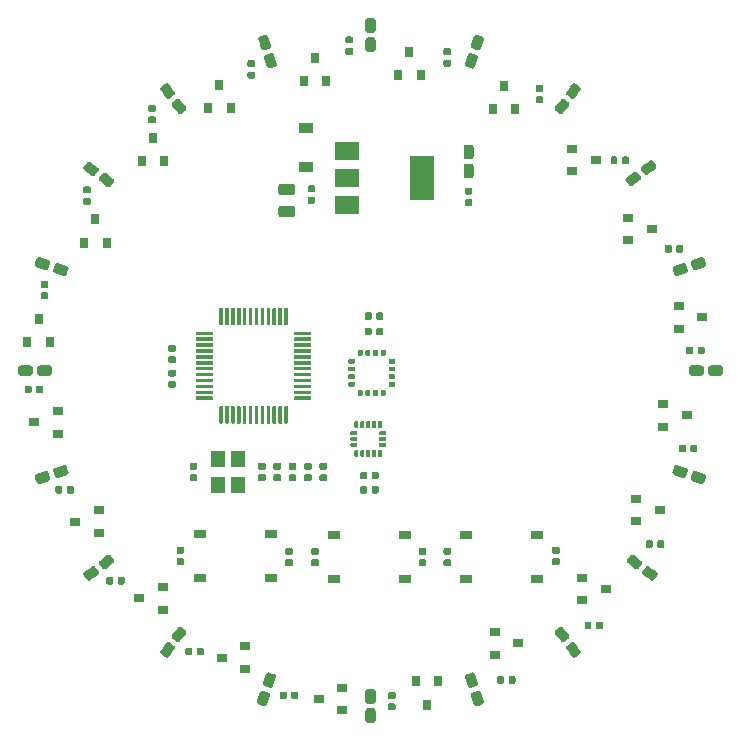
<source format=gbr>
G04 #@! TF.GenerationSoftware,KiCad,Pcbnew,(5.1.5)-3*
G04 #@! TF.CreationDate,2020-09-27T12:59:51-04:00*
G04 #@! TF.ProjectId,LED Driver STM,4c454420-4472-4697-9665-722053544d2e,rev?*
G04 #@! TF.SameCoordinates,Original*
G04 #@! TF.FileFunction,Paste,Top*
G04 #@! TF.FilePolarity,Positive*
%FSLAX46Y46*%
G04 Gerber Fmt 4.6, Leading zero omitted, Abs format (unit mm)*
G04 Created by KiCad (PCBNEW (5.1.5)-3) date 2020-09-27 12:59:51*
%MOMM*%
%LPD*%
G04 APERTURE LIST*
%ADD10R,1.200000X1.400000*%
%ADD11C,0.100000*%
%ADD12R,2.000000X1.500000*%
%ADD13R,2.000000X3.800000*%
%ADD14R,1.000000X0.750000*%
%ADD15R,0.800000X0.900000*%
%ADD16R,0.900000X0.800000*%
%ADD17R,1.200000X0.900000*%
G04 APERTURE END LIST*
D10*
X109650000Y-128500000D03*
X109650000Y-130700000D03*
X107950000Y-130700000D03*
X107950000Y-128500000D03*
D11*
G36*
X122121076Y-126125421D02*
G01*
X122129570Y-126126681D01*
X122137900Y-126128768D01*
X122145985Y-126131661D01*
X122153747Y-126135332D01*
X122161112Y-126139746D01*
X122168009Y-126144862D01*
X122174372Y-126150628D01*
X122180138Y-126156991D01*
X122185254Y-126163888D01*
X122189668Y-126171253D01*
X122193339Y-126179015D01*
X122196232Y-126187100D01*
X122198319Y-126195430D01*
X122199579Y-126203924D01*
X122200000Y-126212500D01*
X122200000Y-126387500D01*
X122199579Y-126396076D01*
X122198319Y-126404570D01*
X122196232Y-126412900D01*
X122193339Y-126420985D01*
X122189668Y-126428747D01*
X122185254Y-126436112D01*
X122180138Y-126443009D01*
X122174372Y-126449372D01*
X122168009Y-126455138D01*
X122161112Y-126460254D01*
X122153747Y-126464668D01*
X122145985Y-126468339D01*
X122137900Y-126471232D01*
X122129570Y-126473319D01*
X122121076Y-126474579D01*
X122112500Y-126475000D01*
X121737500Y-126475000D01*
X121728924Y-126474579D01*
X121720430Y-126473319D01*
X121712100Y-126471232D01*
X121704015Y-126468339D01*
X121696253Y-126464668D01*
X121688888Y-126460254D01*
X121681991Y-126455138D01*
X121675628Y-126449372D01*
X121669862Y-126443009D01*
X121664746Y-126436112D01*
X121660332Y-126428747D01*
X121656661Y-126420985D01*
X121653768Y-126412900D01*
X121651681Y-126404570D01*
X121650421Y-126396076D01*
X121650000Y-126387500D01*
X121650000Y-126212500D01*
X121650421Y-126203924D01*
X121651681Y-126195430D01*
X121653768Y-126187100D01*
X121656661Y-126179015D01*
X121660332Y-126171253D01*
X121664746Y-126163888D01*
X121669862Y-126156991D01*
X121675628Y-126150628D01*
X121681991Y-126144862D01*
X121688888Y-126139746D01*
X121696253Y-126135332D01*
X121704015Y-126131661D01*
X121712100Y-126128768D01*
X121720430Y-126126681D01*
X121728924Y-126125421D01*
X121737500Y-126125000D01*
X122112500Y-126125000D01*
X122121076Y-126125421D01*
G37*
G36*
X122121076Y-126625421D02*
G01*
X122129570Y-126626681D01*
X122137900Y-126628768D01*
X122145985Y-126631661D01*
X122153747Y-126635332D01*
X122161112Y-126639746D01*
X122168009Y-126644862D01*
X122174372Y-126650628D01*
X122180138Y-126656991D01*
X122185254Y-126663888D01*
X122189668Y-126671253D01*
X122193339Y-126679015D01*
X122196232Y-126687100D01*
X122198319Y-126695430D01*
X122199579Y-126703924D01*
X122200000Y-126712500D01*
X122200000Y-126887500D01*
X122199579Y-126896076D01*
X122198319Y-126904570D01*
X122196232Y-126912900D01*
X122193339Y-126920985D01*
X122189668Y-126928747D01*
X122185254Y-126936112D01*
X122180138Y-126943009D01*
X122174372Y-126949372D01*
X122168009Y-126955138D01*
X122161112Y-126960254D01*
X122153747Y-126964668D01*
X122145985Y-126968339D01*
X122137900Y-126971232D01*
X122129570Y-126973319D01*
X122121076Y-126974579D01*
X122112500Y-126975000D01*
X121737500Y-126975000D01*
X121728924Y-126974579D01*
X121720430Y-126973319D01*
X121712100Y-126971232D01*
X121704015Y-126968339D01*
X121696253Y-126964668D01*
X121688888Y-126960254D01*
X121681991Y-126955138D01*
X121675628Y-126949372D01*
X121669862Y-126943009D01*
X121664746Y-126936112D01*
X121660332Y-126928747D01*
X121656661Y-126920985D01*
X121653768Y-126912900D01*
X121651681Y-126904570D01*
X121650421Y-126896076D01*
X121650000Y-126887500D01*
X121650000Y-126712500D01*
X121650421Y-126703924D01*
X121651681Y-126695430D01*
X121653768Y-126687100D01*
X121656661Y-126679015D01*
X121660332Y-126671253D01*
X121664746Y-126663888D01*
X121669862Y-126656991D01*
X121675628Y-126650628D01*
X121681991Y-126644862D01*
X121688888Y-126639746D01*
X121696253Y-126635332D01*
X121704015Y-126631661D01*
X121712100Y-126628768D01*
X121720430Y-126626681D01*
X121728924Y-126625421D01*
X121737500Y-126625000D01*
X122112500Y-126625000D01*
X122121076Y-126625421D01*
G37*
G36*
X122121076Y-127125421D02*
G01*
X122129570Y-127126681D01*
X122137900Y-127128768D01*
X122145985Y-127131661D01*
X122153747Y-127135332D01*
X122161112Y-127139746D01*
X122168009Y-127144862D01*
X122174372Y-127150628D01*
X122180138Y-127156991D01*
X122185254Y-127163888D01*
X122189668Y-127171253D01*
X122193339Y-127179015D01*
X122196232Y-127187100D01*
X122198319Y-127195430D01*
X122199579Y-127203924D01*
X122200000Y-127212500D01*
X122200000Y-127387500D01*
X122199579Y-127396076D01*
X122198319Y-127404570D01*
X122196232Y-127412900D01*
X122193339Y-127420985D01*
X122189668Y-127428747D01*
X122185254Y-127436112D01*
X122180138Y-127443009D01*
X122174372Y-127449372D01*
X122168009Y-127455138D01*
X122161112Y-127460254D01*
X122153747Y-127464668D01*
X122145985Y-127468339D01*
X122137900Y-127471232D01*
X122129570Y-127473319D01*
X122121076Y-127474579D01*
X122112500Y-127475000D01*
X121737500Y-127475000D01*
X121728924Y-127474579D01*
X121720430Y-127473319D01*
X121712100Y-127471232D01*
X121704015Y-127468339D01*
X121696253Y-127464668D01*
X121688888Y-127460254D01*
X121681991Y-127455138D01*
X121675628Y-127449372D01*
X121669862Y-127443009D01*
X121664746Y-127436112D01*
X121660332Y-127428747D01*
X121656661Y-127420985D01*
X121653768Y-127412900D01*
X121651681Y-127404570D01*
X121650421Y-127396076D01*
X121650000Y-127387500D01*
X121650000Y-127212500D01*
X121650421Y-127203924D01*
X121651681Y-127195430D01*
X121653768Y-127187100D01*
X121656661Y-127179015D01*
X121660332Y-127171253D01*
X121664746Y-127163888D01*
X121669862Y-127156991D01*
X121675628Y-127150628D01*
X121681991Y-127144862D01*
X121688888Y-127139746D01*
X121696253Y-127135332D01*
X121704015Y-127131661D01*
X121712100Y-127128768D01*
X121720430Y-127126681D01*
X121728924Y-127125421D01*
X121737500Y-127125000D01*
X122112500Y-127125000D01*
X122121076Y-127125421D01*
G37*
G36*
X121796076Y-127750421D02*
G01*
X121804570Y-127751681D01*
X121812900Y-127753768D01*
X121820985Y-127756661D01*
X121828747Y-127760332D01*
X121836112Y-127764746D01*
X121843009Y-127769862D01*
X121849372Y-127775628D01*
X121855138Y-127781991D01*
X121860254Y-127788888D01*
X121864668Y-127796253D01*
X121868339Y-127804015D01*
X121871232Y-127812100D01*
X121873319Y-127820430D01*
X121874579Y-127828924D01*
X121875000Y-127837500D01*
X121875000Y-128212500D01*
X121874579Y-128221076D01*
X121873319Y-128229570D01*
X121871232Y-128237900D01*
X121868339Y-128245985D01*
X121864668Y-128253747D01*
X121860254Y-128261112D01*
X121855138Y-128268009D01*
X121849372Y-128274372D01*
X121843009Y-128280138D01*
X121836112Y-128285254D01*
X121828747Y-128289668D01*
X121820985Y-128293339D01*
X121812900Y-128296232D01*
X121804570Y-128298319D01*
X121796076Y-128299579D01*
X121787500Y-128300000D01*
X121612500Y-128300000D01*
X121603924Y-128299579D01*
X121595430Y-128298319D01*
X121587100Y-128296232D01*
X121579015Y-128293339D01*
X121571253Y-128289668D01*
X121563888Y-128285254D01*
X121556991Y-128280138D01*
X121550628Y-128274372D01*
X121544862Y-128268009D01*
X121539746Y-128261112D01*
X121535332Y-128253747D01*
X121531661Y-128245985D01*
X121528768Y-128237900D01*
X121526681Y-128229570D01*
X121525421Y-128221076D01*
X121525000Y-128212500D01*
X121525000Y-127837500D01*
X121525421Y-127828924D01*
X121526681Y-127820430D01*
X121528768Y-127812100D01*
X121531661Y-127804015D01*
X121535332Y-127796253D01*
X121539746Y-127788888D01*
X121544862Y-127781991D01*
X121550628Y-127775628D01*
X121556991Y-127769862D01*
X121563888Y-127764746D01*
X121571253Y-127760332D01*
X121579015Y-127756661D01*
X121587100Y-127753768D01*
X121595430Y-127751681D01*
X121603924Y-127750421D01*
X121612500Y-127750000D01*
X121787500Y-127750000D01*
X121796076Y-127750421D01*
G37*
G36*
X121296076Y-127750421D02*
G01*
X121304570Y-127751681D01*
X121312900Y-127753768D01*
X121320985Y-127756661D01*
X121328747Y-127760332D01*
X121336112Y-127764746D01*
X121343009Y-127769862D01*
X121349372Y-127775628D01*
X121355138Y-127781991D01*
X121360254Y-127788888D01*
X121364668Y-127796253D01*
X121368339Y-127804015D01*
X121371232Y-127812100D01*
X121373319Y-127820430D01*
X121374579Y-127828924D01*
X121375000Y-127837500D01*
X121375000Y-128212500D01*
X121374579Y-128221076D01*
X121373319Y-128229570D01*
X121371232Y-128237900D01*
X121368339Y-128245985D01*
X121364668Y-128253747D01*
X121360254Y-128261112D01*
X121355138Y-128268009D01*
X121349372Y-128274372D01*
X121343009Y-128280138D01*
X121336112Y-128285254D01*
X121328747Y-128289668D01*
X121320985Y-128293339D01*
X121312900Y-128296232D01*
X121304570Y-128298319D01*
X121296076Y-128299579D01*
X121287500Y-128300000D01*
X121112500Y-128300000D01*
X121103924Y-128299579D01*
X121095430Y-128298319D01*
X121087100Y-128296232D01*
X121079015Y-128293339D01*
X121071253Y-128289668D01*
X121063888Y-128285254D01*
X121056991Y-128280138D01*
X121050628Y-128274372D01*
X121044862Y-128268009D01*
X121039746Y-128261112D01*
X121035332Y-128253747D01*
X121031661Y-128245985D01*
X121028768Y-128237900D01*
X121026681Y-128229570D01*
X121025421Y-128221076D01*
X121025000Y-128212500D01*
X121025000Y-127837500D01*
X121025421Y-127828924D01*
X121026681Y-127820430D01*
X121028768Y-127812100D01*
X121031661Y-127804015D01*
X121035332Y-127796253D01*
X121039746Y-127788888D01*
X121044862Y-127781991D01*
X121050628Y-127775628D01*
X121056991Y-127769862D01*
X121063888Y-127764746D01*
X121071253Y-127760332D01*
X121079015Y-127756661D01*
X121087100Y-127753768D01*
X121095430Y-127751681D01*
X121103924Y-127750421D01*
X121112500Y-127750000D01*
X121287500Y-127750000D01*
X121296076Y-127750421D01*
G37*
G36*
X120796076Y-127750421D02*
G01*
X120804570Y-127751681D01*
X120812900Y-127753768D01*
X120820985Y-127756661D01*
X120828747Y-127760332D01*
X120836112Y-127764746D01*
X120843009Y-127769862D01*
X120849372Y-127775628D01*
X120855138Y-127781991D01*
X120860254Y-127788888D01*
X120864668Y-127796253D01*
X120868339Y-127804015D01*
X120871232Y-127812100D01*
X120873319Y-127820430D01*
X120874579Y-127828924D01*
X120875000Y-127837500D01*
X120875000Y-128212500D01*
X120874579Y-128221076D01*
X120873319Y-128229570D01*
X120871232Y-128237900D01*
X120868339Y-128245985D01*
X120864668Y-128253747D01*
X120860254Y-128261112D01*
X120855138Y-128268009D01*
X120849372Y-128274372D01*
X120843009Y-128280138D01*
X120836112Y-128285254D01*
X120828747Y-128289668D01*
X120820985Y-128293339D01*
X120812900Y-128296232D01*
X120804570Y-128298319D01*
X120796076Y-128299579D01*
X120787500Y-128300000D01*
X120612500Y-128300000D01*
X120603924Y-128299579D01*
X120595430Y-128298319D01*
X120587100Y-128296232D01*
X120579015Y-128293339D01*
X120571253Y-128289668D01*
X120563888Y-128285254D01*
X120556991Y-128280138D01*
X120550628Y-128274372D01*
X120544862Y-128268009D01*
X120539746Y-128261112D01*
X120535332Y-128253747D01*
X120531661Y-128245985D01*
X120528768Y-128237900D01*
X120526681Y-128229570D01*
X120525421Y-128221076D01*
X120525000Y-128212500D01*
X120525000Y-127837500D01*
X120525421Y-127828924D01*
X120526681Y-127820430D01*
X120528768Y-127812100D01*
X120531661Y-127804015D01*
X120535332Y-127796253D01*
X120539746Y-127788888D01*
X120544862Y-127781991D01*
X120550628Y-127775628D01*
X120556991Y-127769862D01*
X120563888Y-127764746D01*
X120571253Y-127760332D01*
X120579015Y-127756661D01*
X120587100Y-127753768D01*
X120595430Y-127751681D01*
X120603924Y-127750421D01*
X120612500Y-127750000D01*
X120787500Y-127750000D01*
X120796076Y-127750421D01*
G37*
G36*
X120296076Y-127750421D02*
G01*
X120304570Y-127751681D01*
X120312900Y-127753768D01*
X120320985Y-127756661D01*
X120328747Y-127760332D01*
X120336112Y-127764746D01*
X120343009Y-127769862D01*
X120349372Y-127775628D01*
X120355138Y-127781991D01*
X120360254Y-127788888D01*
X120364668Y-127796253D01*
X120368339Y-127804015D01*
X120371232Y-127812100D01*
X120373319Y-127820430D01*
X120374579Y-127828924D01*
X120375000Y-127837500D01*
X120375000Y-128212500D01*
X120374579Y-128221076D01*
X120373319Y-128229570D01*
X120371232Y-128237900D01*
X120368339Y-128245985D01*
X120364668Y-128253747D01*
X120360254Y-128261112D01*
X120355138Y-128268009D01*
X120349372Y-128274372D01*
X120343009Y-128280138D01*
X120336112Y-128285254D01*
X120328747Y-128289668D01*
X120320985Y-128293339D01*
X120312900Y-128296232D01*
X120304570Y-128298319D01*
X120296076Y-128299579D01*
X120287500Y-128300000D01*
X120112500Y-128300000D01*
X120103924Y-128299579D01*
X120095430Y-128298319D01*
X120087100Y-128296232D01*
X120079015Y-128293339D01*
X120071253Y-128289668D01*
X120063888Y-128285254D01*
X120056991Y-128280138D01*
X120050628Y-128274372D01*
X120044862Y-128268009D01*
X120039746Y-128261112D01*
X120035332Y-128253747D01*
X120031661Y-128245985D01*
X120028768Y-128237900D01*
X120026681Y-128229570D01*
X120025421Y-128221076D01*
X120025000Y-128212500D01*
X120025000Y-127837500D01*
X120025421Y-127828924D01*
X120026681Y-127820430D01*
X120028768Y-127812100D01*
X120031661Y-127804015D01*
X120035332Y-127796253D01*
X120039746Y-127788888D01*
X120044862Y-127781991D01*
X120050628Y-127775628D01*
X120056991Y-127769862D01*
X120063888Y-127764746D01*
X120071253Y-127760332D01*
X120079015Y-127756661D01*
X120087100Y-127753768D01*
X120095430Y-127751681D01*
X120103924Y-127750421D01*
X120112500Y-127750000D01*
X120287500Y-127750000D01*
X120296076Y-127750421D01*
G37*
G36*
X119796076Y-127750421D02*
G01*
X119804570Y-127751681D01*
X119812900Y-127753768D01*
X119820985Y-127756661D01*
X119828747Y-127760332D01*
X119836112Y-127764746D01*
X119843009Y-127769862D01*
X119849372Y-127775628D01*
X119855138Y-127781991D01*
X119860254Y-127788888D01*
X119864668Y-127796253D01*
X119868339Y-127804015D01*
X119871232Y-127812100D01*
X119873319Y-127820430D01*
X119874579Y-127828924D01*
X119875000Y-127837500D01*
X119875000Y-128212500D01*
X119874579Y-128221076D01*
X119873319Y-128229570D01*
X119871232Y-128237900D01*
X119868339Y-128245985D01*
X119864668Y-128253747D01*
X119860254Y-128261112D01*
X119855138Y-128268009D01*
X119849372Y-128274372D01*
X119843009Y-128280138D01*
X119836112Y-128285254D01*
X119828747Y-128289668D01*
X119820985Y-128293339D01*
X119812900Y-128296232D01*
X119804570Y-128298319D01*
X119796076Y-128299579D01*
X119787500Y-128300000D01*
X119612500Y-128300000D01*
X119603924Y-128299579D01*
X119595430Y-128298319D01*
X119587100Y-128296232D01*
X119579015Y-128293339D01*
X119571253Y-128289668D01*
X119563888Y-128285254D01*
X119556991Y-128280138D01*
X119550628Y-128274372D01*
X119544862Y-128268009D01*
X119539746Y-128261112D01*
X119535332Y-128253747D01*
X119531661Y-128245985D01*
X119528768Y-128237900D01*
X119526681Y-128229570D01*
X119525421Y-128221076D01*
X119525000Y-128212500D01*
X119525000Y-127837500D01*
X119525421Y-127828924D01*
X119526681Y-127820430D01*
X119528768Y-127812100D01*
X119531661Y-127804015D01*
X119535332Y-127796253D01*
X119539746Y-127788888D01*
X119544862Y-127781991D01*
X119550628Y-127775628D01*
X119556991Y-127769862D01*
X119563888Y-127764746D01*
X119571253Y-127760332D01*
X119579015Y-127756661D01*
X119587100Y-127753768D01*
X119595430Y-127751681D01*
X119603924Y-127750421D01*
X119612500Y-127750000D01*
X119787500Y-127750000D01*
X119796076Y-127750421D01*
G37*
G36*
X119671076Y-127125421D02*
G01*
X119679570Y-127126681D01*
X119687900Y-127128768D01*
X119695985Y-127131661D01*
X119703747Y-127135332D01*
X119711112Y-127139746D01*
X119718009Y-127144862D01*
X119724372Y-127150628D01*
X119730138Y-127156991D01*
X119735254Y-127163888D01*
X119739668Y-127171253D01*
X119743339Y-127179015D01*
X119746232Y-127187100D01*
X119748319Y-127195430D01*
X119749579Y-127203924D01*
X119750000Y-127212500D01*
X119750000Y-127387500D01*
X119749579Y-127396076D01*
X119748319Y-127404570D01*
X119746232Y-127412900D01*
X119743339Y-127420985D01*
X119739668Y-127428747D01*
X119735254Y-127436112D01*
X119730138Y-127443009D01*
X119724372Y-127449372D01*
X119718009Y-127455138D01*
X119711112Y-127460254D01*
X119703747Y-127464668D01*
X119695985Y-127468339D01*
X119687900Y-127471232D01*
X119679570Y-127473319D01*
X119671076Y-127474579D01*
X119662500Y-127475000D01*
X119287500Y-127475000D01*
X119278924Y-127474579D01*
X119270430Y-127473319D01*
X119262100Y-127471232D01*
X119254015Y-127468339D01*
X119246253Y-127464668D01*
X119238888Y-127460254D01*
X119231991Y-127455138D01*
X119225628Y-127449372D01*
X119219862Y-127443009D01*
X119214746Y-127436112D01*
X119210332Y-127428747D01*
X119206661Y-127420985D01*
X119203768Y-127412900D01*
X119201681Y-127404570D01*
X119200421Y-127396076D01*
X119200000Y-127387500D01*
X119200000Y-127212500D01*
X119200421Y-127203924D01*
X119201681Y-127195430D01*
X119203768Y-127187100D01*
X119206661Y-127179015D01*
X119210332Y-127171253D01*
X119214746Y-127163888D01*
X119219862Y-127156991D01*
X119225628Y-127150628D01*
X119231991Y-127144862D01*
X119238888Y-127139746D01*
X119246253Y-127135332D01*
X119254015Y-127131661D01*
X119262100Y-127128768D01*
X119270430Y-127126681D01*
X119278924Y-127125421D01*
X119287500Y-127125000D01*
X119662500Y-127125000D01*
X119671076Y-127125421D01*
G37*
G36*
X119671076Y-126625421D02*
G01*
X119679570Y-126626681D01*
X119687900Y-126628768D01*
X119695985Y-126631661D01*
X119703747Y-126635332D01*
X119711112Y-126639746D01*
X119718009Y-126644862D01*
X119724372Y-126650628D01*
X119730138Y-126656991D01*
X119735254Y-126663888D01*
X119739668Y-126671253D01*
X119743339Y-126679015D01*
X119746232Y-126687100D01*
X119748319Y-126695430D01*
X119749579Y-126703924D01*
X119750000Y-126712500D01*
X119750000Y-126887500D01*
X119749579Y-126896076D01*
X119748319Y-126904570D01*
X119746232Y-126912900D01*
X119743339Y-126920985D01*
X119739668Y-126928747D01*
X119735254Y-126936112D01*
X119730138Y-126943009D01*
X119724372Y-126949372D01*
X119718009Y-126955138D01*
X119711112Y-126960254D01*
X119703747Y-126964668D01*
X119695985Y-126968339D01*
X119687900Y-126971232D01*
X119679570Y-126973319D01*
X119671076Y-126974579D01*
X119662500Y-126975000D01*
X119287500Y-126975000D01*
X119278924Y-126974579D01*
X119270430Y-126973319D01*
X119262100Y-126971232D01*
X119254015Y-126968339D01*
X119246253Y-126964668D01*
X119238888Y-126960254D01*
X119231991Y-126955138D01*
X119225628Y-126949372D01*
X119219862Y-126943009D01*
X119214746Y-126936112D01*
X119210332Y-126928747D01*
X119206661Y-126920985D01*
X119203768Y-126912900D01*
X119201681Y-126904570D01*
X119200421Y-126896076D01*
X119200000Y-126887500D01*
X119200000Y-126712500D01*
X119200421Y-126703924D01*
X119201681Y-126695430D01*
X119203768Y-126687100D01*
X119206661Y-126679015D01*
X119210332Y-126671253D01*
X119214746Y-126663888D01*
X119219862Y-126656991D01*
X119225628Y-126650628D01*
X119231991Y-126644862D01*
X119238888Y-126639746D01*
X119246253Y-126635332D01*
X119254015Y-126631661D01*
X119262100Y-126628768D01*
X119270430Y-126626681D01*
X119278924Y-126625421D01*
X119287500Y-126625000D01*
X119662500Y-126625000D01*
X119671076Y-126625421D01*
G37*
G36*
X119671076Y-126125421D02*
G01*
X119679570Y-126126681D01*
X119687900Y-126128768D01*
X119695985Y-126131661D01*
X119703747Y-126135332D01*
X119711112Y-126139746D01*
X119718009Y-126144862D01*
X119724372Y-126150628D01*
X119730138Y-126156991D01*
X119735254Y-126163888D01*
X119739668Y-126171253D01*
X119743339Y-126179015D01*
X119746232Y-126187100D01*
X119748319Y-126195430D01*
X119749579Y-126203924D01*
X119750000Y-126212500D01*
X119750000Y-126387500D01*
X119749579Y-126396076D01*
X119748319Y-126404570D01*
X119746232Y-126412900D01*
X119743339Y-126420985D01*
X119739668Y-126428747D01*
X119735254Y-126436112D01*
X119730138Y-126443009D01*
X119724372Y-126449372D01*
X119718009Y-126455138D01*
X119711112Y-126460254D01*
X119703747Y-126464668D01*
X119695985Y-126468339D01*
X119687900Y-126471232D01*
X119679570Y-126473319D01*
X119671076Y-126474579D01*
X119662500Y-126475000D01*
X119287500Y-126475000D01*
X119278924Y-126474579D01*
X119270430Y-126473319D01*
X119262100Y-126471232D01*
X119254015Y-126468339D01*
X119246253Y-126464668D01*
X119238888Y-126460254D01*
X119231991Y-126455138D01*
X119225628Y-126449372D01*
X119219862Y-126443009D01*
X119214746Y-126436112D01*
X119210332Y-126428747D01*
X119206661Y-126420985D01*
X119203768Y-126412900D01*
X119201681Y-126404570D01*
X119200421Y-126396076D01*
X119200000Y-126387500D01*
X119200000Y-126212500D01*
X119200421Y-126203924D01*
X119201681Y-126195430D01*
X119203768Y-126187100D01*
X119206661Y-126179015D01*
X119210332Y-126171253D01*
X119214746Y-126163888D01*
X119219862Y-126156991D01*
X119225628Y-126150628D01*
X119231991Y-126144862D01*
X119238888Y-126139746D01*
X119246253Y-126135332D01*
X119254015Y-126131661D01*
X119262100Y-126128768D01*
X119270430Y-126126681D01*
X119278924Y-126125421D01*
X119287500Y-126125000D01*
X119662500Y-126125000D01*
X119671076Y-126125421D01*
G37*
G36*
X119796076Y-125300421D02*
G01*
X119804570Y-125301681D01*
X119812900Y-125303768D01*
X119820985Y-125306661D01*
X119828747Y-125310332D01*
X119836112Y-125314746D01*
X119843009Y-125319862D01*
X119849372Y-125325628D01*
X119855138Y-125331991D01*
X119860254Y-125338888D01*
X119864668Y-125346253D01*
X119868339Y-125354015D01*
X119871232Y-125362100D01*
X119873319Y-125370430D01*
X119874579Y-125378924D01*
X119875000Y-125387500D01*
X119875000Y-125762500D01*
X119874579Y-125771076D01*
X119873319Y-125779570D01*
X119871232Y-125787900D01*
X119868339Y-125795985D01*
X119864668Y-125803747D01*
X119860254Y-125811112D01*
X119855138Y-125818009D01*
X119849372Y-125824372D01*
X119843009Y-125830138D01*
X119836112Y-125835254D01*
X119828747Y-125839668D01*
X119820985Y-125843339D01*
X119812900Y-125846232D01*
X119804570Y-125848319D01*
X119796076Y-125849579D01*
X119787500Y-125850000D01*
X119612500Y-125850000D01*
X119603924Y-125849579D01*
X119595430Y-125848319D01*
X119587100Y-125846232D01*
X119579015Y-125843339D01*
X119571253Y-125839668D01*
X119563888Y-125835254D01*
X119556991Y-125830138D01*
X119550628Y-125824372D01*
X119544862Y-125818009D01*
X119539746Y-125811112D01*
X119535332Y-125803747D01*
X119531661Y-125795985D01*
X119528768Y-125787900D01*
X119526681Y-125779570D01*
X119525421Y-125771076D01*
X119525000Y-125762500D01*
X119525000Y-125387500D01*
X119525421Y-125378924D01*
X119526681Y-125370430D01*
X119528768Y-125362100D01*
X119531661Y-125354015D01*
X119535332Y-125346253D01*
X119539746Y-125338888D01*
X119544862Y-125331991D01*
X119550628Y-125325628D01*
X119556991Y-125319862D01*
X119563888Y-125314746D01*
X119571253Y-125310332D01*
X119579015Y-125306661D01*
X119587100Y-125303768D01*
X119595430Y-125301681D01*
X119603924Y-125300421D01*
X119612500Y-125300000D01*
X119787500Y-125300000D01*
X119796076Y-125300421D01*
G37*
G36*
X120296076Y-125300421D02*
G01*
X120304570Y-125301681D01*
X120312900Y-125303768D01*
X120320985Y-125306661D01*
X120328747Y-125310332D01*
X120336112Y-125314746D01*
X120343009Y-125319862D01*
X120349372Y-125325628D01*
X120355138Y-125331991D01*
X120360254Y-125338888D01*
X120364668Y-125346253D01*
X120368339Y-125354015D01*
X120371232Y-125362100D01*
X120373319Y-125370430D01*
X120374579Y-125378924D01*
X120375000Y-125387500D01*
X120375000Y-125762500D01*
X120374579Y-125771076D01*
X120373319Y-125779570D01*
X120371232Y-125787900D01*
X120368339Y-125795985D01*
X120364668Y-125803747D01*
X120360254Y-125811112D01*
X120355138Y-125818009D01*
X120349372Y-125824372D01*
X120343009Y-125830138D01*
X120336112Y-125835254D01*
X120328747Y-125839668D01*
X120320985Y-125843339D01*
X120312900Y-125846232D01*
X120304570Y-125848319D01*
X120296076Y-125849579D01*
X120287500Y-125850000D01*
X120112500Y-125850000D01*
X120103924Y-125849579D01*
X120095430Y-125848319D01*
X120087100Y-125846232D01*
X120079015Y-125843339D01*
X120071253Y-125839668D01*
X120063888Y-125835254D01*
X120056991Y-125830138D01*
X120050628Y-125824372D01*
X120044862Y-125818009D01*
X120039746Y-125811112D01*
X120035332Y-125803747D01*
X120031661Y-125795985D01*
X120028768Y-125787900D01*
X120026681Y-125779570D01*
X120025421Y-125771076D01*
X120025000Y-125762500D01*
X120025000Y-125387500D01*
X120025421Y-125378924D01*
X120026681Y-125370430D01*
X120028768Y-125362100D01*
X120031661Y-125354015D01*
X120035332Y-125346253D01*
X120039746Y-125338888D01*
X120044862Y-125331991D01*
X120050628Y-125325628D01*
X120056991Y-125319862D01*
X120063888Y-125314746D01*
X120071253Y-125310332D01*
X120079015Y-125306661D01*
X120087100Y-125303768D01*
X120095430Y-125301681D01*
X120103924Y-125300421D01*
X120112500Y-125300000D01*
X120287500Y-125300000D01*
X120296076Y-125300421D01*
G37*
G36*
X120796076Y-125300421D02*
G01*
X120804570Y-125301681D01*
X120812900Y-125303768D01*
X120820985Y-125306661D01*
X120828747Y-125310332D01*
X120836112Y-125314746D01*
X120843009Y-125319862D01*
X120849372Y-125325628D01*
X120855138Y-125331991D01*
X120860254Y-125338888D01*
X120864668Y-125346253D01*
X120868339Y-125354015D01*
X120871232Y-125362100D01*
X120873319Y-125370430D01*
X120874579Y-125378924D01*
X120875000Y-125387500D01*
X120875000Y-125762500D01*
X120874579Y-125771076D01*
X120873319Y-125779570D01*
X120871232Y-125787900D01*
X120868339Y-125795985D01*
X120864668Y-125803747D01*
X120860254Y-125811112D01*
X120855138Y-125818009D01*
X120849372Y-125824372D01*
X120843009Y-125830138D01*
X120836112Y-125835254D01*
X120828747Y-125839668D01*
X120820985Y-125843339D01*
X120812900Y-125846232D01*
X120804570Y-125848319D01*
X120796076Y-125849579D01*
X120787500Y-125850000D01*
X120612500Y-125850000D01*
X120603924Y-125849579D01*
X120595430Y-125848319D01*
X120587100Y-125846232D01*
X120579015Y-125843339D01*
X120571253Y-125839668D01*
X120563888Y-125835254D01*
X120556991Y-125830138D01*
X120550628Y-125824372D01*
X120544862Y-125818009D01*
X120539746Y-125811112D01*
X120535332Y-125803747D01*
X120531661Y-125795985D01*
X120528768Y-125787900D01*
X120526681Y-125779570D01*
X120525421Y-125771076D01*
X120525000Y-125762500D01*
X120525000Y-125387500D01*
X120525421Y-125378924D01*
X120526681Y-125370430D01*
X120528768Y-125362100D01*
X120531661Y-125354015D01*
X120535332Y-125346253D01*
X120539746Y-125338888D01*
X120544862Y-125331991D01*
X120550628Y-125325628D01*
X120556991Y-125319862D01*
X120563888Y-125314746D01*
X120571253Y-125310332D01*
X120579015Y-125306661D01*
X120587100Y-125303768D01*
X120595430Y-125301681D01*
X120603924Y-125300421D01*
X120612500Y-125300000D01*
X120787500Y-125300000D01*
X120796076Y-125300421D01*
G37*
G36*
X121296076Y-125300421D02*
G01*
X121304570Y-125301681D01*
X121312900Y-125303768D01*
X121320985Y-125306661D01*
X121328747Y-125310332D01*
X121336112Y-125314746D01*
X121343009Y-125319862D01*
X121349372Y-125325628D01*
X121355138Y-125331991D01*
X121360254Y-125338888D01*
X121364668Y-125346253D01*
X121368339Y-125354015D01*
X121371232Y-125362100D01*
X121373319Y-125370430D01*
X121374579Y-125378924D01*
X121375000Y-125387500D01*
X121375000Y-125762500D01*
X121374579Y-125771076D01*
X121373319Y-125779570D01*
X121371232Y-125787900D01*
X121368339Y-125795985D01*
X121364668Y-125803747D01*
X121360254Y-125811112D01*
X121355138Y-125818009D01*
X121349372Y-125824372D01*
X121343009Y-125830138D01*
X121336112Y-125835254D01*
X121328747Y-125839668D01*
X121320985Y-125843339D01*
X121312900Y-125846232D01*
X121304570Y-125848319D01*
X121296076Y-125849579D01*
X121287500Y-125850000D01*
X121112500Y-125850000D01*
X121103924Y-125849579D01*
X121095430Y-125848319D01*
X121087100Y-125846232D01*
X121079015Y-125843339D01*
X121071253Y-125839668D01*
X121063888Y-125835254D01*
X121056991Y-125830138D01*
X121050628Y-125824372D01*
X121044862Y-125818009D01*
X121039746Y-125811112D01*
X121035332Y-125803747D01*
X121031661Y-125795985D01*
X121028768Y-125787900D01*
X121026681Y-125779570D01*
X121025421Y-125771076D01*
X121025000Y-125762500D01*
X121025000Y-125387500D01*
X121025421Y-125378924D01*
X121026681Y-125370430D01*
X121028768Y-125362100D01*
X121031661Y-125354015D01*
X121035332Y-125346253D01*
X121039746Y-125338888D01*
X121044862Y-125331991D01*
X121050628Y-125325628D01*
X121056991Y-125319862D01*
X121063888Y-125314746D01*
X121071253Y-125310332D01*
X121079015Y-125306661D01*
X121087100Y-125303768D01*
X121095430Y-125301681D01*
X121103924Y-125300421D01*
X121112500Y-125300000D01*
X121287500Y-125300000D01*
X121296076Y-125300421D01*
G37*
G36*
X121796076Y-125300421D02*
G01*
X121804570Y-125301681D01*
X121812900Y-125303768D01*
X121820985Y-125306661D01*
X121828747Y-125310332D01*
X121836112Y-125314746D01*
X121843009Y-125319862D01*
X121849372Y-125325628D01*
X121855138Y-125331991D01*
X121860254Y-125338888D01*
X121864668Y-125346253D01*
X121868339Y-125354015D01*
X121871232Y-125362100D01*
X121873319Y-125370430D01*
X121874579Y-125378924D01*
X121875000Y-125387500D01*
X121875000Y-125762500D01*
X121874579Y-125771076D01*
X121873319Y-125779570D01*
X121871232Y-125787900D01*
X121868339Y-125795985D01*
X121864668Y-125803747D01*
X121860254Y-125811112D01*
X121855138Y-125818009D01*
X121849372Y-125824372D01*
X121843009Y-125830138D01*
X121836112Y-125835254D01*
X121828747Y-125839668D01*
X121820985Y-125843339D01*
X121812900Y-125846232D01*
X121804570Y-125848319D01*
X121796076Y-125849579D01*
X121787500Y-125850000D01*
X121612500Y-125850000D01*
X121603924Y-125849579D01*
X121595430Y-125848319D01*
X121587100Y-125846232D01*
X121579015Y-125843339D01*
X121571253Y-125839668D01*
X121563888Y-125835254D01*
X121556991Y-125830138D01*
X121550628Y-125824372D01*
X121544862Y-125818009D01*
X121539746Y-125811112D01*
X121535332Y-125803747D01*
X121531661Y-125795985D01*
X121528768Y-125787900D01*
X121526681Y-125779570D01*
X121525421Y-125771076D01*
X121525000Y-125762500D01*
X121525000Y-125387500D01*
X121525421Y-125378924D01*
X121526681Y-125370430D01*
X121528768Y-125362100D01*
X121531661Y-125354015D01*
X121535332Y-125346253D01*
X121539746Y-125338888D01*
X121544862Y-125331991D01*
X121550628Y-125325628D01*
X121556991Y-125319862D01*
X121563888Y-125314746D01*
X121571253Y-125310332D01*
X121579015Y-125306661D01*
X121587100Y-125303768D01*
X121595430Y-125301681D01*
X121603924Y-125300421D01*
X121612500Y-125300000D01*
X121787500Y-125300000D01*
X121796076Y-125300421D01*
G37*
G36*
X120134802Y-119225482D02*
G01*
X120144509Y-119226921D01*
X120154028Y-119229306D01*
X120163268Y-119232612D01*
X120172140Y-119236808D01*
X120180557Y-119241853D01*
X120188439Y-119247699D01*
X120195711Y-119254289D01*
X120202301Y-119261561D01*
X120208147Y-119269443D01*
X120213192Y-119277860D01*
X120217388Y-119286732D01*
X120220694Y-119295972D01*
X120223079Y-119305491D01*
X120224518Y-119315198D01*
X120225000Y-119325000D01*
X120225000Y-119675000D01*
X120224518Y-119684802D01*
X120223079Y-119694509D01*
X120220694Y-119704028D01*
X120217388Y-119713268D01*
X120213192Y-119722140D01*
X120208147Y-119730557D01*
X120202301Y-119738439D01*
X120195711Y-119745711D01*
X120188439Y-119752301D01*
X120180557Y-119758147D01*
X120172140Y-119763192D01*
X120163268Y-119767388D01*
X120154028Y-119770694D01*
X120144509Y-119773079D01*
X120134802Y-119774518D01*
X120125000Y-119775000D01*
X119925000Y-119775000D01*
X119915198Y-119774518D01*
X119905491Y-119773079D01*
X119895972Y-119770694D01*
X119886732Y-119767388D01*
X119877860Y-119763192D01*
X119869443Y-119758147D01*
X119861561Y-119752301D01*
X119854289Y-119745711D01*
X119847699Y-119738439D01*
X119841853Y-119730557D01*
X119836808Y-119722140D01*
X119832612Y-119713268D01*
X119829306Y-119704028D01*
X119826921Y-119694509D01*
X119825482Y-119684802D01*
X119825000Y-119675000D01*
X119825000Y-119325000D01*
X119825482Y-119315198D01*
X119826921Y-119305491D01*
X119829306Y-119295972D01*
X119832612Y-119286732D01*
X119836808Y-119277860D01*
X119841853Y-119269443D01*
X119847699Y-119261561D01*
X119854289Y-119254289D01*
X119861561Y-119247699D01*
X119869443Y-119241853D01*
X119877860Y-119236808D01*
X119886732Y-119232612D01*
X119895972Y-119229306D01*
X119905491Y-119226921D01*
X119915198Y-119225482D01*
X119925000Y-119225000D01*
X120125000Y-119225000D01*
X120134802Y-119225482D01*
G37*
G36*
X120784802Y-119225482D02*
G01*
X120794509Y-119226921D01*
X120804028Y-119229306D01*
X120813268Y-119232612D01*
X120822140Y-119236808D01*
X120830557Y-119241853D01*
X120838439Y-119247699D01*
X120845711Y-119254289D01*
X120852301Y-119261561D01*
X120858147Y-119269443D01*
X120863192Y-119277860D01*
X120867388Y-119286732D01*
X120870694Y-119295972D01*
X120873079Y-119305491D01*
X120874518Y-119315198D01*
X120875000Y-119325000D01*
X120875000Y-119675000D01*
X120874518Y-119684802D01*
X120873079Y-119694509D01*
X120870694Y-119704028D01*
X120867388Y-119713268D01*
X120863192Y-119722140D01*
X120858147Y-119730557D01*
X120852301Y-119738439D01*
X120845711Y-119745711D01*
X120838439Y-119752301D01*
X120830557Y-119758147D01*
X120822140Y-119763192D01*
X120813268Y-119767388D01*
X120804028Y-119770694D01*
X120794509Y-119773079D01*
X120784802Y-119774518D01*
X120775000Y-119775000D01*
X120575000Y-119775000D01*
X120565198Y-119774518D01*
X120555491Y-119773079D01*
X120545972Y-119770694D01*
X120536732Y-119767388D01*
X120527860Y-119763192D01*
X120519443Y-119758147D01*
X120511561Y-119752301D01*
X120504289Y-119745711D01*
X120497699Y-119738439D01*
X120491853Y-119730557D01*
X120486808Y-119722140D01*
X120482612Y-119713268D01*
X120479306Y-119704028D01*
X120476921Y-119694509D01*
X120475482Y-119684802D01*
X120475000Y-119675000D01*
X120475000Y-119325000D01*
X120475482Y-119315198D01*
X120476921Y-119305491D01*
X120479306Y-119295972D01*
X120482612Y-119286732D01*
X120486808Y-119277860D01*
X120491853Y-119269443D01*
X120497699Y-119261561D01*
X120504289Y-119254289D01*
X120511561Y-119247699D01*
X120519443Y-119241853D01*
X120527860Y-119236808D01*
X120536732Y-119232612D01*
X120545972Y-119229306D01*
X120555491Y-119226921D01*
X120565198Y-119225482D01*
X120575000Y-119225000D01*
X120775000Y-119225000D01*
X120784802Y-119225482D01*
G37*
G36*
X121434802Y-119225482D02*
G01*
X121444509Y-119226921D01*
X121454028Y-119229306D01*
X121463268Y-119232612D01*
X121472140Y-119236808D01*
X121480557Y-119241853D01*
X121488439Y-119247699D01*
X121495711Y-119254289D01*
X121502301Y-119261561D01*
X121508147Y-119269443D01*
X121513192Y-119277860D01*
X121517388Y-119286732D01*
X121520694Y-119295972D01*
X121523079Y-119305491D01*
X121524518Y-119315198D01*
X121525000Y-119325000D01*
X121525000Y-119675000D01*
X121524518Y-119684802D01*
X121523079Y-119694509D01*
X121520694Y-119704028D01*
X121517388Y-119713268D01*
X121513192Y-119722140D01*
X121508147Y-119730557D01*
X121502301Y-119738439D01*
X121495711Y-119745711D01*
X121488439Y-119752301D01*
X121480557Y-119758147D01*
X121472140Y-119763192D01*
X121463268Y-119767388D01*
X121454028Y-119770694D01*
X121444509Y-119773079D01*
X121434802Y-119774518D01*
X121425000Y-119775000D01*
X121225000Y-119775000D01*
X121215198Y-119774518D01*
X121205491Y-119773079D01*
X121195972Y-119770694D01*
X121186732Y-119767388D01*
X121177860Y-119763192D01*
X121169443Y-119758147D01*
X121161561Y-119752301D01*
X121154289Y-119745711D01*
X121147699Y-119738439D01*
X121141853Y-119730557D01*
X121136808Y-119722140D01*
X121132612Y-119713268D01*
X121129306Y-119704028D01*
X121126921Y-119694509D01*
X121125482Y-119684802D01*
X121125000Y-119675000D01*
X121125000Y-119325000D01*
X121125482Y-119315198D01*
X121126921Y-119305491D01*
X121129306Y-119295972D01*
X121132612Y-119286732D01*
X121136808Y-119277860D01*
X121141853Y-119269443D01*
X121147699Y-119261561D01*
X121154289Y-119254289D01*
X121161561Y-119247699D01*
X121169443Y-119241853D01*
X121177860Y-119236808D01*
X121186732Y-119232612D01*
X121195972Y-119229306D01*
X121205491Y-119226921D01*
X121215198Y-119225482D01*
X121225000Y-119225000D01*
X121425000Y-119225000D01*
X121434802Y-119225482D01*
G37*
G36*
X122084802Y-119225482D02*
G01*
X122094509Y-119226921D01*
X122104028Y-119229306D01*
X122113268Y-119232612D01*
X122122140Y-119236808D01*
X122130557Y-119241853D01*
X122138439Y-119247699D01*
X122145711Y-119254289D01*
X122152301Y-119261561D01*
X122158147Y-119269443D01*
X122163192Y-119277860D01*
X122167388Y-119286732D01*
X122170694Y-119295972D01*
X122173079Y-119305491D01*
X122174518Y-119315198D01*
X122175000Y-119325000D01*
X122175000Y-119675000D01*
X122174518Y-119684802D01*
X122173079Y-119694509D01*
X122170694Y-119704028D01*
X122167388Y-119713268D01*
X122163192Y-119722140D01*
X122158147Y-119730557D01*
X122152301Y-119738439D01*
X122145711Y-119745711D01*
X122138439Y-119752301D01*
X122130557Y-119758147D01*
X122122140Y-119763192D01*
X122113268Y-119767388D01*
X122104028Y-119770694D01*
X122094509Y-119773079D01*
X122084802Y-119774518D01*
X122075000Y-119775000D01*
X121875000Y-119775000D01*
X121865198Y-119774518D01*
X121855491Y-119773079D01*
X121845972Y-119770694D01*
X121836732Y-119767388D01*
X121827860Y-119763192D01*
X121819443Y-119758147D01*
X121811561Y-119752301D01*
X121804289Y-119745711D01*
X121797699Y-119738439D01*
X121791853Y-119730557D01*
X121786808Y-119722140D01*
X121782612Y-119713268D01*
X121779306Y-119704028D01*
X121776921Y-119694509D01*
X121775482Y-119684802D01*
X121775000Y-119675000D01*
X121775000Y-119325000D01*
X121775482Y-119315198D01*
X121776921Y-119305491D01*
X121779306Y-119295972D01*
X121782612Y-119286732D01*
X121786808Y-119277860D01*
X121791853Y-119269443D01*
X121797699Y-119261561D01*
X121804289Y-119254289D01*
X121811561Y-119247699D01*
X121819443Y-119241853D01*
X121827860Y-119236808D01*
X121836732Y-119232612D01*
X121845972Y-119229306D01*
X121855491Y-119226921D01*
X121865198Y-119225482D01*
X121875000Y-119225000D01*
X122075000Y-119225000D01*
X122084802Y-119225482D01*
G37*
G36*
X122884802Y-120025482D02*
G01*
X122894509Y-120026921D01*
X122904028Y-120029306D01*
X122913268Y-120032612D01*
X122922140Y-120036808D01*
X122930557Y-120041853D01*
X122938439Y-120047699D01*
X122945711Y-120054289D01*
X122952301Y-120061561D01*
X122958147Y-120069443D01*
X122963192Y-120077860D01*
X122967388Y-120086732D01*
X122970694Y-120095972D01*
X122973079Y-120105491D01*
X122974518Y-120115198D01*
X122975000Y-120125000D01*
X122975000Y-120325000D01*
X122974518Y-120334802D01*
X122973079Y-120344509D01*
X122970694Y-120354028D01*
X122967388Y-120363268D01*
X122963192Y-120372140D01*
X122958147Y-120380557D01*
X122952301Y-120388439D01*
X122945711Y-120395711D01*
X122938439Y-120402301D01*
X122930557Y-120408147D01*
X122922140Y-120413192D01*
X122913268Y-120417388D01*
X122904028Y-120420694D01*
X122894509Y-120423079D01*
X122884802Y-120424518D01*
X122875000Y-120425000D01*
X122525000Y-120425000D01*
X122515198Y-120424518D01*
X122505491Y-120423079D01*
X122495972Y-120420694D01*
X122486732Y-120417388D01*
X122477860Y-120413192D01*
X122469443Y-120408147D01*
X122461561Y-120402301D01*
X122454289Y-120395711D01*
X122447699Y-120388439D01*
X122441853Y-120380557D01*
X122436808Y-120372140D01*
X122432612Y-120363268D01*
X122429306Y-120354028D01*
X122426921Y-120344509D01*
X122425482Y-120334802D01*
X122425000Y-120325000D01*
X122425000Y-120125000D01*
X122425482Y-120115198D01*
X122426921Y-120105491D01*
X122429306Y-120095972D01*
X122432612Y-120086732D01*
X122436808Y-120077860D01*
X122441853Y-120069443D01*
X122447699Y-120061561D01*
X122454289Y-120054289D01*
X122461561Y-120047699D01*
X122469443Y-120041853D01*
X122477860Y-120036808D01*
X122486732Y-120032612D01*
X122495972Y-120029306D01*
X122505491Y-120026921D01*
X122515198Y-120025482D01*
X122525000Y-120025000D01*
X122875000Y-120025000D01*
X122884802Y-120025482D01*
G37*
G36*
X122884802Y-120675482D02*
G01*
X122894509Y-120676921D01*
X122904028Y-120679306D01*
X122913268Y-120682612D01*
X122922140Y-120686808D01*
X122930557Y-120691853D01*
X122938439Y-120697699D01*
X122945711Y-120704289D01*
X122952301Y-120711561D01*
X122958147Y-120719443D01*
X122963192Y-120727860D01*
X122967388Y-120736732D01*
X122970694Y-120745972D01*
X122973079Y-120755491D01*
X122974518Y-120765198D01*
X122975000Y-120775000D01*
X122975000Y-120975000D01*
X122974518Y-120984802D01*
X122973079Y-120994509D01*
X122970694Y-121004028D01*
X122967388Y-121013268D01*
X122963192Y-121022140D01*
X122958147Y-121030557D01*
X122952301Y-121038439D01*
X122945711Y-121045711D01*
X122938439Y-121052301D01*
X122930557Y-121058147D01*
X122922140Y-121063192D01*
X122913268Y-121067388D01*
X122904028Y-121070694D01*
X122894509Y-121073079D01*
X122884802Y-121074518D01*
X122875000Y-121075000D01*
X122525000Y-121075000D01*
X122515198Y-121074518D01*
X122505491Y-121073079D01*
X122495972Y-121070694D01*
X122486732Y-121067388D01*
X122477860Y-121063192D01*
X122469443Y-121058147D01*
X122461561Y-121052301D01*
X122454289Y-121045711D01*
X122447699Y-121038439D01*
X122441853Y-121030557D01*
X122436808Y-121022140D01*
X122432612Y-121013268D01*
X122429306Y-121004028D01*
X122426921Y-120994509D01*
X122425482Y-120984802D01*
X122425000Y-120975000D01*
X122425000Y-120775000D01*
X122425482Y-120765198D01*
X122426921Y-120755491D01*
X122429306Y-120745972D01*
X122432612Y-120736732D01*
X122436808Y-120727860D01*
X122441853Y-120719443D01*
X122447699Y-120711561D01*
X122454289Y-120704289D01*
X122461561Y-120697699D01*
X122469443Y-120691853D01*
X122477860Y-120686808D01*
X122486732Y-120682612D01*
X122495972Y-120679306D01*
X122505491Y-120676921D01*
X122515198Y-120675482D01*
X122525000Y-120675000D01*
X122875000Y-120675000D01*
X122884802Y-120675482D01*
G37*
G36*
X122884802Y-121325482D02*
G01*
X122894509Y-121326921D01*
X122904028Y-121329306D01*
X122913268Y-121332612D01*
X122922140Y-121336808D01*
X122930557Y-121341853D01*
X122938439Y-121347699D01*
X122945711Y-121354289D01*
X122952301Y-121361561D01*
X122958147Y-121369443D01*
X122963192Y-121377860D01*
X122967388Y-121386732D01*
X122970694Y-121395972D01*
X122973079Y-121405491D01*
X122974518Y-121415198D01*
X122975000Y-121425000D01*
X122975000Y-121625000D01*
X122974518Y-121634802D01*
X122973079Y-121644509D01*
X122970694Y-121654028D01*
X122967388Y-121663268D01*
X122963192Y-121672140D01*
X122958147Y-121680557D01*
X122952301Y-121688439D01*
X122945711Y-121695711D01*
X122938439Y-121702301D01*
X122930557Y-121708147D01*
X122922140Y-121713192D01*
X122913268Y-121717388D01*
X122904028Y-121720694D01*
X122894509Y-121723079D01*
X122884802Y-121724518D01*
X122875000Y-121725000D01*
X122525000Y-121725000D01*
X122515198Y-121724518D01*
X122505491Y-121723079D01*
X122495972Y-121720694D01*
X122486732Y-121717388D01*
X122477860Y-121713192D01*
X122469443Y-121708147D01*
X122461561Y-121702301D01*
X122454289Y-121695711D01*
X122447699Y-121688439D01*
X122441853Y-121680557D01*
X122436808Y-121672140D01*
X122432612Y-121663268D01*
X122429306Y-121654028D01*
X122426921Y-121644509D01*
X122425482Y-121634802D01*
X122425000Y-121625000D01*
X122425000Y-121425000D01*
X122425482Y-121415198D01*
X122426921Y-121405491D01*
X122429306Y-121395972D01*
X122432612Y-121386732D01*
X122436808Y-121377860D01*
X122441853Y-121369443D01*
X122447699Y-121361561D01*
X122454289Y-121354289D01*
X122461561Y-121347699D01*
X122469443Y-121341853D01*
X122477860Y-121336808D01*
X122486732Y-121332612D01*
X122495972Y-121329306D01*
X122505491Y-121326921D01*
X122515198Y-121325482D01*
X122525000Y-121325000D01*
X122875000Y-121325000D01*
X122884802Y-121325482D01*
G37*
G36*
X122884802Y-121975482D02*
G01*
X122894509Y-121976921D01*
X122904028Y-121979306D01*
X122913268Y-121982612D01*
X122922140Y-121986808D01*
X122930557Y-121991853D01*
X122938439Y-121997699D01*
X122945711Y-122004289D01*
X122952301Y-122011561D01*
X122958147Y-122019443D01*
X122963192Y-122027860D01*
X122967388Y-122036732D01*
X122970694Y-122045972D01*
X122973079Y-122055491D01*
X122974518Y-122065198D01*
X122975000Y-122075000D01*
X122975000Y-122275000D01*
X122974518Y-122284802D01*
X122973079Y-122294509D01*
X122970694Y-122304028D01*
X122967388Y-122313268D01*
X122963192Y-122322140D01*
X122958147Y-122330557D01*
X122952301Y-122338439D01*
X122945711Y-122345711D01*
X122938439Y-122352301D01*
X122930557Y-122358147D01*
X122922140Y-122363192D01*
X122913268Y-122367388D01*
X122904028Y-122370694D01*
X122894509Y-122373079D01*
X122884802Y-122374518D01*
X122875000Y-122375000D01*
X122525000Y-122375000D01*
X122515198Y-122374518D01*
X122505491Y-122373079D01*
X122495972Y-122370694D01*
X122486732Y-122367388D01*
X122477860Y-122363192D01*
X122469443Y-122358147D01*
X122461561Y-122352301D01*
X122454289Y-122345711D01*
X122447699Y-122338439D01*
X122441853Y-122330557D01*
X122436808Y-122322140D01*
X122432612Y-122313268D01*
X122429306Y-122304028D01*
X122426921Y-122294509D01*
X122425482Y-122284802D01*
X122425000Y-122275000D01*
X122425000Y-122075000D01*
X122425482Y-122065198D01*
X122426921Y-122055491D01*
X122429306Y-122045972D01*
X122432612Y-122036732D01*
X122436808Y-122027860D01*
X122441853Y-122019443D01*
X122447699Y-122011561D01*
X122454289Y-122004289D01*
X122461561Y-121997699D01*
X122469443Y-121991853D01*
X122477860Y-121986808D01*
X122486732Y-121982612D01*
X122495972Y-121979306D01*
X122505491Y-121976921D01*
X122515198Y-121975482D01*
X122525000Y-121975000D01*
X122875000Y-121975000D01*
X122884802Y-121975482D01*
G37*
G36*
X122084802Y-122625482D02*
G01*
X122094509Y-122626921D01*
X122104028Y-122629306D01*
X122113268Y-122632612D01*
X122122140Y-122636808D01*
X122130557Y-122641853D01*
X122138439Y-122647699D01*
X122145711Y-122654289D01*
X122152301Y-122661561D01*
X122158147Y-122669443D01*
X122163192Y-122677860D01*
X122167388Y-122686732D01*
X122170694Y-122695972D01*
X122173079Y-122705491D01*
X122174518Y-122715198D01*
X122175000Y-122725000D01*
X122175000Y-123075000D01*
X122174518Y-123084802D01*
X122173079Y-123094509D01*
X122170694Y-123104028D01*
X122167388Y-123113268D01*
X122163192Y-123122140D01*
X122158147Y-123130557D01*
X122152301Y-123138439D01*
X122145711Y-123145711D01*
X122138439Y-123152301D01*
X122130557Y-123158147D01*
X122122140Y-123163192D01*
X122113268Y-123167388D01*
X122104028Y-123170694D01*
X122094509Y-123173079D01*
X122084802Y-123174518D01*
X122075000Y-123175000D01*
X121875000Y-123175000D01*
X121865198Y-123174518D01*
X121855491Y-123173079D01*
X121845972Y-123170694D01*
X121836732Y-123167388D01*
X121827860Y-123163192D01*
X121819443Y-123158147D01*
X121811561Y-123152301D01*
X121804289Y-123145711D01*
X121797699Y-123138439D01*
X121791853Y-123130557D01*
X121786808Y-123122140D01*
X121782612Y-123113268D01*
X121779306Y-123104028D01*
X121776921Y-123094509D01*
X121775482Y-123084802D01*
X121775000Y-123075000D01*
X121775000Y-122725000D01*
X121775482Y-122715198D01*
X121776921Y-122705491D01*
X121779306Y-122695972D01*
X121782612Y-122686732D01*
X121786808Y-122677860D01*
X121791853Y-122669443D01*
X121797699Y-122661561D01*
X121804289Y-122654289D01*
X121811561Y-122647699D01*
X121819443Y-122641853D01*
X121827860Y-122636808D01*
X121836732Y-122632612D01*
X121845972Y-122629306D01*
X121855491Y-122626921D01*
X121865198Y-122625482D01*
X121875000Y-122625000D01*
X122075000Y-122625000D01*
X122084802Y-122625482D01*
G37*
G36*
X121434802Y-122625482D02*
G01*
X121444509Y-122626921D01*
X121454028Y-122629306D01*
X121463268Y-122632612D01*
X121472140Y-122636808D01*
X121480557Y-122641853D01*
X121488439Y-122647699D01*
X121495711Y-122654289D01*
X121502301Y-122661561D01*
X121508147Y-122669443D01*
X121513192Y-122677860D01*
X121517388Y-122686732D01*
X121520694Y-122695972D01*
X121523079Y-122705491D01*
X121524518Y-122715198D01*
X121525000Y-122725000D01*
X121525000Y-123075000D01*
X121524518Y-123084802D01*
X121523079Y-123094509D01*
X121520694Y-123104028D01*
X121517388Y-123113268D01*
X121513192Y-123122140D01*
X121508147Y-123130557D01*
X121502301Y-123138439D01*
X121495711Y-123145711D01*
X121488439Y-123152301D01*
X121480557Y-123158147D01*
X121472140Y-123163192D01*
X121463268Y-123167388D01*
X121454028Y-123170694D01*
X121444509Y-123173079D01*
X121434802Y-123174518D01*
X121425000Y-123175000D01*
X121225000Y-123175000D01*
X121215198Y-123174518D01*
X121205491Y-123173079D01*
X121195972Y-123170694D01*
X121186732Y-123167388D01*
X121177860Y-123163192D01*
X121169443Y-123158147D01*
X121161561Y-123152301D01*
X121154289Y-123145711D01*
X121147699Y-123138439D01*
X121141853Y-123130557D01*
X121136808Y-123122140D01*
X121132612Y-123113268D01*
X121129306Y-123104028D01*
X121126921Y-123094509D01*
X121125482Y-123084802D01*
X121125000Y-123075000D01*
X121125000Y-122725000D01*
X121125482Y-122715198D01*
X121126921Y-122705491D01*
X121129306Y-122695972D01*
X121132612Y-122686732D01*
X121136808Y-122677860D01*
X121141853Y-122669443D01*
X121147699Y-122661561D01*
X121154289Y-122654289D01*
X121161561Y-122647699D01*
X121169443Y-122641853D01*
X121177860Y-122636808D01*
X121186732Y-122632612D01*
X121195972Y-122629306D01*
X121205491Y-122626921D01*
X121215198Y-122625482D01*
X121225000Y-122625000D01*
X121425000Y-122625000D01*
X121434802Y-122625482D01*
G37*
G36*
X120784802Y-122625482D02*
G01*
X120794509Y-122626921D01*
X120804028Y-122629306D01*
X120813268Y-122632612D01*
X120822140Y-122636808D01*
X120830557Y-122641853D01*
X120838439Y-122647699D01*
X120845711Y-122654289D01*
X120852301Y-122661561D01*
X120858147Y-122669443D01*
X120863192Y-122677860D01*
X120867388Y-122686732D01*
X120870694Y-122695972D01*
X120873079Y-122705491D01*
X120874518Y-122715198D01*
X120875000Y-122725000D01*
X120875000Y-123075000D01*
X120874518Y-123084802D01*
X120873079Y-123094509D01*
X120870694Y-123104028D01*
X120867388Y-123113268D01*
X120863192Y-123122140D01*
X120858147Y-123130557D01*
X120852301Y-123138439D01*
X120845711Y-123145711D01*
X120838439Y-123152301D01*
X120830557Y-123158147D01*
X120822140Y-123163192D01*
X120813268Y-123167388D01*
X120804028Y-123170694D01*
X120794509Y-123173079D01*
X120784802Y-123174518D01*
X120775000Y-123175000D01*
X120575000Y-123175000D01*
X120565198Y-123174518D01*
X120555491Y-123173079D01*
X120545972Y-123170694D01*
X120536732Y-123167388D01*
X120527860Y-123163192D01*
X120519443Y-123158147D01*
X120511561Y-123152301D01*
X120504289Y-123145711D01*
X120497699Y-123138439D01*
X120491853Y-123130557D01*
X120486808Y-123122140D01*
X120482612Y-123113268D01*
X120479306Y-123104028D01*
X120476921Y-123094509D01*
X120475482Y-123084802D01*
X120475000Y-123075000D01*
X120475000Y-122725000D01*
X120475482Y-122715198D01*
X120476921Y-122705491D01*
X120479306Y-122695972D01*
X120482612Y-122686732D01*
X120486808Y-122677860D01*
X120491853Y-122669443D01*
X120497699Y-122661561D01*
X120504289Y-122654289D01*
X120511561Y-122647699D01*
X120519443Y-122641853D01*
X120527860Y-122636808D01*
X120536732Y-122632612D01*
X120545972Y-122629306D01*
X120555491Y-122626921D01*
X120565198Y-122625482D01*
X120575000Y-122625000D01*
X120775000Y-122625000D01*
X120784802Y-122625482D01*
G37*
G36*
X120134802Y-122625482D02*
G01*
X120144509Y-122626921D01*
X120154028Y-122629306D01*
X120163268Y-122632612D01*
X120172140Y-122636808D01*
X120180557Y-122641853D01*
X120188439Y-122647699D01*
X120195711Y-122654289D01*
X120202301Y-122661561D01*
X120208147Y-122669443D01*
X120213192Y-122677860D01*
X120217388Y-122686732D01*
X120220694Y-122695972D01*
X120223079Y-122705491D01*
X120224518Y-122715198D01*
X120225000Y-122725000D01*
X120225000Y-123075000D01*
X120224518Y-123084802D01*
X120223079Y-123094509D01*
X120220694Y-123104028D01*
X120217388Y-123113268D01*
X120213192Y-123122140D01*
X120208147Y-123130557D01*
X120202301Y-123138439D01*
X120195711Y-123145711D01*
X120188439Y-123152301D01*
X120180557Y-123158147D01*
X120172140Y-123163192D01*
X120163268Y-123167388D01*
X120154028Y-123170694D01*
X120144509Y-123173079D01*
X120134802Y-123174518D01*
X120125000Y-123175000D01*
X119925000Y-123175000D01*
X119915198Y-123174518D01*
X119905491Y-123173079D01*
X119895972Y-123170694D01*
X119886732Y-123167388D01*
X119877860Y-123163192D01*
X119869443Y-123158147D01*
X119861561Y-123152301D01*
X119854289Y-123145711D01*
X119847699Y-123138439D01*
X119841853Y-123130557D01*
X119836808Y-123122140D01*
X119832612Y-123113268D01*
X119829306Y-123104028D01*
X119826921Y-123094509D01*
X119825482Y-123084802D01*
X119825000Y-123075000D01*
X119825000Y-122725000D01*
X119825482Y-122715198D01*
X119826921Y-122705491D01*
X119829306Y-122695972D01*
X119832612Y-122686732D01*
X119836808Y-122677860D01*
X119841853Y-122669443D01*
X119847699Y-122661561D01*
X119854289Y-122654289D01*
X119861561Y-122647699D01*
X119869443Y-122641853D01*
X119877860Y-122636808D01*
X119886732Y-122632612D01*
X119895972Y-122629306D01*
X119905491Y-122626921D01*
X119915198Y-122625482D01*
X119925000Y-122625000D01*
X120125000Y-122625000D01*
X120134802Y-122625482D01*
G37*
G36*
X119484802Y-121975482D02*
G01*
X119494509Y-121976921D01*
X119504028Y-121979306D01*
X119513268Y-121982612D01*
X119522140Y-121986808D01*
X119530557Y-121991853D01*
X119538439Y-121997699D01*
X119545711Y-122004289D01*
X119552301Y-122011561D01*
X119558147Y-122019443D01*
X119563192Y-122027860D01*
X119567388Y-122036732D01*
X119570694Y-122045972D01*
X119573079Y-122055491D01*
X119574518Y-122065198D01*
X119575000Y-122075000D01*
X119575000Y-122275000D01*
X119574518Y-122284802D01*
X119573079Y-122294509D01*
X119570694Y-122304028D01*
X119567388Y-122313268D01*
X119563192Y-122322140D01*
X119558147Y-122330557D01*
X119552301Y-122338439D01*
X119545711Y-122345711D01*
X119538439Y-122352301D01*
X119530557Y-122358147D01*
X119522140Y-122363192D01*
X119513268Y-122367388D01*
X119504028Y-122370694D01*
X119494509Y-122373079D01*
X119484802Y-122374518D01*
X119475000Y-122375000D01*
X119125000Y-122375000D01*
X119115198Y-122374518D01*
X119105491Y-122373079D01*
X119095972Y-122370694D01*
X119086732Y-122367388D01*
X119077860Y-122363192D01*
X119069443Y-122358147D01*
X119061561Y-122352301D01*
X119054289Y-122345711D01*
X119047699Y-122338439D01*
X119041853Y-122330557D01*
X119036808Y-122322140D01*
X119032612Y-122313268D01*
X119029306Y-122304028D01*
X119026921Y-122294509D01*
X119025482Y-122284802D01*
X119025000Y-122275000D01*
X119025000Y-122075000D01*
X119025482Y-122065198D01*
X119026921Y-122055491D01*
X119029306Y-122045972D01*
X119032612Y-122036732D01*
X119036808Y-122027860D01*
X119041853Y-122019443D01*
X119047699Y-122011561D01*
X119054289Y-122004289D01*
X119061561Y-121997699D01*
X119069443Y-121991853D01*
X119077860Y-121986808D01*
X119086732Y-121982612D01*
X119095972Y-121979306D01*
X119105491Y-121976921D01*
X119115198Y-121975482D01*
X119125000Y-121975000D01*
X119475000Y-121975000D01*
X119484802Y-121975482D01*
G37*
G36*
X119484802Y-121325482D02*
G01*
X119494509Y-121326921D01*
X119504028Y-121329306D01*
X119513268Y-121332612D01*
X119522140Y-121336808D01*
X119530557Y-121341853D01*
X119538439Y-121347699D01*
X119545711Y-121354289D01*
X119552301Y-121361561D01*
X119558147Y-121369443D01*
X119563192Y-121377860D01*
X119567388Y-121386732D01*
X119570694Y-121395972D01*
X119573079Y-121405491D01*
X119574518Y-121415198D01*
X119575000Y-121425000D01*
X119575000Y-121625000D01*
X119574518Y-121634802D01*
X119573079Y-121644509D01*
X119570694Y-121654028D01*
X119567388Y-121663268D01*
X119563192Y-121672140D01*
X119558147Y-121680557D01*
X119552301Y-121688439D01*
X119545711Y-121695711D01*
X119538439Y-121702301D01*
X119530557Y-121708147D01*
X119522140Y-121713192D01*
X119513268Y-121717388D01*
X119504028Y-121720694D01*
X119494509Y-121723079D01*
X119484802Y-121724518D01*
X119475000Y-121725000D01*
X119125000Y-121725000D01*
X119115198Y-121724518D01*
X119105491Y-121723079D01*
X119095972Y-121720694D01*
X119086732Y-121717388D01*
X119077860Y-121713192D01*
X119069443Y-121708147D01*
X119061561Y-121702301D01*
X119054289Y-121695711D01*
X119047699Y-121688439D01*
X119041853Y-121680557D01*
X119036808Y-121672140D01*
X119032612Y-121663268D01*
X119029306Y-121654028D01*
X119026921Y-121644509D01*
X119025482Y-121634802D01*
X119025000Y-121625000D01*
X119025000Y-121425000D01*
X119025482Y-121415198D01*
X119026921Y-121405491D01*
X119029306Y-121395972D01*
X119032612Y-121386732D01*
X119036808Y-121377860D01*
X119041853Y-121369443D01*
X119047699Y-121361561D01*
X119054289Y-121354289D01*
X119061561Y-121347699D01*
X119069443Y-121341853D01*
X119077860Y-121336808D01*
X119086732Y-121332612D01*
X119095972Y-121329306D01*
X119105491Y-121326921D01*
X119115198Y-121325482D01*
X119125000Y-121325000D01*
X119475000Y-121325000D01*
X119484802Y-121325482D01*
G37*
G36*
X119484802Y-120675482D02*
G01*
X119494509Y-120676921D01*
X119504028Y-120679306D01*
X119513268Y-120682612D01*
X119522140Y-120686808D01*
X119530557Y-120691853D01*
X119538439Y-120697699D01*
X119545711Y-120704289D01*
X119552301Y-120711561D01*
X119558147Y-120719443D01*
X119563192Y-120727860D01*
X119567388Y-120736732D01*
X119570694Y-120745972D01*
X119573079Y-120755491D01*
X119574518Y-120765198D01*
X119575000Y-120775000D01*
X119575000Y-120975000D01*
X119574518Y-120984802D01*
X119573079Y-120994509D01*
X119570694Y-121004028D01*
X119567388Y-121013268D01*
X119563192Y-121022140D01*
X119558147Y-121030557D01*
X119552301Y-121038439D01*
X119545711Y-121045711D01*
X119538439Y-121052301D01*
X119530557Y-121058147D01*
X119522140Y-121063192D01*
X119513268Y-121067388D01*
X119504028Y-121070694D01*
X119494509Y-121073079D01*
X119484802Y-121074518D01*
X119475000Y-121075000D01*
X119125000Y-121075000D01*
X119115198Y-121074518D01*
X119105491Y-121073079D01*
X119095972Y-121070694D01*
X119086732Y-121067388D01*
X119077860Y-121063192D01*
X119069443Y-121058147D01*
X119061561Y-121052301D01*
X119054289Y-121045711D01*
X119047699Y-121038439D01*
X119041853Y-121030557D01*
X119036808Y-121022140D01*
X119032612Y-121013268D01*
X119029306Y-121004028D01*
X119026921Y-120994509D01*
X119025482Y-120984802D01*
X119025000Y-120975000D01*
X119025000Y-120775000D01*
X119025482Y-120765198D01*
X119026921Y-120755491D01*
X119029306Y-120745972D01*
X119032612Y-120736732D01*
X119036808Y-120727860D01*
X119041853Y-120719443D01*
X119047699Y-120711561D01*
X119054289Y-120704289D01*
X119061561Y-120697699D01*
X119069443Y-120691853D01*
X119077860Y-120686808D01*
X119086732Y-120682612D01*
X119095972Y-120679306D01*
X119105491Y-120676921D01*
X119115198Y-120675482D01*
X119125000Y-120675000D01*
X119475000Y-120675000D01*
X119484802Y-120675482D01*
G37*
G36*
X119484802Y-120025482D02*
G01*
X119494509Y-120026921D01*
X119504028Y-120029306D01*
X119513268Y-120032612D01*
X119522140Y-120036808D01*
X119530557Y-120041853D01*
X119538439Y-120047699D01*
X119545711Y-120054289D01*
X119552301Y-120061561D01*
X119558147Y-120069443D01*
X119563192Y-120077860D01*
X119567388Y-120086732D01*
X119570694Y-120095972D01*
X119573079Y-120105491D01*
X119574518Y-120115198D01*
X119575000Y-120125000D01*
X119575000Y-120325000D01*
X119574518Y-120334802D01*
X119573079Y-120344509D01*
X119570694Y-120354028D01*
X119567388Y-120363268D01*
X119563192Y-120372140D01*
X119558147Y-120380557D01*
X119552301Y-120388439D01*
X119545711Y-120395711D01*
X119538439Y-120402301D01*
X119530557Y-120408147D01*
X119522140Y-120413192D01*
X119513268Y-120417388D01*
X119504028Y-120420694D01*
X119494509Y-120423079D01*
X119484802Y-120424518D01*
X119475000Y-120425000D01*
X119125000Y-120425000D01*
X119115198Y-120424518D01*
X119105491Y-120423079D01*
X119095972Y-120420694D01*
X119086732Y-120417388D01*
X119077860Y-120413192D01*
X119069443Y-120408147D01*
X119061561Y-120402301D01*
X119054289Y-120395711D01*
X119047699Y-120388439D01*
X119041853Y-120380557D01*
X119036808Y-120372140D01*
X119032612Y-120363268D01*
X119029306Y-120354028D01*
X119026921Y-120344509D01*
X119025482Y-120334802D01*
X119025000Y-120325000D01*
X119025000Y-120125000D01*
X119025482Y-120115198D01*
X119026921Y-120105491D01*
X119029306Y-120095972D01*
X119032612Y-120086732D01*
X119036808Y-120077860D01*
X119041853Y-120069443D01*
X119047699Y-120061561D01*
X119054289Y-120054289D01*
X119061561Y-120047699D01*
X119069443Y-120041853D01*
X119077860Y-120036808D01*
X119086732Y-120032612D01*
X119095972Y-120029306D01*
X119105491Y-120026921D01*
X119115198Y-120025482D01*
X119125000Y-120025000D01*
X119475000Y-120025000D01*
X119484802Y-120025482D01*
G37*
D12*
X118950000Y-102400000D03*
X118950000Y-107000000D03*
X118950000Y-104700000D03*
D13*
X125250000Y-104700000D03*
D11*
G36*
X107507351Y-123200361D02*
G01*
X107514632Y-123201441D01*
X107521771Y-123203229D01*
X107528701Y-123205709D01*
X107535355Y-123208856D01*
X107541668Y-123212640D01*
X107547579Y-123217024D01*
X107553033Y-123221967D01*
X107557976Y-123227421D01*
X107562360Y-123233332D01*
X107566144Y-123239645D01*
X107569291Y-123246299D01*
X107571771Y-123253229D01*
X107573559Y-123260368D01*
X107574639Y-123267649D01*
X107575000Y-123275000D01*
X107575000Y-123425000D01*
X107574639Y-123432351D01*
X107573559Y-123439632D01*
X107571771Y-123446771D01*
X107569291Y-123453701D01*
X107566144Y-123460355D01*
X107562360Y-123466668D01*
X107557976Y-123472579D01*
X107553033Y-123478033D01*
X107547579Y-123482976D01*
X107541668Y-123487360D01*
X107535355Y-123491144D01*
X107528701Y-123494291D01*
X107521771Y-123496771D01*
X107514632Y-123498559D01*
X107507351Y-123499639D01*
X107500000Y-123500000D01*
X106175000Y-123500000D01*
X106167649Y-123499639D01*
X106160368Y-123498559D01*
X106153229Y-123496771D01*
X106146299Y-123494291D01*
X106139645Y-123491144D01*
X106133332Y-123487360D01*
X106127421Y-123482976D01*
X106121967Y-123478033D01*
X106117024Y-123472579D01*
X106112640Y-123466668D01*
X106108856Y-123460355D01*
X106105709Y-123453701D01*
X106103229Y-123446771D01*
X106101441Y-123439632D01*
X106100361Y-123432351D01*
X106100000Y-123425000D01*
X106100000Y-123275000D01*
X106100361Y-123267649D01*
X106101441Y-123260368D01*
X106103229Y-123253229D01*
X106105709Y-123246299D01*
X106108856Y-123239645D01*
X106112640Y-123233332D01*
X106117024Y-123227421D01*
X106121967Y-123221967D01*
X106127421Y-123217024D01*
X106133332Y-123212640D01*
X106139645Y-123208856D01*
X106146299Y-123205709D01*
X106153229Y-123203229D01*
X106160368Y-123201441D01*
X106167649Y-123200361D01*
X106175000Y-123200000D01*
X107500000Y-123200000D01*
X107507351Y-123200361D01*
G37*
G36*
X107507351Y-122700361D02*
G01*
X107514632Y-122701441D01*
X107521771Y-122703229D01*
X107528701Y-122705709D01*
X107535355Y-122708856D01*
X107541668Y-122712640D01*
X107547579Y-122717024D01*
X107553033Y-122721967D01*
X107557976Y-122727421D01*
X107562360Y-122733332D01*
X107566144Y-122739645D01*
X107569291Y-122746299D01*
X107571771Y-122753229D01*
X107573559Y-122760368D01*
X107574639Y-122767649D01*
X107575000Y-122775000D01*
X107575000Y-122925000D01*
X107574639Y-122932351D01*
X107573559Y-122939632D01*
X107571771Y-122946771D01*
X107569291Y-122953701D01*
X107566144Y-122960355D01*
X107562360Y-122966668D01*
X107557976Y-122972579D01*
X107553033Y-122978033D01*
X107547579Y-122982976D01*
X107541668Y-122987360D01*
X107535355Y-122991144D01*
X107528701Y-122994291D01*
X107521771Y-122996771D01*
X107514632Y-122998559D01*
X107507351Y-122999639D01*
X107500000Y-123000000D01*
X106175000Y-123000000D01*
X106167649Y-122999639D01*
X106160368Y-122998559D01*
X106153229Y-122996771D01*
X106146299Y-122994291D01*
X106139645Y-122991144D01*
X106133332Y-122987360D01*
X106127421Y-122982976D01*
X106121967Y-122978033D01*
X106117024Y-122972579D01*
X106112640Y-122966668D01*
X106108856Y-122960355D01*
X106105709Y-122953701D01*
X106103229Y-122946771D01*
X106101441Y-122939632D01*
X106100361Y-122932351D01*
X106100000Y-122925000D01*
X106100000Y-122775000D01*
X106100361Y-122767649D01*
X106101441Y-122760368D01*
X106103229Y-122753229D01*
X106105709Y-122746299D01*
X106108856Y-122739645D01*
X106112640Y-122733332D01*
X106117024Y-122727421D01*
X106121967Y-122721967D01*
X106127421Y-122717024D01*
X106133332Y-122712640D01*
X106139645Y-122708856D01*
X106146299Y-122705709D01*
X106153229Y-122703229D01*
X106160368Y-122701441D01*
X106167649Y-122700361D01*
X106175000Y-122700000D01*
X107500000Y-122700000D01*
X107507351Y-122700361D01*
G37*
G36*
X107507351Y-122200361D02*
G01*
X107514632Y-122201441D01*
X107521771Y-122203229D01*
X107528701Y-122205709D01*
X107535355Y-122208856D01*
X107541668Y-122212640D01*
X107547579Y-122217024D01*
X107553033Y-122221967D01*
X107557976Y-122227421D01*
X107562360Y-122233332D01*
X107566144Y-122239645D01*
X107569291Y-122246299D01*
X107571771Y-122253229D01*
X107573559Y-122260368D01*
X107574639Y-122267649D01*
X107575000Y-122275000D01*
X107575000Y-122425000D01*
X107574639Y-122432351D01*
X107573559Y-122439632D01*
X107571771Y-122446771D01*
X107569291Y-122453701D01*
X107566144Y-122460355D01*
X107562360Y-122466668D01*
X107557976Y-122472579D01*
X107553033Y-122478033D01*
X107547579Y-122482976D01*
X107541668Y-122487360D01*
X107535355Y-122491144D01*
X107528701Y-122494291D01*
X107521771Y-122496771D01*
X107514632Y-122498559D01*
X107507351Y-122499639D01*
X107500000Y-122500000D01*
X106175000Y-122500000D01*
X106167649Y-122499639D01*
X106160368Y-122498559D01*
X106153229Y-122496771D01*
X106146299Y-122494291D01*
X106139645Y-122491144D01*
X106133332Y-122487360D01*
X106127421Y-122482976D01*
X106121967Y-122478033D01*
X106117024Y-122472579D01*
X106112640Y-122466668D01*
X106108856Y-122460355D01*
X106105709Y-122453701D01*
X106103229Y-122446771D01*
X106101441Y-122439632D01*
X106100361Y-122432351D01*
X106100000Y-122425000D01*
X106100000Y-122275000D01*
X106100361Y-122267649D01*
X106101441Y-122260368D01*
X106103229Y-122253229D01*
X106105709Y-122246299D01*
X106108856Y-122239645D01*
X106112640Y-122233332D01*
X106117024Y-122227421D01*
X106121967Y-122221967D01*
X106127421Y-122217024D01*
X106133332Y-122212640D01*
X106139645Y-122208856D01*
X106146299Y-122205709D01*
X106153229Y-122203229D01*
X106160368Y-122201441D01*
X106167649Y-122200361D01*
X106175000Y-122200000D01*
X107500000Y-122200000D01*
X107507351Y-122200361D01*
G37*
G36*
X107507351Y-121700361D02*
G01*
X107514632Y-121701441D01*
X107521771Y-121703229D01*
X107528701Y-121705709D01*
X107535355Y-121708856D01*
X107541668Y-121712640D01*
X107547579Y-121717024D01*
X107553033Y-121721967D01*
X107557976Y-121727421D01*
X107562360Y-121733332D01*
X107566144Y-121739645D01*
X107569291Y-121746299D01*
X107571771Y-121753229D01*
X107573559Y-121760368D01*
X107574639Y-121767649D01*
X107575000Y-121775000D01*
X107575000Y-121925000D01*
X107574639Y-121932351D01*
X107573559Y-121939632D01*
X107571771Y-121946771D01*
X107569291Y-121953701D01*
X107566144Y-121960355D01*
X107562360Y-121966668D01*
X107557976Y-121972579D01*
X107553033Y-121978033D01*
X107547579Y-121982976D01*
X107541668Y-121987360D01*
X107535355Y-121991144D01*
X107528701Y-121994291D01*
X107521771Y-121996771D01*
X107514632Y-121998559D01*
X107507351Y-121999639D01*
X107500000Y-122000000D01*
X106175000Y-122000000D01*
X106167649Y-121999639D01*
X106160368Y-121998559D01*
X106153229Y-121996771D01*
X106146299Y-121994291D01*
X106139645Y-121991144D01*
X106133332Y-121987360D01*
X106127421Y-121982976D01*
X106121967Y-121978033D01*
X106117024Y-121972579D01*
X106112640Y-121966668D01*
X106108856Y-121960355D01*
X106105709Y-121953701D01*
X106103229Y-121946771D01*
X106101441Y-121939632D01*
X106100361Y-121932351D01*
X106100000Y-121925000D01*
X106100000Y-121775000D01*
X106100361Y-121767649D01*
X106101441Y-121760368D01*
X106103229Y-121753229D01*
X106105709Y-121746299D01*
X106108856Y-121739645D01*
X106112640Y-121733332D01*
X106117024Y-121727421D01*
X106121967Y-121721967D01*
X106127421Y-121717024D01*
X106133332Y-121712640D01*
X106139645Y-121708856D01*
X106146299Y-121705709D01*
X106153229Y-121703229D01*
X106160368Y-121701441D01*
X106167649Y-121700361D01*
X106175000Y-121700000D01*
X107500000Y-121700000D01*
X107507351Y-121700361D01*
G37*
G36*
X107507351Y-121200361D02*
G01*
X107514632Y-121201441D01*
X107521771Y-121203229D01*
X107528701Y-121205709D01*
X107535355Y-121208856D01*
X107541668Y-121212640D01*
X107547579Y-121217024D01*
X107553033Y-121221967D01*
X107557976Y-121227421D01*
X107562360Y-121233332D01*
X107566144Y-121239645D01*
X107569291Y-121246299D01*
X107571771Y-121253229D01*
X107573559Y-121260368D01*
X107574639Y-121267649D01*
X107575000Y-121275000D01*
X107575000Y-121425000D01*
X107574639Y-121432351D01*
X107573559Y-121439632D01*
X107571771Y-121446771D01*
X107569291Y-121453701D01*
X107566144Y-121460355D01*
X107562360Y-121466668D01*
X107557976Y-121472579D01*
X107553033Y-121478033D01*
X107547579Y-121482976D01*
X107541668Y-121487360D01*
X107535355Y-121491144D01*
X107528701Y-121494291D01*
X107521771Y-121496771D01*
X107514632Y-121498559D01*
X107507351Y-121499639D01*
X107500000Y-121500000D01*
X106175000Y-121500000D01*
X106167649Y-121499639D01*
X106160368Y-121498559D01*
X106153229Y-121496771D01*
X106146299Y-121494291D01*
X106139645Y-121491144D01*
X106133332Y-121487360D01*
X106127421Y-121482976D01*
X106121967Y-121478033D01*
X106117024Y-121472579D01*
X106112640Y-121466668D01*
X106108856Y-121460355D01*
X106105709Y-121453701D01*
X106103229Y-121446771D01*
X106101441Y-121439632D01*
X106100361Y-121432351D01*
X106100000Y-121425000D01*
X106100000Y-121275000D01*
X106100361Y-121267649D01*
X106101441Y-121260368D01*
X106103229Y-121253229D01*
X106105709Y-121246299D01*
X106108856Y-121239645D01*
X106112640Y-121233332D01*
X106117024Y-121227421D01*
X106121967Y-121221967D01*
X106127421Y-121217024D01*
X106133332Y-121212640D01*
X106139645Y-121208856D01*
X106146299Y-121205709D01*
X106153229Y-121203229D01*
X106160368Y-121201441D01*
X106167649Y-121200361D01*
X106175000Y-121200000D01*
X107500000Y-121200000D01*
X107507351Y-121200361D01*
G37*
G36*
X107507351Y-120700361D02*
G01*
X107514632Y-120701441D01*
X107521771Y-120703229D01*
X107528701Y-120705709D01*
X107535355Y-120708856D01*
X107541668Y-120712640D01*
X107547579Y-120717024D01*
X107553033Y-120721967D01*
X107557976Y-120727421D01*
X107562360Y-120733332D01*
X107566144Y-120739645D01*
X107569291Y-120746299D01*
X107571771Y-120753229D01*
X107573559Y-120760368D01*
X107574639Y-120767649D01*
X107575000Y-120775000D01*
X107575000Y-120925000D01*
X107574639Y-120932351D01*
X107573559Y-120939632D01*
X107571771Y-120946771D01*
X107569291Y-120953701D01*
X107566144Y-120960355D01*
X107562360Y-120966668D01*
X107557976Y-120972579D01*
X107553033Y-120978033D01*
X107547579Y-120982976D01*
X107541668Y-120987360D01*
X107535355Y-120991144D01*
X107528701Y-120994291D01*
X107521771Y-120996771D01*
X107514632Y-120998559D01*
X107507351Y-120999639D01*
X107500000Y-121000000D01*
X106175000Y-121000000D01*
X106167649Y-120999639D01*
X106160368Y-120998559D01*
X106153229Y-120996771D01*
X106146299Y-120994291D01*
X106139645Y-120991144D01*
X106133332Y-120987360D01*
X106127421Y-120982976D01*
X106121967Y-120978033D01*
X106117024Y-120972579D01*
X106112640Y-120966668D01*
X106108856Y-120960355D01*
X106105709Y-120953701D01*
X106103229Y-120946771D01*
X106101441Y-120939632D01*
X106100361Y-120932351D01*
X106100000Y-120925000D01*
X106100000Y-120775000D01*
X106100361Y-120767649D01*
X106101441Y-120760368D01*
X106103229Y-120753229D01*
X106105709Y-120746299D01*
X106108856Y-120739645D01*
X106112640Y-120733332D01*
X106117024Y-120727421D01*
X106121967Y-120721967D01*
X106127421Y-120717024D01*
X106133332Y-120712640D01*
X106139645Y-120708856D01*
X106146299Y-120705709D01*
X106153229Y-120703229D01*
X106160368Y-120701441D01*
X106167649Y-120700361D01*
X106175000Y-120700000D01*
X107500000Y-120700000D01*
X107507351Y-120700361D01*
G37*
G36*
X107507351Y-120200361D02*
G01*
X107514632Y-120201441D01*
X107521771Y-120203229D01*
X107528701Y-120205709D01*
X107535355Y-120208856D01*
X107541668Y-120212640D01*
X107547579Y-120217024D01*
X107553033Y-120221967D01*
X107557976Y-120227421D01*
X107562360Y-120233332D01*
X107566144Y-120239645D01*
X107569291Y-120246299D01*
X107571771Y-120253229D01*
X107573559Y-120260368D01*
X107574639Y-120267649D01*
X107575000Y-120275000D01*
X107575000Y-120425000D01*
X107574639Y-120432351D01*
X107573559Y-120439632D01*
X107571771Y-120446771D01*
X107569291Y-120453701D01*
X107566144Y-120460355D01*
X107562360Y-120466668D01*
X107557976Y-120472579D01*
X107553033Y-120478033D01*
X107547579Y-120482976D01*
X107541668Y-120487360D01*
X107535355Y-120491144D01*
X107528701Y-120494291D01*
X107521771Y-120496771D01*
X107514632Y-120498559D01*
X107507351Y-120499639D01*
X107500000Y-120500000D01*
X106175000Y-120500000D01*
X106167649Y-120499639D01*
X106160368Y-120498559D01*
X106153229Y-120496771D01*
X106146299Y-120494291D01*
X106139645Y-120491144D01*
X106133332Y-120487360D01*
X106127421Y-120482976D01*
X106121967Y-120478033D01*
X106117024Y-120472579D01*
X106112640Y-120466668D01*
X106108856Y-120460355D01*
X106105709Y-120453701D01*
X106103229Y-120446771D01*
X106101441Y-120439632D01*
X106100361Y-120432351D01*
X106100000Y-120425000D01*
X106100000Y-120275000D01*
X106100361Y-120267649D01*
X106101441Y-120260368D01*
X106103229Y-120253229D01*
X106105709Y-120246299D01*
X106108856Y-120239645D01*
X106112640Y-120233332D01*
X106117024Y-120227421D01*
X106121967Y-120221967D01*
X106127421Y-120217024D01*
X106133332Y-120212640D01*
X106139645Y-120208856D01*
X106146299Y-120205709D01*
X106153229Y-120203229D01*
X106160368Y-120201441D01*
X106167649Y-120200361D01*
X106175000Y-120200000D01*
X107500000Y-120200000D01*
X107507351Y-120200361D01*
G37*
G36*
X107507351Y-119700361D02*
G01*
X107514632Y-119701441D01*
X107521771Y-119703229D01*
X107528701Y-119705709D01*
X107535355Y-119708856D01*
X107541668Y-119712640D01*
X107547579Y-119717024D01*
X107553033Y-119721967D01*
X107557976Y-119727421D01*
X107562360Y-119733332D01*
X107566144Y-119739645D01*
X107569291Y-119746299D01*
X107571771Y-119753229D01*
X107573559Y-119760368D01*
X107574639Y-119767649D01*
X107575000Y-119775000D01*
X107575000Y-119925000D01*
X107574639Y-119932351D01*
X107573559Y-119939632D01*
X107571771Y-119946771D01*
X107569291Y-119953701D01*
X107566144Y-119960355D01*
X107562360Y-119966668D01*
X107557976Y-119972579D01*
X107553033Y-119978033D01*
X107547579Y-119982976D01*
X107541668Y-119987360D01*
X107535355Y-119991144D01*
X107528701Y-119994291D01*
X107521771Y-119996771D01*
X107514632Y-119998559D01*
X107507351Y-119999639D01*
X107500000Y-120000000D01*
X106175000Y-120000000D01*
X106167649Y-119999639D01*
X106160368Y-119998559D01*
X106153229Y-119996771D01*
X106146299Y-119994291D01*
X106139645Y-119991144D01*
X106133332Y-119987360D01*
X106127421Y-119982976D01*
X106121967Y-119978033D01*
X106117024Y-119972579D01*
X106112640Y-119966668D01*
X106108856Y-119960355D01*
X106105709Y-119953701D01*
X106103229Y-119946771D01*
X106101441Y-119939632D01*
X106100361Y-119932351D01*
X106100000Y-119925000D01*
X106100000Y-119775000D01*
X106100361Y-119767649D01*
X106101441Y-119760368D01*
X106103229Y-119753229D01*
X106105709Y-119746299D01*
X106108856Y-119739645D01*
X106112640Y-119733332D01*
X106117024Y-119727421D01*
X106121967Y-119721967D01*
X106127421Y-119717024D01*
X106133332Y-119712640D01*
X106139645Y-119708856D01*
X106146299Y-119705709D01*
X106153229Y-119703229D01*
X106160368Y-119701441D01*
X106167649Y-119700361D01*
X106175000Y-119700000D01*
X107500000Y-119700000D01*
X107507351Y-119700361D01*
G37*
G36*
X107507351Y-119200361D02*
G01*
X107514632Y-119201441D01*
X107521771Y-119203229D01*
X107528701Y-119205709D01*
X107535355Y-119208856D01*
X107541668Y-119212640D01*
X107547579Y-119217024D01*
X107553033Y-119221967D01*
X107557976Y-119227421D01*
X107562360Y-119233332D01*
X107566144Y-119239645D01*
X107569291Y-119246299D01*
X107571771Y-119253229D01*
X107573559Y-119260368D01*
X107574639Y-119267649D01*
X107575000Y-119275000D01*
X107575000Y-119425000D01*
X107574639Y-119432351D01*
X107573559Y-119439632D01*
X107571771Y-119446771D01*
X107569291Y-119453701D01*
X107566144Y-119460355D01*
X107562360Y-119466668D01*
X107557976Y-119472579D01*
X107553033Y-119478033D01*
X107547579Y-119482976D01*
X107541668Y-119487360D01*
X107535355Y-119491144D01*
X107528701Y-119494291D01*
X107521771Y-119496771D01*
X107514632Y-119498559D01*
X107507351Y-119499639D01*
X107500000Y-119500000D01*
X106175000Y-119500000D01*
X106167649Y-119499639D01*
X106160368Y-119498559D01*
X106153229Y-119496771D01*
X106146299Y-119494291D01*
X106139645Y-119491144D01*
X106133332Y-119487360D01*
X106127421Y-119482976D01*
X106121967Y-119478033D01*
X106117024Y-119472579D01*
X106112640Y-119466668D01*
X106108856Y-119460355D01*
X106105709Y-119453701D01*
X106103229Y-119446771D01*
X106101441Y-119439632D01*
X106100361Y-119432351D01*
X106100000Y-119425000D01*
X106100000Y-119275000D01*
X106100361Y-119267649D01*
X106101441Y-119260368D01*
X106103229Y-119253229D01*
X106105709Y-119246299D01*
X106108856Y-119239645D01*
X106112640Y-119233332D01*
X106117024Y-119227421D01*
X106121967Y-119221967D01*
X106127421Y-119217024D01*
X106133332Y-119212640D01*
X106139645Y-119208856D01*
X106146299Y-119205709D01*
X106153229Y-119203229D01*
X106160368Y-119201441D01*
X106167649Y-119200361D01*
X106175000Y-119200000D01*
X107500000Y-119200000D01*
X107507351Y-119200361D01*
G37*
G36*
X107507351Y-118700361D02*
G01*
X107514632Y-118701441D01*
X107521771Y-118703229D01*
X107528701Y-118705709D01*
X107535355Y-118708856D01*
X107541668Y-118712640D01*
X107547579Y-118717024D01*
X107553033Y-118721967D01*
X107557976Y-118727421D01*
X107562360Y-118733332D01*
X107566144Y-118739645D01*
X107569291Y-118746299D01*
X107571771Y-118753229D01*
X107573559Y-118760368D01*
X107574639Y-118767649D01*
X107575000Y-118775000D01*
X107575000Y-118925000D01*
X107574639Y-118932351D01*
X107573559Y-118939632D01*
X107571771Y-118946771D01*
X107569291Y-118953701D01*
X107566144Y-118960355D01*
X107562360Y-118966668D01*
X107557976Y-118972579D01*
X107553033Y-118978033D01*
X107547579Y-118982976D01*
X107541668Y-118987360D01*
X107535355Y-118991144D01*
X107528701Y-118994291D01*
X107521771Y-118996771D01*
X107514632Y-118998559D01*
X107507351Y-118999639D01*
X107500000Y-119000000D01*
X106175000Y-119000000D01*
X106167649Y-118999639D01*
X106160368Y-118998559D01*
X106153229Y-118996771D01*
X106146299Y-118994291D01*
X106139645Y-118991144D01*
X106133332Y-118987360D01*
X106127421Y-118982976D01*
X106121967Y-118978033D01*
X106117024Y-118972579D01*
X106112640Y-118966668D01*
X106108856Y-118960355D01*
X106105709Y-118953701D01*
X106103229Y-118946771D01*
X106101441Y-118939632D01*
X106100361Y-118932351D01*
X106100000Y-118925000D01*
X106100000Y-118775000D01*
X106100361Y-118767649D01*
X106101441Y-118760368D01*
X106103229Y-118753229D01*
X106105709Y-118746299D01*
X106108856Y-118739645D01*
X106112640Y-118733332D01*
X106117024Y-118727421D01*
X106121967Y-118721967D01*
X106127421Y-118717024D01*
X106133332Y-118712640D01*
X106139645Y-118708856D01*
X106146299Y-118705709D01*
X106153229Y-118703229D01*
X106160368Y-118701441D01*
X106167649Y-118700361D01*
X106175000Y-118700000D01*
X107500000Y-118700000D01*
X107507351Y-118700361D01*
G37*
G36*
X107507351Y-118200361D02*
G01*
X107514632Y-118201441D01*
X107521771Y-118203229D01*
X107528701Y-118205709D01*
X107535355Y-118208856D01*
X107541668Y-118212640D01*
X107547579Y-118217024D01*
X107553033Y-118221967D01*
X107557976Y-118227421D01*
X107562360Y-118233332D01*
X107566144Y-118239645D01*
X107569291Y-118246299D01*
X107571771Y-118253229D01*
X107573559Y-118260368D01*
X107574639Y-118267649D01*
X107575000Y-118275000D01*
X107575000Y-118425000D01*
X107574639Y-118432351D01*
X107573559Y-118439632D01*
X107571771Y-118446771D01*
X107569291Y-118453701D01*
X107566144Y-118460355D01*
X107562360Y-118466668D01*
X107557976Y-118472579D01*
X107553033Y-118478033D01*
X107547579Y-118482976D01*
X107541668Y-118487360D01*
X107535355Y-118491144D01*
X107528701Y-118494291D01*
X107521771Y-118496771D01*
X107514632Y-118498559D01*
X107507351Y-118499639D01*
X107500000Y-118500000D01*
X106175000Y-118500000D01*
X106167649Y-118499639D01*
X106160368Y-118498559D01*
X106153229Y-118496771D01*
X106146299Y-118494291D01*
X106139645Y-118491144D01*
X106133332Y-118487360D01*
X106127421Y-118482976D01*
X106121967Y-118478033D01*
X106117024Y-118472579D01*
X106112640Y-118466668D01*
X106108856Y-118460355D01*
X106105709Y-118453701D01*
X106103229Y-118446771D01*
X106101441Y-118439632D01*
X106100361Y-118432351D01*
X106100000Y-118425000D01*
X106100000Y-118275000D01*
X106100361Y-118267649D01*
X106101441Y-118260368D01*
X106103229Y-118253229D01*
X106105709Y-118246299D01*
X106108856Y-118239645D01*
X106112640Y-118233332D01*
X106117024Y-118227421D01*
X106121967Y-118221967D01*
X106127421Y-118217024D01*
X106133332Y-118212640D01*
X106139645Y-118208856D01*
X106146299Y-118205709D01*
X106153229Y-118203229D01*
X106160368Y-118201441D01*
X106167649Y-118200361D01*
X106175000Y-118200000D01*
X107500000Y-118200000D01*
X107507351Y-118200361D01*
G37*
G36*
X107507351Y-117700361D02*
G01*
X107514632Y-117701441D01*
X107521771Y-117703229D01*
X107528701Y-117705709D01*
X107535355Y-117708856D01*
X107541668Y-117712640D01*
X107547579Y-117717024D01*
X107553033Y-117721967D01*
X107557976Y-117727421D01*
X107562360Y-117733332D01*
X107566144Y-117739645D01*
X107569291Y-117746299D01*
X107571771Y-117753229D01*
X107573559Y-117760368D01*
X107574639Y-117767649D01*
X107575000Y-117775000D01*
X107575000Y-117925000D01*
X107574639Y-117932351D01*
X107573559Y-117939632D01*
X107571771Y-117946771D01*
X107569291Y-117953701D01*
X107566144Y-117960355D01*
X107562360Y-117966668D01*
X107557976Y-117972579D01*
X107553033Y-117978033D01*
X107547579Y-117982976D01*
X107541668Y-117987360D01*
X107535355Y-117991144D01*
X107528701Y-117994291D01*
X107521771Y-117996771D01*
X107514632Y-117998559D01*
X107507351Y-117999639D01*
X107500000Y-118000000D01*
X106175000Y-118000000D01*
X106167649Y-117999639D01*
X106160368Y-117998559D01*
X106153229Y-117996771D01*
X106146299Y-117994291D01*
X106139645Y-117991144D01*
X106133332Y-117987360D01*
X106127421Y-117982976D01*
X106121967Y-117978033D01*
X106117024Y-117972579D01*
X106112640Y-117966668D01*
X106108856Y-117960355D01*
X106105709Y-117953701D01*
X106103229Y-117946771D01*
X106101441Y-117939632D01*
X106100361Y-117932351D01*
X106100000Y-117925000D01*
X106100000Y-117775000D01*
X106100361Y-117767649D01*
X106101441Y-117760368D01*
X106103229Y-117753229D01*
X106105709Y-117746299D01*
X106108856Y-117739645D01*
X106112640Y-117733332D01*
X106117024Y-117727421D01*
X106121967Y-117721967D01*
X106127421Y-117717024D01*
X106133332Y-117712640D01*
X106139645Y-117708856D01*
X106146299Y-117705709D01*
X106153229Y-117703229D01*
X106160368Y-117701441D01*
X106167649Y-117700361D01*
X106175000Y-117700000D01*
X107500000Y-117700000D01*
X107507351Y-117700361D01*
G37*
G36*
X108332351Y-115700361D02*
G01*
X108339632Y-115701441D01*
X108346771Y-115703229D01*
X108353701Y-115705709D01*
X108360355Y-115708856D01*
X108366668Y-115712640D01*
X108372579Y-115717024D01*
X108378033Y-115721967D01*
X108382976Y-115727421D01*
X108387360Y-115733332D01*
X108391144Y-115739645D01*
X108394291Y-115746299D01*
X108396771Y-115753229D01*
X108398559Y-115760368D01*
X108399639Y-115767649D01*
X108400000Y-115775000D01*
X108400000Y-117100000D01*
X108399639Y-117107351D01*
X108398559Y-117114632D01*
X108396771Y-117121771D01*
X108394291Y-117128701D01*
X108391144Y-117135355D01*
X108387360Y-117141668D01*
X108382976Y-117147579D01*
X108378033Y-117153033D01*
X108372579Y-117157976D01*
X108366668Y-117162360D01*
X108360355Y-117166144D01*
X108353701Y-117169291D01*
X108346771Y-117171771D01*
X108339632Y-117173559D01*
X108332351Y-117174639D01*
X108325000Y-117175000D01*
X108175000Y-117175000D01*
X108167649Y-117174639D01*
X108160368Y-117173559D01*
X108153229Y-117171771D01*
X108146299Y-117169291D01*
X108139645Y-117166144D01*
X108133332Y-117162360D01*
X108127421Y-117157976D01*
X108121967Y-117153033D01*
X108117024Y-117147579D01*
X108112640Y-117141668D01*
X108108856Y-117135355D01*
X108105709Y-117128701D01*
X108103229Y-117121771D01*
X108101441Y-117114632D01*
X108100361Y-117107351D01*
X108100000Y-117100000D01*
X108100000Y-115775000D01*
X108100361Y-115767649D01*
X108101441Y-115760368D01*
X108103229Y-115753229D01*
X108105709Y-115746299D01*
X108108856Y-115739645D01*
X108112640Y-115733332D01*
X108117024Y-115727421D01*
X108121967Y-115721967D01*
X108127421Y-115717024D01*
X108133332Y-115712640D01*
X108139645Y-115708856D01*
X108146299Y-115705709D01*
X108153229Y-115703229D01*
X108160368Y-115701441D01*
X108167649Y-115700361D01*
X108175000Y-115700000D01*
X108325000Y-115700000D01*
X108332351Y-115700361D01*
G37*
G36*
X108832351Y-115700361D02*
G01*
X108839632Y-115701441D01*
X108846771Y-115703229D01*
X108853701Y-115705709D01*
X108860355Y-115708856D01*
X108866668Y-115712640D01*
X108872579Y-115717024D01*
X108878033Y-115721967D01*
X108882976Y-115727421D01*
X108887360Y-115733332D01*
X108891144Y-115739645D01*
X108894291Y-115746299D01*
X108896771Y-115753229D01*
X108898559Y-115760368D01*
X108899639Y-115767649D01*
X108900000Y-115775000D01*
X108900000Y-117100000D01*
X108899639Y-117107351D01*
X108898559Y-117114632D01*
X108896771Y-117121771D01*
X108894291Y-117128701D01*
X108891144Y-117135355D01*
X108887360Y-117141668D01*
X108882976Y-117147579D01*
X108878033Y-117153033D01*
X108872579Y-117157976D01*
X108866668Y-117162360D01*
X108860355Y-117166144D01*
X108853701Y-117169291D01*
X108846771Y-117171771D01*
X108839632Y-117173559D01*
X108832351Y-117174639D01*
X108825000Y-117175000D01*
X108675000Y-117175000D01*
X108667649Y-117174639D01*
X108660368Y-117173559D01*
X108653229Y-117171771D01*
X108646299Y-117169291D01*
X108639645Y-117166144D01*
X108633332Y-117162360D01*
X108627421Y-117157976D01*
X108621967Y-117153033D01*
X108617024Y-117147579D01*
X108612640Y-117141668D01*
X108608856Y-117135355D01*
X108605709Y-117128701D01*
X108603229Y-117121771D01*
X108601441Y-117114632D01*
X108600361Y-117107351D01*
X108600000Y-117100000D01*
X108600000Y-115775000D01*
X108600361Y-115767649D01*
X108601441Y-115760368D01*
X108603229Y-115753229D01*
X108605709Y-115746299D01*
X108608856Y-115739645D01*
X108612640Y-115733332D01*
X108617024Y-115727421D01*
X108621967Y-115721967D01*
X108627421Y-115717024D01*
X108633332Y-115712640D01*
X108639645Y-115708856D01*
X108646299Y-115705709D01*
X108653229Y-115703229D01*
X108660368Y-115701441D01*
X108667649Y-115700361D01*
X108675000Y-115700000D01*
X108825000Y-115700000D01*
X108832351Y-115700361D01*
G37*
G36*
X109332351Y-115700361D02*
G01*
X109339632Y-115701441D01*
X109346771Y-115703229D01*
X109353701Y-115705709D01*
X109360355Y-115708856D01*
X109366668Y-115712640D01*
X109372579Y-115717024D01*
X109378033Y-115721967D01*
X109382976Y-115727421D01*
X109387360Y-115733332D01*
X109391144Y-115739645D01*
X109394291Y-115746299D01*
X109396771Y-115753229D01*
X109398559Y-115760368D01*
X109399639Y-115767649D01*
X109400000Y-115775000D01*
X109400000Y-117100000D01*
X109399639Y-117107351D01*
X109398559Y-117114632D01*
X109396771Y-117121771D01*
X109394291Y-117128701D01*
X109391144Y-117135355D01*
X109387360Y-117141668D01*
X109382976Y-117147579D01*
X109378033Y-117153033D01*
X109372579Y-117157976D01*
X109366668Y-117162360D01*
X109360355Y-117166144D01*
X109353701Y-117169291D01*
X109346771Y-117171771D01*
X109339632Y-117173559D01*
X109332351Y-117174639D01*
X109325000Y-117175000D01*
X109175000Y-117175000D01*
X109167649Y-117174639D01*
X109160368Y-117173559D01*
X109153229Y-117171771D01*
X109146299Y-117169291D01*
X109139645Y-117166144D01*
X109133332Y-117162360D01*
X109127421Y-117157976D01*
X109121967Y-117153033D01*
X109117024Y-117147579D01*
X109112640Y-117141668D01*
X109108856Y-117135355D01*
X109105709Y-117128701D01*
X109103229Y-117121771D01*
X109101441Y-117114632D01*
X109100361Y-117107351D01*
X109100000Y-117100000D01*
X109100000Y-115775000D01*
X109100361Y-115767649D01*
X109101441Y-115760368D01*
X109103229Y-115753229D01*
X109105709Y-115746299D01*
X109108856Y-115739645D01*
X109112640Y-115733332D01*
X109117024Y-115727421D01*
X109121967Y-115721967D01*
X109127421Y-115717024D01*
X109133332Y-115712640D01*
X109139645Y-115708856D01*
X109146299Y-115705709D01*
X109153229Y-115703229D01*
X109160368Y-115701441D01*
X109167649Y-115700361D01*
X109175000Y-115700000D01*
X109325000Y-115700000D01*
X109332351Y-115700361D01*
G37*
G36*
X109832351Y-115700361D02*
G01*
X109839632Y-115701441D01*
X109846771Y-115703229D01*
X109853701Y-115705709D01*
X109860355Y-115708856D01*
X109866668Y-115712640D01*
X109872579Y-115717024D01*
X109878033Y-115721967D01*
X109882976Y-115727421D01*
X109887360Y-115733332D01*
X109891144Y-115739645D01*
X109894291Y-115746299D01*
X109896771Y-115753229D01*
X109898559Y-115760368D01*
X109899639Y-115767649D01*
X109900000Y-115775000D01*
X109900000Y-117100000D01*
X109899639Y-117107351D01*
X109898559Y-117114632D01*
X109896771Y-117121771D01*
X109894291Y-117128701D01*
X109891144Y-117135355D01*
X109887360Y-117141668D01*
X109882976Y-117147579D01*
X109878033Y-117153033D01*
X109872579Y-117157976D01*
X109866668Y-117162360D01*
X109860355Y-117166144D01*
X109853701Y-117169291D01*
X109846771Y-117171771D01*
X109839632Y-117173559D01*
X109832351Y-117174639D01*
X109825000Y-117175000D01*
X109675000Y-117175000D01*
X109667649Y-117174639D01*
X109660368Y-117173559D01*
X109653229Y-117171771D01*
X109646299Y-117169291D01*
X109639645Y-117166144D01*
X109633332Y-117162360D01*
X109627421Y-117157976D01*
X109621967Y-117153033D01*
X109617024Y-117147579D01*
X109612640Y-117141668D01*
X109608856Y-117135355D01*
X109605709Y-117128701D01*
X109603229Y-117121771D01*
X109601441Y-117114632D01*
X109600361Y-117107351D01*
X109600000Y-117100000D01*
X109600000Y-115775000D01*
X109600361Y-115767649D01*
X109601441Y-115760368D01*
X109603229Y-115753229D01*
X109605709Y-115746299D01*
X109608856Y-115739645D01*
X109612640Y-115733332D01*
X109617024Y-115727421D01*
X109621967Y-115721967D01*
X109627421Y-115717024D01*
X109633332Y-115712640D01*
X109639645Y-115708856D01*
X109646299Y-115705709D01*
X109653229Y-115703229D01*
X109660368Y-115701441D01*
X109667649Y-115700361D01*
X109675000Y-115700000D01*
X109825000Y-115700000D01*
X109832351Y-115700361D01*
G37*
G36*
X110332351Y-115700361D02*
G01*
X110339632Y-115701441D01*
X110346771Y-115703229D01*
X110353701Y-115705709D01*
X110360355Y-115708856D01*
X110366668Y-115712640D01*
X110372579Y-115717024D01*
X110378033Y-115721967D01*
X110382976Y-115727421D01*
X110387360Y-115733332D01*
X110391144Y-115739645D01*
X110394291Y-115746299D01*
X110396771Y-115753229D01*
X110398559Y-115760368D01*
X110399639Y-115767649D01*
X110400000Y-115775000D01*
X110400000Y-117100000D01*
X110399639Y-117107351D01*
X110398559Y-117114632D01*
X110396771Y-117121771D01*
X110394291Y-117128701D01*
X110391144Y-117135355D01*
X110387360Y-117141668D01*
X110382976Y-117147579D01*
X110378033Y-117153033D01*
X110372579Y-117157976D01*
X110366668Y-117162360D01*
X110360355Y-117166144D01*
X110353701Y-117169291D01*
X110346771Y-117171771D01*
X110339632Y-117173559D01*
X110332351Y-117174639D01*
X110325000Y-117175000D01*
X110175000Y-117175000D01*
X110167649Y-117174639D01*
X110160368Y-117173559D01*
X110153229Y-117171771D01*
X110146299Y-117169291D01*
X110139645Y-117166144D01*
X110133332Y-117162360D01*
X110127421Y-117157976D01*
X110121967Y-117153033D01*
X110117024Y-117147579D01*
X110112640Y-117141668D01*
X110108856Y-117135355D01*
X110105709Y-117128701D01*
X110103229Y-117121771D01*
X110101441Y-117114632D01*
X110100361Y-117107351D01*
X110100000Y-117100000D01*
X110100000Y-115775000D01*
X110100361Y-115767649D01*
X110101441Y-115760368D01*
X110103229Y-115753229D01*
X110105709Y-115746299D01*
X110108856Y-115739645D01*
X110112640Y-115733332D01*
X110117024Y-115727421D01*
X110121967Y-115721967D01*
X110127421Y-115717024D01*
X110133332Y-115712640D01*
X110139645Y-115708856D01*
X110146299Y-115705709D01*
X110153229Y-115703229D01*
X110160368Y-115701441D01*
X110167649Y-115700361D01*
X110175000Y-115700000D01*
X110325000Y-115700000D01*
X110332351Y-115700361D01*
G37*
G36*
X110832351Y-115700361D02*
G01*
X110839632Y-115701441D01*
X110846771Y-115703229D01*
X110853701Y-115705709D01*
X110860355Y-115708856D01*
X110866668Y-115712640D01*
X110872579Y-115717024D01*
X110878033Y-115721967D01*
X110882976Y-115727421D01*
X110887360Y-115733332D01*
X110891144Y-115739645D01*
X110894291Y-115746299D01*
X110896771Y-115753229D01*
X110898559Y-115760368D01*
X110899639Y-115767649D01*
X110900000Y-115775000D01*
X110900000Y-117100000D01*
X110899639Y-117107351D01*
X110898559Y-117114632D01*
X110896771Y-117121771D01*
X110894291Y-117128701D01*
X110891144Y-117135355D01*
X110887360Y-117141668D01*
X110882976Y-117147579D01*
X110878033Y-117153033D01*
X110872579Y-117157976D01*
X110866668Y-117162360D01*
X110860355Y-117166144D01*
X110853701Y-117169291D01*
X110846771Y-117171771D01*
X110839632Y-117173559D01*
X110832351Y-117174639D01*
X110825000Y-117175000D01*
X110675000Y-117175000D01*
X110667649Y-117174639D01*
X110660368Y-117173559D01*
X110653229Y-117171771D01*
X110646299Y-117169291D01*
X110639645Y-117166144D01*
X110633332Y-117162360D01*
X110627421Y-117157976D01*
X110621967Y-117153033D01*
X110617024Y-117147579D01*
X110612640Y-117141668D01*
X110608856Y-117135355D01*
X110605709Y-117128701D01*
X110603229Y-117121771D01*
X110601441Y-117114632D01*
X110600361Y-117107351D01*
X110600000Y-117100000D01*
X110600000Y-115775000D01*
X110600361Y-115767649D01*
X110601441Y-115760368D01*
X110603229Y-115753229D01*
X110605709Y-115746299D01*
X110608856Y-115739645D01*
X110612640Y-115733332D01*
X110617024Y-115727421D01*
X110621967Y-115721967D01*
X110627421Y-115717024D01*
X110633332Y-115712640D01*
X110639645Y-115708856D01*
X110646299Y-115705709D01*
X110653229Y-115703229D01*
X110660368Y-115701441D01*
X110667649Y-115700361D01*
X110675000Y-115700000D01*
X110825000Y-115700000D01*
X110832351Y-115700361D01*
G37*
G36*
X111332351Y-115700361D02*
G01*
X111339632Y-115701441D01*
X111346771Y-115703229D01*
X111353701Y-115705709D01*
X111360355Y-115708856D01*
X111366668Y-115712640D01*
X111372579Y-115717024D01*
X111378033Y-115721967D01*
X111382976Y-115727421D01*
X111387360Y-115733332D01*
X111391144Y-115739645D01*
X111394291Y-115746299D01*
X111396771Y-115753229D01*
X111398559Y-115760368D01*
X111399639Y-115767649D01*
X111400000Y-115775000D01*
X111400000Y-117100000D01*
X111399639Y-117107351D01*
X111398559Y-117114632D01*
X111396771Y-117121771D01*
X111394291Y-117128701D01*
X111391144Y-117135355D01*
X111387360Y-117141668D01*
X111382976Y-117147579D01*
X111378033Y-117153033D01*
X111372579Y-117157976D01*
X111366668Y-117162360D01*
X111360355Y-117166144D01*
X111353701Y-117169291D01*
X111346771Y-117171771D01*
X111339632Y-117173559D01*
X111332351Y-117174639D01*
X111325000Y-117175000D01*
X111175000Y-117175000D01*
X111167649Y-117174639D01*
X111160368Y-117173559D01*
X111153229Y-117171771D01*
X111146299Y-117169291D01*
X111139645Y-117166144D01*
X111133332Y-117162360D01*
X111127421Y-117157976D01*
X111121967Y-117153033D01*
X111117024Y-117147579D01*
X111112640Y-117141668D01*
X111108856Y-117135355D01*
X111105709Y-117128701D01*
X111103229Y-117121771D01*
X111101441Y-117114632D01*
X111100361Y-117107351D01*
X111100000Y-117100000D01*
X111100000Y-115775000D01*
X111100361Y-115767649D01*
X111101441Y-115760368D01*
X111103229Y-115753229D01*
X111105709Y-115746299D01*
X111108856Y-115739645D01*
X111112640Y-115733332D01*
X111117024Y-115727421D01*
X111121967Y-115721967D01*
X111127421Y-115717024D01*
X111133332Y-115712640D01*
X111139645Y-115708856D01*
X111146299Y-115705709D01*
X111153229Y-115703229D01*
X111160368Y-115701441D01*
X111167649Y-115700361D01*
X111175000Y-115700000D01*
X111325000Y-115700000D01*
X111332351Y-115700361D01*
G37*
G36*
X111832351Y-115700361D02*
G01*
X111839632Y-115701441D01*
X111846771Y-115703229D01*
X111853701Y-115705709D01*
X111860355Y-115708856D01*
X111866668Y-115712640D01*
X111872579Y-115717024D01*
X111878033Y-115721967D01*
X111882976Y-115727421D01*
X111887360Y-115733332D01*
X111891144Y-115739645D01*
X111894291Y-115746299D01*
X111896771Y-115753229D01*
X111898559Y-115760368D01*
X111899639Y-115767649D01*
X111900000Y-115775000D01*
X111900000Y-117100000D01*
X111899639Y-117107351D01*
X111898559Y-117114632D01*
X111896771Y-117121771D01*
X111894291Y-117128701D01*
X111891144Y-117135355D01*
X111887360Y-117141668D01*
X111882976Y-117147579D01*
X111878033Y-117153033D01*
X111872579Y-117157976D01*
X111866668Y-117162360D01*
X111860355Y-117166144D01*
X111853701Y-117169291D01*
X111846771Y-117171771D01*
X111839632Y-117173559D01*
X111832351Y-117174639D01*
X111825000Y-117175000D01*
X111675000Y-117175000D01*
X111667649Y-117174639D01*
X111660368Y-117173559D01*
X111653229Y-117171771D01*
X111646299Y-117169291D01*
X111639645Y-117166144D01*
X111633332Y-117162360D01*
X111627421Y-117157976D01*
X111621967Y-117153033D01*
X111617024Y-117147579D01*
X111612640Y-117141668D01*
X111608856Y-117135355D01*
X111605709Y-117128701D01*
X111603229Y-117121771D01*
X111601441Y-117114632D01*
X111600361Y-117107351D01*
X111600000Y-117100000D01*
X111600000Y-115775000D01*
X111600361Y-115767649D01*
X111601441Y-115760368D01*
X111603229Y-115753229D01*
X111605709Y-115746299D01*
X111608856Y-115739645D01*
X111612640Y-115733332D01*
X111617024Y-115727421D01*
X111621967Y-115721967D01*
X111627421Y-115717024D01*
X111633332Y-115712640D01*
X111639645Y-115708856D01*
X111646299Y-115705709D01*
X111653229Y-115703229D01*
X111660368Y-115701441D01*
X111667649Y-115700361D01*
X111675000Y-115700000D01*
X111825000Y-115700000D01*
X111832351Y-115700361D01*
G37*
G36*
X112332351Y-115700361D02*
G01*
X112339632Y-115701441D01*
X112346771Y-115703229D01*
X112353701Y-115705709D01*
X112360355Y-115708856D01*
X112366668Y-115712640D01*
X112372579Y-115717024D01*
X112378033Y-115721967D01*
X112382976Y-115727421D01*
X112387360Y-115733332D01*
X112391144Y-115739645D01*
X112394291Y-115746299D01*
X112396771Y-115753229D01*
X112398559Y-115760368D01*
X112399639Y-115767649D01*
X112400000Y-115775000D01*
X112400000Y-117100000D01*
X112399639Y-117107351D01*
X112398559Y-117114632D01*
X112396771Y-117121771D01*
X112394291Y-117128701D01*
X112391144Y-117135355D01*
X112387360Y-117141668D01*
X112382976Y-117147579D01*
X112378033Y-117153033D01*
X112372579Y-117157976D01*
X112366668Y-117162360D01*
X112360355Y-117166144D01*
X112353701Y-117169291D01*
X112346771Y-117171771D01*
X112339632Y-117173559D01*
X112332351Y-117174639D01*
X112325000Y-117175000D01*
X112175000Y-117175000D01*
X112167649Y-117174639D01*
X112160368Y-117173559D01*
X112153229Y-117171771D01*
X112146299Y-117169291D01*
X112139645Y-117166144D01*
X112133332Y-117162360D01*
X112127421Y-117157976D01*
X112121967Y-117153033D01*
X112117024Y-117147579D01*
X112112640Y-117141668D01*
X112108856Y-117135355D01*
X112105709Y-117128701D01*
X112103229Y-117121771D01*
X112101441Y-117114632D01*
X112100361Y-117107351D01*
X112100000Y-117100000D01*
X112100000Y-115775000D01*
X112100361Y-115767649D01*
X112101441Y-115760368D01*
X112103229Y-115753229D01*
X112105709Y-115746299D01*
X112108856Y-115739645D01*
X112112640Y-115733332D01*
X112117024Y-115727421D01*
X112121967Y-115721967D01*
X112127421Y-115717024D01*
X112133332Y-115712640D01*
X112139645Y-115708856D01*
X112146299Y-115705709D01*
X112153229Y-115703229D01*
X112160368Y-115701441D01*
X112167649Y-115700361D01*
X112175000Y-115700000D01*
X112325000Y-115700000D01*
X112332351Y-115700361D01*
G37*
G36*
X112832351Y-115700361D02*
G01*
X112839632Y-115701441D01*
X112846771Y-115703229D01*
X112853701Y-115705709D01*
X112860355Y-115708856D01*
X112866668Y-115712640D01*
X112872579Y-115717024D01*
X112878033Y-115721967D01*
X112882976Y-115727421D01*
X112887360Y-115733332D01*
X112891144Y-115739645D01*
X112894291Y-115746299D01*
X112896771Y-115753229D01*
X112898559Y-115760368D01*
X112899639Y-115767649D01*
X112900000Y-115775000D01*
X112900000Y-117100000D01*
X112899639Y-117107351D01*
X112898559Y-117114632D01*
X112896771Y-117121771D01*
X112894291Y-117128701D01*
X112891144Y-117135355D01*
X112887360Y-117141668D01*
X112882976Y-117147579D01*
X112878033Y-117153033D01*
X112872579Y-117157976D01*
X112866668Y-117162360D01*
X112860355Y-117166144D01*
X112853701Y-117169291D01*
X112846771Y-117171771D01*
X112839632Y-117173559D01*
X112832351Y-117174639D01*
X112825000Y-117175000D01*
X112675000Y-117175000D01*
X112667649Y-117174639D01*
X112660368Y-117173559D01*
X112653229Y-117171771D01*
X112646299Y-117169291D01*
X112639645Y-117166144D01*
X112633332Y-117162360D01*
X112627421Y-117157976D01*
X112621967Y-117153033D01*
X112617024Y-117147579D01*
X112612640Y-117141668D01*
X112608856Y-117135355D01*
X112605709Y-117128701D01*
X112603229Y-117121771D01*
X112601441Y-117114632D01*
X112600361Y-117107351D01*
X112600000Y-117100000D01*
X112600000Y-115775000D01*
X112600361Y-115767649D01*
X112601441Y-115760368D01*
X112603229Y-115753229D01*
X112605709Y-115746299D01*
X112608856Y-115739645D01*
X112612640Y-115733332D01*
X112617024Y-115727421D01*
X112621967Y-115721967D01*
X112627421Y-115717024D01*
X112633332Y-115712640D01*
X112639645Y-115708856D01*
X112646299Y-115705709D01*
X112653229Y-115703229D01*
X112660368Y-115701441D01*
X112667649Y-115700361D01*
X112675000Y-115700000D01*
X112825000Y-115700000D01*
X112832351Y-115700361D01*
G37*
G36*
X113332351Y-115700361D02*
G01*
X113339632Y-115701441D01*
X113346771Y-115703229D01*
X113353701Y-115705709D01*
X113360355Y-115708856D01*
X113366668Y-115712640D01*
X113372579Y-115717024D01*
X113378033Y-115721967D01*
X113382976Y-115727421D01*
X113387360Y-115733332D01*
X113391144Y-115739645D01*
X113394291Y-115746299D01*
X113396771Y-115753229D01*
X113398559Y-115760368D01*
X113399639Y-115767649D01*
X113400000Y-115775000D01*
X113400000Y-117100000D01*
X113399639Y-117107351D01*
X113398559Y-117114632D01*
X113396771Y-117121771D01*
X113394291Y-117128701D01*
X113391144Y-117135355D01*
X113387360Y-117141668D01*
X113382976Y-117147579D01*
X113378033Y-117153033D01*
X113372579Y-117157976D01*
X113366668Y-117162360D01*
X113360355Y-117166144D01*
X113353701Y-117169291D01*
X113346771Y-117171771D01*
X113339632Y-117173559D01*
X113332351Y-117174639D01*
X113325000Y-117175000D01*
X113175000Y-117175000D01*
X113167649Y-117174639D01*
X113160368Y-117173559D01*
X113153229Y-117171771D01*
X113146299Y-117169291D01*
X113139645Y-117166144D01*
X113133332Y-117162360D01*
X113127421Y-117157976D01*
X113121967Y-117153033D01*
X113117024Y-117147579D01*
X113112640Y-117141668D01*
X113108856Y-117135355D01*
X113105709Y-117128701D01*
X113103229Y-117121771D01*
X113101441Y-117114632D01*
X113100361Y-117107351D01*
X113100000Y-117100000D01*
X113100000Y-115775000D01*
X113100361Y-115767649D01*
X113101441Y-115760368D01*
X113103229Y-115753229D01*
X113105709Y-115746299D01*
X113108856Y-115739645D01*
X113112640Y-115733332D01*
X113117024Y-115727421D01*
X113121967Y-115721967D01*
X113127421Y-115717024D01*
X113133332Y-115712640D01*
X113139645Y-115708856D01*
X113146299Y-115705709D01*
X113153229Y-115703229D01*
X113160368Y-115701441D01*
X113167649Y-115700361D01*
X113175000Y-115700000D01*
X113325000Y-115700000D01*
X113332351Y-115700361D01*
G37*
G36*
X113832351Y-115700361D02*
G01*
X113839632Y-115701441D01*
X113846771Y-115703229D01*
X113853701Y-115705709D01*
X113860355Y-115708856D01*
X113866668Y-115712640D01*
X113872579Y-115717024D01*
X113878033Y-115721967D01*
X113882976Y-115727421D01*
X113887360Y-115733332D01*
X113891144Y-115739645D01*
X113894291Y-115746299D01*
X113896771Y-115753229D01*
X113898559Y-115760368D01*
X113899639Y-115767649D01*
X113900000Y-115775000D01*
X113900000Y-117100000D01*
X113899639Y-117107351D01*
X113898559Y-117114632D01*
X113896771Y-117121771D01*
X113894291Y-117128701D01*
X113891144Y-117135355D01*
X113887360Y-117141668D01*
X113882976Y-117147579D01*
X113878033Y-117153033D01*
X113872579Y-117157976D01*
X113866668Y-117162360D01*
X113860355Y-117166144D01*
X113853701Y-117169291D01*
X113846771Y-117171771D01*
X113839632Y-117173559D01*
X113832351Y-117174639D01*
X113825000Y-117175000D01*
X113675000Y-117175000D01*
X113667649Y-117174639D01*
X113660368Y-117173559D01*
X113653229Y-117171771D01*
X113646299Y-117169291D01*
X113639645Y-117166144D01*
X113633332Y-117162360D01*
X113627421Y-117157976D01*
X113621967Y-117153033D01*
X113617024Y-117147579D01*
X113612640Y-117141668D01*
X113608856Y-117135355D01*
X113605709Y-117128701D01*
X113603229Y-117121771D01*
X113601441Y-117114632D01*
X113600361Y-117107351D01*
X113600000Y-117100000D01*
X113600000Y-115775000D01*
X113600361Y-115767649D01*
X113601441Y-115760368D01*
X113603229Y-115753229D01*
X113605709Y-115746299D01*
X113608856Y-115739645D01*
X113612640Y-115733332D01*
X113617024Y-115727421D01*
X113621967Y-115721967D01*
X113627421Y-115717024D01*
X113633332Y-115712640D01*
X113639645Y-115708856D01*
X113646299Y-115705709D01*
X113653229Y-115703229D01*
X113660368Y-115701441D01*
X113667649Y-115700361D01*
X113675000Y-115700000D01*
X113825000Y-115700000D01*
X113832351Y-115700361D01*
G37*
G36*
X115832351Y-117700361D02*
G01*
X115839632Y-117701441D01*
X115846771Y-117703229D01*
X115853701Y-117705709D01*
X115860355Y-117708856D01*
X115866668Y-117712640D01*
X115872579Y-117717024D01*
X115878033Y-117721967D01*
X115882976Y-117727421D01*
X115887360Y-117733332D01*
X115891144Y-117739645D01*
X115894291Y-117746299D01*
X115896771Y-117753229D01*
X115898559Y-117760368D01*
X115899639Y-117767649D01*
X115900000Y-117775000D01*
X115900000Y-117925000D01*
X115899639Y-117932351D01*
X115898559Y-117939632D01*
X115896771Y-117946771D01*
X115894291Y-117953701D01*
X115891144Y-117960355D01*
X115887360Y-117966668D01*
X115882976Y-117972579D01*
X115878033Y-117978033D01*
X115872579Y-117982976D01*
X115866668Y-117987360D01*
X115860355Y-117991144D01*
X115853701Y-117994291D01*
X115846771Y-117996771D01*
X115839632Y-117998559D01*
X115832351Y-117999639D01*
X115825000Y-118000000D01*
X114500000Y-118000000D01*
X114492649Y-117999639D01*
X114485368Y-117998559D01*
X114478229Y-117996771D01*
X114471299Y-117994291D01*
X114464645Y-117991144D01*
X114458332Y-117987360D01*
X114452421Y-117982976D01*
X114446967Y-117978033D01*
X114442024Y-117972579D01*
X114437640Y-117966668D01*
X114433856Y-117960355D01*
X114430709Y-117953701D01*
X114428229Y-117946771D01*
X114426441Y-117939632D01*
X114425361Y-117932351D01*
X114425000Y-117925000D01*
X114425000Y-117775000D01*
X114425361Y-117767649D01*
X114426441Y-117760368D01*
X114428229Y-117753229D01*
X114430709Y-117746299D01*
X114433856Y-117739645D01*
X114437640Y-117733332D01*
X114442024Y-117727421D01*
X114446967Y-117721967D01*
X114452421Y-117717024D01*
X114458332Y-117712640D01*
X114464645Y-117708856D01*
X114471299Y-117705709D01*
X114478229Y-117703229D01*
X114485368Y-117701441D01*
X114492649Y-117700361D01*
X114500000Y-117700000D01*
X115825000Y-117700000D01*
X115832351Y-117700361D01*
G37*
G36*
X115832351Y-118200361D02*
G01*
X115839632Y-118201441D01*
X115846771Y-118203229D01*
X115853701Y-118205709D01*
X115860355Y-118208856D01*
X115866668Y-118212640D01*
X115872579Y-118217024D01*
X115878033Y-118221967D01*
X115882976Y-118227421D01*
X115887360Y-118233332D01*
X115891144Y-118239645D01*
X115894291Y-118246299D01*
X115896771Y-118253229D01*
X115898559Y-118260368D01*
X115899639Y-118267649D01*
X115900000Y-118275000D01*
X115900000Y-118425000D01*
X115899639Y-118432351D01*
X115898559Y-118439632D01*
X115896771Y-118446771D01*
X115894291Y-118453701D01*
X115891144Y-118460355D01*
X115887360Y-118466668D01*
X115882976Y-118472579D01*
X115878033Y-118478033D01*
X115872579Y-118482976D01*
X115866668Y-118487360D01*
X115860355Y-118491144D01*
X115853701Y-118494291D01*
X115846771Y-118496771D01*
X115839632Y-118498559D01*
X115832351Y-118499639D01*
X115825000Y-118500000D01*
X114500000Y-118500000D01*
X114492649Y-118499639D01*
X114485368Y-118498559D01*
X114478229Y-118496771D01*
X114471299Y-118494291D01*
X114464645Y-118491144D01*
X114458332Y-118487360D01*
X114452421Y-118482976D01*
X114446967Y-118478033D01*
X114442024Y-118472579D01*
X114437640Y-118466668D01*
X114433856Y-118460355D01*
X114430709Y-118453701D01*
X114428229Y-118446771D01*
X114426441Y-118439632D01*
X114425361Y-118432351D01*
X114425000Y-118425000D01*
X114425000Y-118275000D01*
X114425361Y-118267649D01*
X114426441Y-118260368D01*
X114428229Y-118253229D01*
X114430709Y-118246299D01*
X114433856Y-118239645D01*
X114437640Y-118233332D01*
X114442024Y-118227421D01*
X114446967Y-118221967D01*
X114452421Y-118217024D01*
X114458332Y-118212640D01*
X114464645Y-118208856D01*
X114471299Y-118205709D01*
X114478229Y-118203229D01*
X114485368Y-118201441D01*
X114492649Y-118200361D01*
X114500000Y-118200000D01*
X115825000Y-118200000D01*
X115832351Y-118200361D01*
G37*
G36*
X115832351Y-118700361D02*
G01*
X115839632Y-118701441D01*
X115846771Y-118703229D01*
X115853701Y-118705709D01*
X115860355Y-118708856D01*
X115866668Y-118712640D01*
X115872579Y-118717024D01*
X115878033Y-118721967D01*
X115882976Y-118727421D01*
X115887360Y-118733332D01*
X115891144Y-118739645D01*
X115894291Y-118746299D01*
X115896771Y-118753229D01*
X115898559Y-118760368D01*
X115899639Y-118767649D01*
X115900000Y-118775000D01*
X115900000Y-118925000D01*
X115899639Y-118932351D01*
X115898559Y-118939632D01*
X115896771Y-118946771D01*
X115894291Y-118953701D01*
X115891144Y-118960355D01*
X115887360Y-118966668D01*
X115882976Y-118972579D01*
X115878033Y-118978033D01*
X115872579Y-118982976D01*
X115866668Y-118987360D01*
X115860355Y-118991144D01*
X115853701Y-118994291D01*
X115846771Y-118996771D01*
X115839632Y-118998559D01*
X115832351Y-118999639D01*
X115825000Y-119000000D01*
X114500000Y-119000000D01*
X114492649Y-118999639D01*
X114485368Y-118998559D01*
X114478229Y-118996771D01*
X114471299Y-118994291D01*
X114464645Y-118991144D01*
X114458332Y-118987360D01*
X114452421Y-118982976D01*
X114446967Y-118978033D01*
X114442024Y-118972579D01*
X114437640Y-118966668D01*
X114433856Y-118960355D01*
X114430709Y-118953701D01*
X114428229Y-118946771D01*
X114426441Y-118939632D01*
X114425361Y-118932351D01*
X114425000Y-118925000D01*
X114425000Y-118775000D01*
X114425361Y-118767649D01*
X114426441Y-118760368D01*
X114428229Y-118753229D01*
X114430709Y-118746299D01*
X114433856Y-118739645D01*
X114437640Y-118733332D01*
X114442024Y-118727421D01*
X114446967Y-118721967D01*
X114452421Y-118717024D01*
X114458332Y-118712640D01*
X114464645Y-118708856D01*
X114471299Y-118705709D01*
X114478229Y-118703229D01*
X114485368Y-118701441D01*
X114492649Y-118700361D01*
X114500000Y-118700000D01*
X115825000Y-118700000D01*
X115832351Y-118700361D01*
G37*
G36*
X115832351Y-119200361D02*
G01*
X115839632Y-119201441D01*
X115846771Y-119203229D01*
X115853701Y-119205709D01*
X115860355Y-119208856D01*
X115866668Y-119212640D01*
X115872579Y-119217024D01*
X115878033Y-119221967D01*
X115882976Y-119227421D01*
X115887360Y-119233332D01*
X115891144Y-119239645D01*
X115894291Y-119246299D01*
X115896771Y-119253229D01*
X115898559Y-119260368D01*
X115899639Y-119267649D01*
X115900000Y-119275000D01*
X115900000Y-119425000D01*
X115899639Y-119432351D01*
X115898559Y-119439632D01*
X115896771Y-119446771D01*
X115894291Y-119453701D01*
X115891144Y-119460355D01*
X115887360Y-119466668D01*
X115882976Y-119472579D01*
X115878033Y-119478033D01*
X115872579Y-119482976D01*
X115866668Y-119487360D01*
X115860355Y-119491144D01*
X115853701Y-119494291D01*
X115846771Y-119496771D01*
X115839632Y-119498559D01*
X115832351Y-119499639D01*
X115825000Y-119500000D01*
X114500000Y-119500000D01*
X114492649Y-119499639D01*
X114485368Y-119498559D01*
X114478229Y-119496771D01*
X114471299Y-119494291D01*
X114464645Y-119491144D01*
X114458332Y-119487360D01*
X114452421Y-119482976D01*
X114446967Y-119478033D01*
X114442024Y-119472579D01*
X114437640Y-119466668D01*
X114433856Y-119460355D01*
X114430709Y-119453701D01*
X114428229Y-119446771D01*
X114426441Y-119439632D01*
X114425361Y-119432351D01*
X114425000Y-119425000D01*
X114425000Y-119275000D01*
X114425361Y-119267649D01*
X114426441Y-119260368D01*
X114428229Y-119253229D01*
X114430709Y-119246299D01*
X114433856Y-119239645D01*
X114437640Y-119233332D01*
X114442024Y-119227421D01*
X114446967Y-119221967D01*
X114452421Y-119217024D01*
X114458332Y-119212640D01*
X114464645Y-119208856D01*
X114471299Y-119205709D01*
X114478229Y-119203229D01*
X114485368Y-119201441D01*
X114492649Y-119200361D01*
X114500000Y-119200000D01*
X115825000Y-119200000D01*
X115832351Y-119200361D01*
G37*
G36*
X115832351Y-119700361D02*
G01*
X115839632Y-119701441D01*
X115846771Y-119703229D01*
X115853701Y-119705709D01*
X115860355Y-119708856D01*
X115866668Y-119712640D01*
X115872579Y-119717024D01*
X115878033Y-119721967D01*
X115882976Y-119727421D01*
X115887360Y-119733332D01*
X115891144Y-119739645D01*
X115894291Y-119746299D01*
X115896771Y-119753229D01*
X115898559Y-119760368D01*
X115899639Y-119767649D01*
X115900000Y-119775000D01*
X115900000Y-119925000D01*
X115899639Y-119932351D01*
X115898559Y-119939632D01*
X115896771Y-119946771D01*
X115894291Y-119953701D01*
X115891144Y-119960355D01*
X115887360Y-119966668D01*
X115882976Y-119972579D01*
X115878033Y-119978033D01*
X115872579Y-119982976D01*
X115866668Y-119987360D01*
X115860355Y-119991144D01*
X115853701Y-119994291D01*
X115846771Y-119996771D01*
X115839632Y-119998559D01*
X115832351Y-119999639D01*
X115825000Y-120000000D01*
X114500000Y-120000000D01*
X114492649Y-119999639D01*
X114485368Y-119998559D01*
X114478229Y-119996771D01*
X114471299Y-119994291D01*
X114464645Y-119991144D01*
X114458332Y-119987360D01*
X114452421Y-119982976D01*
X114446967Y-119978033D01*
X114442024Y-119972579D01*
X114437640Y-119966668D01*
X114433856Y-119960355D01*
X114430709Y-119953701D01*
X114428229Y-119946771D01*
X114426441Y-119939632D01*
X114425361Y-119932351D01*
X114425000Y-119925000D01*
X114425000Y-119775000D01*
X114425361Y-119767649D01*
X114426441Y-119760368D01*
X114428229Y-119753229D01*
X114430709Y-119746299D01*
X114433856Y-119739645D01*
X114437640Y-119733332D01*
X114442024Y-119727421D01*
X114446967Y-119721967D01*
X114452421Y-119717024D01*
X114458332Y-119712640D01*
X114464645Y-119708856D01*
X114471299Y-119705709D01*
X114478229Y-119703229D01*
X114485368Y-119701441D01*
X114492649Y-119700361D01*
X114500000Y-119700000D01*
X115825000Y-119700000D01*
X115832351Y-119700361D01*
G37*
G36*
X115832351Y-120200361D02*
G01*
X115839632Y-120201441D01*
X115846771Y-120203229D01*
X115853701Y-120205709D01*
X115860355Y-120208856D01*
X115866668Y-120212640D01*
X115872579Y-120217024D01*
X115878033Y-120221967D01*
X115882976Y-120227421D01*
X115887360Y-120233332D01*
X115891144Y-120239645D01*
X115894291Y-120246299D01*
X115896771Y-120253229D01*
X115898559Y-120260368D01*
X115899639Y-120267649D01*
X115900000Y-120275000D01*
X115900000Y-120425000D01*
X115899639Y-120432351D01*
X115898559Y-120439632D01*
X115896771Y-120446771D01*
X115894291Y-120453701D01*
X115891144Y-120460355D01*
X115887360Y-120466668D01*
X115882976Y-120472579D01*
X115878033Y-120478033D01*
X115872579Y-120482976D01*
X115866668Y-120487360D01*
X115860355Y-120491144D01*
X115853701Y-120494291D01*
X115846771Y-120496771D01*
X115839632Y-120498559D01*
X115832351Y-120499639D01*
X115825000Y-120500000D01*
X114500000Y-120500000D01*
X114492649Y-120499639D01*
X114485368Y-120498559D01*
X114478229Y-120496771D01*
X114471299Y-120494291D01*
X114464645Y-120491144D01*
X114458332Y-120487360D01*
X114452421Y-120482976D01*
X114446967Y-120478033D01*
X114442024Y-120472579D01*
X114437640Y-120466668D01*
X114433856Y-120460355D01*
X114430709Y-120453701D01*
X114428229Y-120446771D01*
X114426441Y-120439632D01*
X114425361Y-120432351D01*
X114425000Y-120425000D01*
X114425000Y-120275000D01*
X114425361Y-120267649D01*
X114426441Y-120260368D01*
X114428229Y-120253229D01*
X114430709Y-120246299D01*
X114433856Y-120239645D01*
X114437640Y-120233332D01*
X114442024Y-120227421D01*
X114446967Y-120221967D01*
X114452421Y-120217024D01*
X114458332Y-120212640D01*
X114464645Y-120208856D01*
X114471299Y-120205709D01*
X114478229Y-120203229D01*
X114485368Y-120201441D01*
X114492649Y-120200361D01*
X114500000Y-120200000D01*
X115825000Y-120200000D01*
X115832351Y-120200361D01*
G37*
G36*
X115832351Y-120700361D02*
G01*
X115839632Y-120701441D01*
X115846771Y-120703229D01*
X115853701Y-120705709D01*
X115860355Y-120708856D01*
X115866668Y-120712640D01*
X115872579Y-120717024D01*
X115878033Y-120721967D01*
X115882976Y-120727421D01*
X115887360Y-120733332D01*
X115891144Y-120739645D01*
X115894291Y-120746299D01*
X115896771Y-120753229D01*
X115898559Y-120760368D01*
X115899639Y-120767649D01*
X115900000Y-120775000D01*
X115900000Y-120925000D01*
X115899639Y-120932351D01*
X115898559Y-120939632D01*
X115896771Y-120946771D01*
X115894291Y-120953701D01*
X115891144Y-120960355D01*
X115887360Y-120966668D01*
X115882976Y-120972579D01*
X115878033Y-120978033D01*
X115872579Y-120982976D01*
X115866668Y-120987360D01*
X115860355Y-120991144D01*
X115853701Y-120994291D01*
X115846771Y-120996771D01*
X115839632Y-120998559D01*
X115832351Y-120999639D01*
X115825000Y-121000000D01*
X114500000Y-121000000D01*
X114492649Y-120999639D01*
X114485368Y-120998559D01*
X114478229Y-120996771D01*
X114471299Y-120994291D01*
X114464645Y-120991144D01*
X114458332Y-120987360D01*
X114452421Y-120982976D01*
X114446967Y-120978033D01*
X114442024Y-120972579D01*
X114437640Y-120966668D01*
X114433856Y-120960355D01*
X114430709Y-120953701D01*
X114428229Y-120946771D01*
X114426441Y-120939632D01*
X114425361Y-120932351D01*
X114425000Y-120925000D01*
X114425000Y-120775000D01*
X114425361Y-120767649D01*
X114426441Y-120760368D01*
X114428229Y-120753229D01*
X114430709Y-120746299D01*
X114433856Y-120739645D01*
X114437640Y-120733332D01*
X114442024Y-120727421D01*
X114446967Y-120721967D01*
X114452421Y-120717024D01*
X114458332Y-120712640D01*
X114464645Y-120708856D01*
X114471299Y-120705709D01*
X114478229Y-120703229D01*
X114485368Y-120701441D01*
X114492649Y-120700361D01*
X114500000Y-120700000D01*
X115825000Y-120700000D01*
X115832351Y-120700361D01*
G37*
G36*
X115832351Y-121200361D02*
G01*
X115839632Y-121201441D01*
X115846771Y-121203229D01*
X115853701Y-121205709D01*
X115860355Y-121208856D01*
X115866668Y-121212640D01*
X115872579Y-121217024D01*
X115878033Y-121221967D01*
X115882976Y-121227421D01*
X115887360Y-121233332D01*
X115891144Y-121239645D01*
X115894291Y-121246299D01*
X115896771Y-121253229D01*
X115898559Y-121260368D01*
X115899639Y-121267649D01*
X115900000Y-121275000D01*
X115900000Y-121425000D01*
X115899639Y-121432351D01*
X115898559Y-121439632D01*
X115896771Y-121446771D01*
X115894291Y-121453701D01*
X115891144Y-121460355D01*
X115887360Y-121466668D01*
X115882976Y-121472579D01*
X115878033Y-121478033D01*
X115872579Y-121482976D01*
X115866668Y-121487360D01*
X115860355Y-121491144D01*
X115853701Y-121494291D01*
X115846771Y-121496771D01*
X115839632Y-121498559D01*
X115832351Y-121499639D01*
X115825000Y-121500000D01*
X114500000Y-121500000D01*
X114492649Y-121499639D01*
X114485368Y-121498559D01*
X114478229Y-121496771D01*
X114471299Y-121494291D01*
X114464645Y-121491144D01*
X114458332Y-121487360D01*
X114452421Y-121482976D01*
X114446967Y-121478033D01*
X114442024Y-121472579D01*
X114437640Y-121466668D01*
X114433856Y-121460355D01*
X114430709Y-121453701D01*
X114428229Y-121446771D01*
X114426441Y-121439632D01*
X114425361Y-121432351D01*
X114425000Y-121425000D01*
X114425000Y-121275000D01*
X114425361Y-121267649D01*
X114426441Y-121260368D01*
X114428229Y-121253229D01*
X114430709Y-121246299D01*
X114433856Y-121239645D01*
X114437640Y-121233332D01*
X114442024Y-121227421D01*
X114446967Y-121221967D01*
X114452421Y-121217024D01*
X114458332Y-121212640D01*
X114464645Y-121208856D01*
X114471299Y-121205709D01*
X114478229Y-121203229D01*
X114485368Y-121201441D01*
X114492649Y-121200361D01*
X114500000Y-121200000D01*
X115825000Y-121200000D01*
X115832351Y-121200361D01*
G37*
G36*
X115832351Y-121700361D02*
G01*
X115839632Y-121701441D01*
X115846771Y-121703229D01*
X115853701Y-121705709D01*
X115860355Y-121708856D01*
X115866668Y-121712640D01*
X115872579Y-121717024D01*
X115878033Y-121721967D01*
X115882976Y-121727421D01*
X115887360Y-121733332D01*
X115891144Y-121739645D01*
X115894291Y-121746299D01*
X115896771Y-121753229D01*
X115898559Y-121760368D01*
X115899639Y-121767649D01*
X115900000Y-121775000D01*
X115900000Y-121925000D01*
X115899639Y-121932351D01*
X115898559Y-121939632D01*
X115896771Y-121946771D01*
X115894291Y-121953701D01*
X115891144Y-121960355D01*
X115887360Y-121966668D01*
X115882976Y-121972579D01*
X115878033Y-121978033D01*
X115872579Y-121982976D01*
X115866668Y-121987360D01*
X115860355Y-121991144D01*
X115853701Y-121994291D01*
X115846771Y-121996771D01*
X115839632Y-121998559D01*
X115832351Y-121999639D01*
X115825000Y-122000000D01*
X114500000Y-122000000D01*
X114492649Y-121999639D01*
X114485368Y-121998559D01*
X114478229Y-121996771D01*
X114471299Y-121994291D01*
X114464645Y-121991144D01*
X114458332Y-121987360D01*
X114452421Y-121982976D01*
X114446967Y-121978033D01*
X114442024Y-121972579D01*
X114437640Y-121966668D01*
X114433856Y-121960355D01*
X114430709Y-121953701D01*
X114428229Y-121946771D01*
X114426441Y-121939632D01*
X114425361Y-121932351D01*
X114425000Y-121925000D01*
X114425000Y-121775000D01*
X114425361Y-121767649D01*
X114426441Y-121760368D01*
X114428229Y-121753229D01*
X114430709Y-121746299D01*
X114433856Y-121739645D01*
X114437640Y-121733332D01*
X114442024Y-121727421D01*
X114446967Y-121721967D01*
X114452421Y-121717024D01*
X114458332Y-121712640D01*
X114464645Y-121708856D01*
X114471299Y-121705709D01*
X114478229Y-121703229D01*
X114485368Y-121701441D01*
X114492649Y-121700361D01*
X114500000Y-121700000D01*
X115825000Y-121700000D01*
X115832351Y-121700361D01*
G37*
G36*
X115832351Y-122200361D02*
G01*
X115839632Y-122201441D01*
X115846771Y-122203229D01*
X115853701Y-122205709D01*
X115860355Y-122208856D01*
X115866668Y-122212640D01*
X115872579Y-122217024D01*
X115878033Y-122221967D01*
X115882976Y-122227421D01*
X115887360Y-122233332D01*
X115891144Y-122239645D01*
X115894291Y-122246299D01*
X115896771Y-122253229D01*
X115898559Y-122260368D01*
X115899639Y-122267649D01*
X115900000Y-122275000D01*
X115900000Y-122425000D01*
X115899639Y-122432351D01*
X115898559Y-122439632D01*
X115896771Y-122446771D01*
X115894291Y-122453701D01*
X115891144Y-122460355D01*
X115887360Y-122466668D01*
X115882976Y-122472579D01*
X115878033Y-122478033D01*
X115872579Y-122482976D01*
X115866668Y-122487360D01*
X115860355Y-122491144D01*
X115853701Y-122494291D01*
X115846771Y-122496771D01*
X115839632Y-122498559D01*
X115832351Y-122499639D01*
X115825000Y-122500000D01*
X114500000Y-122500000D01*
X114492649Y-122499639D01*
X114485368Y-122498559D01*
X114478229Y-122496771D01*
X114471299Y-122494291D01*
X114464645Y-122491144D01*
X114458332Y-122487360D01*
X114452421Y-122482976D01*
X114446967Y-122478033D01*
X114442024Y-122472579D01*
X114437640Y-122466668D01*
X114433856Y-122460355D01*
X114430709Y-122453701D01*
X114428229Y-122446771D01*
X114426441Y-122439632D01*
X114425361Y-122432351D01*
X114425000Y-122425000D01*
X114425000Y-122275000D01*
X114425361Y-122267649D01*
X114426441Y-122260368D01*
X114428229Y-122253229D01*
X114430709Y-122246299D01*
X114433856Y-122239645D01*
X114437640Y-122233332D01*
X114442024Y-122227421D01*
X114446967Y-122221967D01*
X114452421Y-122217024D01*
X114458332Y-122212640D01*
X114464645Y-122208856D01*
X114471299Y-122205709D01*
X114478229Y-122203229D01*
X114485368Y-122201441D01*
X114492649Y-122200361D01*
X114500000Y-122200000D01*
X115825000Y-122200000D01*
X115832351Y-122200361D01*
G37*
G36*
X115832351Y-122700361D02*
G01*
X115839632Y-122701441D01*
X115846771Y-122703229D01*
X115853701Y-122705709D01*
X115860355Y-122708856D01*
X115866668Y-122712640D01*
X115872579Y-122717024D01*
X115878033Y-122721967D01*
X115882976Y-122727421D01*
X115887360Y-122733332D01*
X115891144Y-122739645D01*
X115894291Y-122746299D01*
X115896771Y-122753229D01*
X115898559Y-122760368D01*
X115899639Y-122767649D01*
X115900000Y-122775000D01*
X115900000Y-122925000D01*
X115899639Y-122932351D01*
X115898559Y-122939632D01*
X115896771Y-122946771D01*
X115894291Y-122953701D01*
X115891144Y-122960355D01*
X115887360Y-122966668D01*
X115882976Y-122972579D01*
X115878033Y-122978033D01*
X115872579Y-122982976D01*
X115866668Y-122987360D01*
X115860355Y-122991144D01*
X115853701Y-122994291D01*
X115846771Y-122996771D01*
X115839632Y-122998559D01*
X115832351Y-122999639D01*
X115825000Y-123000000D01*
X114500000Y-123000000D01*
X114492649Y-122999639D01*
X114485368Y-122998559D01*
X114478229Y-122996771D01*
X114471299Y-122994291D01*
X114464645Y-122991144D01*
X114458332Y-122987360D01*
X114452421Y-122982976D01*
X114446967Y-122978033D01*
X114442024Y-122972579D01*
X114437640Y-122966668D01*
X114433856Y-122960355D01*
X114430709Y-122953701D01*
X114428229Y-122946771D01*
X114426441Y-122939632D01*
X114425361Y-122932351D01*
X114425000Y-122925000D01*
X114425000Y-122775000D01*
X114425361Y-122767649D01*
X114426441Y-122760368D01*
X114428229Y-122753229D01*
X114430709Y-122746299D01*
X114433856Y-122739645D01*
X114437640Y-122733332D01*
X114442024Y-122727421D01*
X114446967Y-122721967D01*
X114452421Y-122717024D01*
X114458332Y-122712640D01*
X114464645Y-122708856D01*
X114471299Y-122705709D01*
X114478229Y-122703229D01*
X114485368Y-122701441D01*
X114492649Y-122700361D01*
X114500000Y-122700000D01*
X115825000Y-122700000D01*
X115832351Y-122700361D01*
G37*
G36*
X115832351Y-123200361D02*
G01*
X115839632Y-123201441D01*
X115846771Y-123203229D01*
X115853701Y-123205709D01*
X115860355Y-123208856D01*
X115866668Y-123212640D01*
X115872579Y-123217024D01*
X115878033Y-123221967D01*
X115882976Y-123227421D01*
X115887360Y-123233332D01*
X115891144Y-123239645D01*
X115894291Y-123246299D01*
X115896771Y-123253229D01*
X115898559Y-123260368D01*
X115899639Y-123267649D01*
X115900000Y-123275000D01*
X115900000Y-123425000D01*
X115899639Y-123432351D01*
X115898559Y-123439632D01*
X115896771Y-123446771D01*
X115894291Y-123453701D01*
X115891144Y-123460355D01*
X115887360Y-123466668D01*
X115882976Y-123472579D01*
X115878033Y-123478033D01*
X115872579Y-123482976D01*
X115866668Y-123487360D01*
X115860355Y-123491144D01*
X115853701Y-123494291D01*
X115846771Y-123496771D01*
X115839632Y-123498559D01*
X115832351Y-123499639D01*
X115825000Y-123500000D01*
X114500000Y-123500000D01*
X114492649Y-123499639D01*
X114485368Y-123498559D01*
X114478229Y-123496771D01*
X114471299Y-123494291D01*
X114464645Y-123491144D01*
X114458332Y-123487360D01*
X114452421Y-123482976D01*
X114446967Y-123478033D01*
X114442024Y-123472579D01*
X114437640Y-123466668D01*
X114433856Y-123460355D01*
X114430709Y-123453701D01*
X114428229Y-123446771D01*
X114426441Y-123439632D01*
X114425361Y-123432351D01*
X114425000Y-123425000D01*
X114425000Y-123275000D01*
X114425361Y-123267649D01*
X114426441Y-123260368D01*
X114428229Y-123253229D01*
X114430709Y-123246299D01*
X114433856Y-123239645D01*
X114437640Y-123233332D01*
X114442024Y-123227421D01*
X114446967Y-123221967D01*
X114452421Y-123217024D01*
X114458332Y-123212640D01*
X114464645Y-123208856D01*
X114471299Y-123205709D01*
X114478229Y-123203229D01*
X114485368Y-123201441D01*
X114492649Y-123200361D01*
X114500000Y-123200000D01*
X115825000Y-123200000D01*
X115832351Y-123200361D01*
G37*
G36*
X113832351Y-124025361D02*
G01*
X113839632Y-124026441D01*
X113846771Y-124028229D01*
X113853701Y-124030709D01*
X113860355Y-124033856D01*
X113866668Y-124037640D01*
X113872579Y-124042024D01*
X113878033Y-124046967D01*
X113882976Y-124052421D01*
X113887360Y-124058332D01*
X113891144Y-124064645D01*
X113894291Y-124071299D01*
X113896771Y-124078229D01*
X113898559Y-124085368D01*
X113899639Y-124092649D01*
X113900000Y-124100000D01*
X113900000Y-125425000D01*
X113899639Y-125432351D01*
X113898559Y-125439632D01*
X113896771Y-125446771D01*
X113894291Y-125453701D01*
X113891144Y-125460355D01*
X113887360Y-125466668D01*
X113882976Y-125472579D01*
X113878033Y-125478033D01*
X113872579Y-125482976D01*
X113866668Y-125487360D01*
X113860355Y-125491144D01*
X113853701Y-125494291D01*
X113846771Y-125496771D01*
X113839632Y-125498559D01*
X113832351Y-125499639D01*
X113825000Y-125500000D01*
X113675000Y-125500000D01*
X113667649Y-125499639D01*
X113660368Y-125498559D01*
X113653229Y-125496771D01*
X113646299Y-125494291D01*
X113639645Y-125491144D01*
X113633332Y-125487360D01*
X113627421Y-125482976D01*
X113621967Y-125478033D01*
X113617024Y-125472579D01*
X113612640Y-125466668D01*
X113608856Y-125460355D01*
X113605709Y-125453701D01*
X113603229Y-125446771D01*
X113601441Y-125439632D01*
X113600361Y-125432351D01*
X113600000Y-125425000D01*
X113600000Y-124100000D01*
X113600361Y-124092649D01*
X113601441Y-124085368D01*
X113603229Y-124078229D01*
X113605709Y-124071299D01*
X113608856Y-124064645D01*
X113612640Y-124058332D01*
X113617024Y-124052421D01*
X113621967Y-124046967D01*
X113627421Y-124042024D01*
X113633332Y-124037640D01*
X113639645Y-124033856D01*
X113646299Y-124030709D01*
X113653229Y-124028229D01*
X113660368Y-124026441D01*
X113667649Y-124025361D01*
X113675000Y-124025000D01*
X113825000Y-124025000D01*
X113832351Y-124025361D01*
G37*
G36*
X113332351Y-124025361D02*
G01*
X113339632Y-124026441D01*
X113346771Y-124028229D01*
X113353701Y-124030709D01*
X113360355Y-124033856D01*
X113366668Y-124037640D01*
X113372579Y-124042024D01*
X113378033Y-124046967D01*
X113382976Y-124052421D01*
X113387360Y-124058332D01*
X113391144Y-124064645D01*
X113394291Y-124071299D01*
X113396771Y-124078229D01*
X113398559Y-124085368D01*
X113399639Y-124092649D01*
X113400000Y-124100000D01*
X113400000Y-125425000D01*
X113399639Y-125432351D01*
X113398559Y-125439632D01*
X113396771Y-125446771D01*
X113394291Y-125453701D01*
X113391144Y-125460355D01*
X113387360Y-125466668D01*
X113382976Y-125472579D01*
X113378033Y-125478033D01*
X113372579Y-125482976D01*
X113366668Y-125487360D01*
X113360355Y-125491144D01*
X113353701Y-125494291D01*
X113346771Y-125496771D01*
X113339632Y-125498559D01*
X113332351Y-125499639D01*
X113325000Y-125500000D01*
X113175000Y-125500000D01*
X113167649Y-125499639D01*
X113160368Y-125498559D01*
X113153229Y-125496771D01*
X113146299Y-125494291D01*
X113139645Y-125491144D01*
X113133332Y-125487360D01*
X113127421Y-125482976D01*
X113121967Y-125478033D01*
X113117024Y-125472579D01*
X113112640Y-125466668D01*
X113108856Y-125460355D01*
X113105709Y-125453701D01*
X113103229Y-125446771D01*
X113101441Y-125439632D01*
X113100361Y-125432351D01*
X113100000Y-125425000D01*
X113100000Y-124100000D01*
X113100361Y-124092649D01*
X113101441Y-124085368D01*
X113103229Y-124078229D01*
X113105709Y-124071299D01*
X113108856Y-124064645D01*
X113112640Y-124058332D01*
X113117024Y-124052421D01*
X113121967Y-124046967D01*
X113127421Y-124042024D01*
X113133332Y-124037640D01*
X113139645Y-124033856D01*
X113146299Y-124030709D01*
X113153229Y-124028229D01*
X113160368Y-124026441D01*
X113167649Y-124025361D01*
X113175000Y-124025000D01*
X113325000Y-124025000D01*
X113332351Y-124025361D01*
G37*
G36*
X112832351Y-124025361D02*
G01*
X112839632Y-124026441D01*
X112846771Y-124028229D01*
X112853701Y-124030709D01*
X112860355Y-124033856D01*
X112866668Y-124037640D01*
X112872579Y-124042024D01*
X112878033Y-124046967D01*
X112882976Y-124052421D01*
X112887360Y-124058332D01*
X112891144Y-124064645D01*
X112894291Y-124071299D01*
X112896771Y-124078229D01*
X112898559Y-124085368D01*
X112899639Y-124092649D01*
X112900000Y-124100000D01*
X112900000Y-125425000D01*
X112899639Y-125432351D01*
X112898559Y-125439632D01*
X112896771Y-125446771D01*
X112894291Y-125453701D01*
X112891144Y-125460355D01*
X112887360Y-125466668D01*
X112882976Y-125472579D01*
X112878033Y-125478033D01*
X112872579Y-125482976D01*
X112866668Y-125487360D01*
X112860355Y-125491144D01*
X112853701Y-125494291D01*
X112846771Y-125496771D01*
X112839632Y-125498559D01*
X112832351Y-125499639D01*
X112825000Y-125500000D01*
X112675000Y-125500000D01*
X112667649Y-125499639D01*
X112660368Y-125498559D01*
X112653229Y-125496771D01*
X112646299Y-125494291D01*
X112639645Y-125491144D01*
X112633332Y-125487360D01*
X112627421Y-125482976D01*
X112621967Y-125478033D01*
X112617024Y-125472579D01*
X112612640Y-125466668D01*
X112608856Y-125460355D01*
X112605709Y-125453701D01*
X112603229Y-125446771D01*
X112601441Y-125439632D01*
X112600361Y-125432351D01*
X112600000Y-125425000D01*
X112600000Y-124100000D01*
X112600361Y-124092649D01*
X112601441Y-124085368D01*
X112603229Y-124078229D01*
X112605709Y-124071299D01*
X112608856Y-124064645D01*
X112612640Y-124058332D01*
X112617024Y-124052421D01*
X112621967Y-124046967D01*
X112627421Y-124042024D01*
X112633332Y-124037640D01*
X112639645Y-124033856D01*
X112646299Y-124030709D01*
X112653229Y-124028229D01*
X112660368Y-124026441D01*
X112667649Y-124025361D01*
X112675000Y-124025000D01*
X112825000Y-124025000D01*
X112832351Y-124025361D01*
G37*
G36*
X112332351Y-124025361D02*
G01*
X112339632Y-124026441D01*
X112346771Y-124028229D01*
X112353701Y-124030709D01*
X112360355Y-124033856D01*
X112366668Y-124037640D01*
X112372579Y-124042024D01*
X112378033Y-124046967D01*
X112382976Y-124052421D01*
X112387360Y-124058332D01*
X112391144Y-124064645D01*
X112394291Y-124071299D01*
X112396771Y-124078229D01*
X112398559Y-124085368D01*
X112399639Y-124092649D01*
X112400000Y-124100000D01*
X112400000Y-125425000D01*
X112399639Y-125432351D01*
X112398559Y-125439632D01*
X112396771Y-125446771D01*
X112394291Y-125453701D01*
X112391144Y-125460355D01*
X112387360Y-125466668D01*
X112382976Y-125472579D01*
X112378033Y-125478033D01*
X112372579Y-125482976D01*
X112366668Y-125487360D01*
X112360355Y-125491144D01*
X112353701Y-125494291D01*
X112346771Y-125496771D01*
X112339632Y-125498559D01*
X112332351Y-125499639D01*
X112325000Y-125500000D01*
X112175000Y-125500000D01*
X112167649Y-125499639D01*
X112160368Y-125498559D01*
X112153229Y-125496771D01*
X112146299Y-125494291D01*
X112139645Y-125491144D01*
X112133332Y-125487360D01*
X112127421Y-125482976D01*
X112121967Y-125478033D01*
X112117024Y-125472579D01*
X112112640Y-125466668D01*
X112108856Y-125460355D01*
X112105709Y-125453701D01*
X112103229Y-125446771D01*
X112101441Y-125439632D01*
X112100361Y-125432351D01*
X112100000Y-125425000D01*
X112100000Y-124100000D01*
X112100361Y-124092649D01*
X112101441Y-124085368D01*
X112103229Y-124078229D01*
X112105709Y-124071299D01*
X112108856Y-124064645D01*
X112112640Y-124058332D01*
X112117024Y-124052421D01*
X112121967Y-124046967D01*
X112127421Y-124042024D01*
X112133332Y-124037640D01*
X112139645Y-124033856D01*
X112146299Y-124030709D01*
X112153229Y-124028229D01*
X112160368Y-124026441D01*
X112167649Y-124025361D01*
X112175000Y-124025000D01*
X112325000Y-124025000D01*
X112332351Y-124025361D01*
G37*
G36*
X111832351Y-124025361D02*
G01*
X111839632Y-124026441D01*
X111846771Y-124028229D01*
X111853701Y-124030709D01*
X111860355Y-124033856D01*
X111866668Y-124037640D01*
X111872579Y-124042024D01*
X111878033Y-124046967D01*
X111882976Y-124052421D01*
X111887360Y-124058332D01*
X111891144Y-124064645D01*
X111894291Y-124071299D01*
X111896771Y-124078229D01*
X111898559Y-124085368D01*
X111899639Y-124092649D01*
X111900000Y-124100000D01*
X111900000Y-125425000D01*
X111899639Y-125432351D01*
X111898559Y-125439632D01*
X111896771Y-125446771D01*
X111894291Y-125453701D01*
X111891144Y-125460355D01*
X111887360Y-125466668D01*
X111882976Y-125472579D01*
X111878033Y-125478033D01*
X111872579Y-125482976D01*
X111866668Y-125487360D01*
X111860355Y-125491144D01*
X111853701Y-125494291D01*
X111846771Y-125496771D01*
X111839632Y-125498559D01*
X111832351Y-125499639D01*
X111825000Y-125500000D01*
X111675000Y-125500000D01*
X111667649Y-125499639D01*
X111660368Y-125498559D01*
X111653229Y-125496771D01*
X111646299Y-125494291D01*
X111639645Y-125491144D01*
X111633332Y-125487360D01*
X111627421Y-125482976D01*
X111621967Y-125478033D01*
X111617024Y-125472579D01*
X111612640Y-125466668D01*
X111608856Y-125460355D01*
X111605709Y-125453701D01*
X111603229Y-125446771D01*
X111601441Y-125439632D01*
X111600361Y-125432351D01*
X111600000Y-125425000D01*
X111600000Y-124100000D01*
X111600361Y-124092649D01*
X111601441Y-124085368D01*
X111603229Y-124078229D01*
X111605709Y-124071299D01*
X111608856Y-124064645D01*
X111612640Y-124058332D01*
X111617024Y-124052421D01*
X111621967Y-124046967D01*
X111627421Y-124042024D01*
X111633332Y-124037640D01*
X111639645Y-124033856D01*
X111646299Y-124030709D01*
X111653229Y-124028229D01*
X111660368Y-124026441D01*
X111667649Y-124025361D01*
X111675000Y-124025000D01*
X111825000Y-124025000D01*
X111832351Y-124025361D01*
G37*
G36*
X111332351Y-124025361D02*
G01*
X111339632Y-124026441D01*
X111346771Y-124028229D01*
X111353701Y-124030709D01*
X111360355Y-124033856D01*
X111366668Y-124037640D01*
X111372579Y-124042024D01*
X111378033Y-124046967D01*
X111382976Y-124052421D01*
X111387360Y-124058332D01*
X111391144Y-124064645D01*
X111394291Y-124071299D01*
X111396771Y-124078229D01*
X111398559Y-124085368D01*
X111399639Y-124092649D01*
X111400000Y-124100000D01*
X111400000Y-125425000D01*
X111399639Y-125432351D01*
X111398559Y-125439632D01*
X111396771Y-125446771D01*
X111394291Y-125453701D01*
X111391144Y-125460355D01*
X111387360Y-125466668D01*
X111382976Y-125472579D01*
X111378033Y-125478033D01*
X111372579Y-125482976D01*
X111366668Y-125487360D01*
X111360355Y-125491144D01*
X111353701Y-125494291D01*
X111346771Y-125496771D01*
X111339632Y-125498559D01*
X111332351Y-125499639D01*
X111325000Y-125500000D01*
X111175000Y-125500000D01*
X111167649Y-125499639D01*
X111160368Y-125498559D01*
X111153229Y-125496771D01*
X111146299Y-125494291D01*
X111139645Y-125491144D01*
X111133332Y-125487360D01*
X111127421Y-125482976D01*
X111121967Y-125478033D01*
X111117024Y-125472579D01*
X111112640Y-125466668D01*
X111108856Y-125460355D01*
X111105709Y-125453701D01*
X111103229Y-125446771D01*
X111101441Y-125439632D01*
X111100361Y-125432351D01*
X111100000Y-125425000D01*
X111100000Y-124100000D01*
X111100361Y-124092649D01*
X111101441Y-124085368D01*
X111103229Y-124078229D01*
X111105709Y-124071299D01*
X111108856Y-124064645D01*
X111112640Y-124058332D01*
X111117024Y-124052421D01*
X111121967Y-124046967D01*
X111127421Y-124042024D01*
X111133332Y-124037640D01*
X111139645Y-124033856D01*
X111146299Y-124030709D01*
X111153229Y-124028229D01*
X111160368Y-124026441D01*
X111167649Y-124025361D01*
X111175000Y-124025000D01*
X111325000Y-124025000D01*
X111332351Y-124025361D01*
G37*
G36*
X110832351Y-124025361D02*
G01*
X110839632Y-124026441D01*
X110846771Y-124028229D01*
X110853701Y-124030709D01*
X110860355Y-124033856D01*
X110866668Y-124037640D01*
X110872579Y-124042024D01*
X110878033Y-124046967D01*
X110882976Y-124052421D01*
X110887360Y-124058332D01*
X110891144Y-124064645D01*
X110894291Y-124071299D01*
X110896771Y-124078229D01*
X110898559Y-124085368D01*
X110899639Y-124092649D01*
X110900000Y-124100000D01*
X110900000Y-125425000D01*
X110899639Y-125432351D01*
X110898559Y-125439632D01*
X110896771Y-125446771D01*
X110894291Y-125453701D01*
X110891144Y-125460355D01*
X110887360Y-125466668D01*
X110882976Y-125472579D01*
X110878033Y-125478033D01*
X110872579Y-125482976D01*
X110866668Y-125487360D01*
X110860355Y-125491144D01*
X110853701Y-125494291D01*
X110846771Y-125496771D01*
X110839632Y-125498559D01*
X110832351Y-125499639D01*
X110825000Y-125500000D01*
X110675000Y-125500000D01*
X110667649Y-125499639D01*
X110660368Y-125498559D01*
X110653229Y-125496771D01*
X110646299Y-125494291D01*
X110639645Y-125491144D01*
X110633332Y-125487360D01*
X110627421Y-125482976D01*
X110621967Y-125478033D01*
X110617024Y-125472579D01*
X110612640Y-125466668D01*
X110608856Y-125460355D01*
X110605709Y-125453701D01*
X110603229Y-125446771D01*
X110601441Y-125439632D01*
X110600361Y-125432351D01*
X110600000Y-125425000D01*
X110600000Y-124100000D01*
X110600361Y-124092649D01*
X110601441Y-124085368D01*
X110603229Y-124078229D01*
X110605709Y-124071299D01*
X110608856Y-124064645D01*
X110612640Y-124058332D01*
X110617024Y-124052421D01*
X110621967Y-124046967D01*
X110627421Y-124042024D01*
X110633332Y-124037640D01*
X110639645Y-124033856D01*
X110646299Y-124030709D01*
X110653229Y-124028229D01*
X110660368Y-124026441D01*
X110667649Y-124025361D01*
X110675000Y-124025000D01*
X110825000Y-124025000D01*
X110832351Y-124025361D01*
G37*
G36*
X110332351Y-124025361D02*
G01*
X110339632Y-124026441D01*
X110346771Y-124028229D01*
X110353701Y-124030709D01*
X110360355Y-124033856D01*
X110366668Y-124037640D01*
X110372579Y-124042024D01*
X110378033Y-124046967D01*
X110382976Y-124052421D01*
X110387360Y-124058332D01*
X110391144Y-124064645D01*
X110394291Y-124071299D01*
X110396771Y-124078229D01*
X110398559Y-124085368D01*
X110399639Y-124092649D01*
X110400000Y-124100000D01*
X110400000Y-125425000D01*
X110399639Y-125432351D01*
X110398559Y-125439632D01*
X110396771Y-125446771D01*
X110394291Y-125453701D01*
X110391144Y-125460355D01*
X110387360Y-125466668D01*
X110382976Y-125472579D01*
X110378033Y-125478033D01*
X110372579Y-125482976D01*
X110366668Y-125487360D01*
X110360355Y-125491144D01*
X110353701Y-125494291D01*
X110346771Y-125496771D01*
X110339632Y-125498559D01*
X110332351Y-125499639D01*
X110325000Y-125500000D01*
X110175000Y-125500000D01*
X110167649Y-125499639D01*
X110160368Y-125498559D01*
X110153229Y-125496771D01*
X110146299Y-125494291D01*
X110139645Y-125491144D01*
X110133332Y-125487360D01*
X110127421Y-125482976D01*
X110121967Y-125478033D01*
X110117024Y-125472579D01*
X110112640Y-125466668D01*
X110108856Y-125460355D01*
X110105709Y-125453701D01*
X110103229Y-125446771D01*
X110101441Y-125439632D01*
X110100361Y-125432351D01*
X110100000Y-125425000D01*
X110100000Y-124100000D01*
X110100361Y-124092649D01*
X110101441Y-124085368D01*
X110103229Y-124078229D01*
X110105709Y-124071299D01*
X110108856Y-124064645D01*
X110112640Y-124058332D01*
X110117024Y-124052421D01*
X110121967Y-124046967D01*
X110127421Y-124042024D01*
X110133332Y-124037640D01*
X110139645Y-124033856D01*
X110146299Y-124030709D01*
X110153229Y-124028229D01*
X110160368Y-124026441D01*
X110167649Y-124025361D01*
X110175000Y-124025000D01*
X110325000Y-124025000D01*
X110332351Y-124025361D01*
G37*
G36*
X109832351Y-124025361D02*
G01*
X109839632Y-124026441D01*
X109846771Y-124028229D01*
X109853701Y-124030709D01*
X109860355Y-124033856D01*
X109866668Y-124037640D01*
X109872579Y-124042024D01*
X109878033Y-124046967D01*
X109882976Y-124052421D01*
X109887360Y-124058332D01*
X109891144Y-124064645D01*
X109894291Y-124071299D01*
X109896771Y-124078229D01*
X109898559Y-124085368D01*
X109899639Y-124092649D01*
X109900000Y-124100000D01*
X109900000Y-125425000D01*
X109899639Y-125432351D01*
X109898559Y-125439632D01*
X109896771Y-125446771D01*
X109894291Y-125453701D01*
X109891144Y-125460355D01*
X109887360Y-125466668D01*
X109882976Y-125472579D01*
X109878033Y-125478033D01*
X109872579Y-125482976D01*
X109866668Y-125487360D01*
X109860355Y-125491144D01*
X109853701Y-125494291D01*
X109846771Y-125496771D01*
X109839632Y-125498559D01*
X109832351Y-125499639D01*
X109825000Y-125500000D01*
X109675000Y-125500000D01*
X109667649Y-125499639D01*
X109660368Y-125498559D01*
X109653229Y-125496771D01*
X109646299Y-125494291D01*
X109639645Y-125491144D01*
X109633332Y-125487360D01*
X109627421Y-125482976D01*
X109621967Y-125478033D01*
X109617024Y-125472579D01*
X109612640Y-125466668D01*
X109608856Y-125460355D01*
X109605709Y-125453701D01*
X109603229Y-125446771D01*
X109601441Y-125439632D01*
X109600361Y-125432351D01*
X109600000Y-125425000D01*
X109600000Y-124100000D01*
X109600361Y-124092649D01*
X109601441Y-124085368D01*
X109603229Y-124078229D01*
X109605709Y-124071299D01*
X109608856Y-124064645D01*
X109612640Y-124058332D01*
X109617024Y-124052421D01*
X109621967Y-124046967D01*
X109627421Y-124042024D01*
X109633332Y-124037640D01*
X109639645Y-124033856D01*
X109646299Y-124030709D01*
X109653229Y-124028229D01*
X109660368Y-124026441D01*
X109667649Y-124025361D01*
X109675000Y-124025000D01*
X109825000Y-124025000D01*
X109832351Y-124025361D01*
G37*
G36*
X109332351Y-124025361D02*
G01*
X109339632Y-124026441D01*
X109346771Y-124028229D01*
X109353701Y-124030709D01*
X109360355Y-124033856D01*
X109366668Y-124037640D01*
X109372579Y-124042024D01*
X109378033Y-124046967D01*
X109382976Y-124052421D01*
X109387360Y-124058332D01*
X109391144Y-124064645D01*
X109394291Y-124071299D01*
X109396771Y-124078229D01*
X109398559Y-124085368D01*
X109399639Y-124092649D01*
X109400000Y-124100000D01*
X109400000Y-125425000D01*
X109399639Y-125432351D01*
X109398559Y-125439632D01*
X109396771Y-125446771D01*
X109394291Y-125453701D01*
X109391144Y-125460355D01*
X109387360Y-125466668D01*
X109382976Y-125472579D01*
X109378033Y-125478033D01*
X109372579Y-125482976D01*
X109366668Y-125487360D01*
X109360355Y-125491144D01*
X109353701Y-125494291D01*
X109346771Y-125496771D01*
X109339632Y-125498559D01*
X109332351Y-125499639D01*
X109325000Y-125500000D01*
X109175000Y-125500000D01*
X109167649Y-125499639D01*
X109160368Y-125498559D01*
X109153229Y-125496771D01*
X109146299Y-125494291D01*
X109139645Y-125491144D01*
X109133332Y-125487360D01*
X109127421Y-125482976D01*
X109121967Y-125478033D01*
X109117024Y-125472579D01*
X109112640Y-125466668D01*
X109108856Y-125460355D01*
X109105709Y-125453701D01*
X109103229Y-125446771D01*
X109101441Y-125439632D01*
X109100361Y-125432351D01*
X109100000Y-125425000D01*
X109100000Y-124100000D01*
X109100361Y-124092649D01*
X109101441Y-124085368D01*
X109103229Y-124078229D01*
X109105709Y-124071299D01*
X109108856Y-124064645D01*
X109112640Y-124058332D01*
X109117024Y-124052421D01*
X109121967Y-124046967D01*
X109127421Y-124042024D01*
X109133332Y-124037640D01*
X109139645Y-124033856D01*
X109146299Y-124030709D01*
X109153229Y-124028229D01*
X109160368Y-124026441D01*
X109167649Y-124025361D01*
X109175000Y-124025000D01*
X109325000Y-124025000D01*
X109332351Y-124025361D01*
G37*
G36*
X108832351Y-124025361D02*
G01*
X108839632Y-124026441D01*
X108846771Y-124028229D01*
X108853701Y-124030709D01*
X108860355Y-124033856D01*
X108866668Y-124037640D01*
X108872579Y-124042024D01*
X108878033Y-124046967D01*
X108882976Y-124052421D01*
X108887360Y-124058332D01*
X108891144Y-124064645D01*
X108894291Y-124071299D01*
X108896771Y-124078229D01*
X108898559Y-124085368D01*
X108899639Y-124092649D01*
X108900000Y-124100000D01*
X108900000Y-125425000D01*
X108899639Y-125432351D01*
X108898559Y-125439632D01*
X108896771Y-125446771D01*
X108894291Y-125453701D01*
X108891144Y-125460355D01*
X108887360Y-125466668D01*
X108882976Y-125472579D01*
X108878033Y-125478033D01*
X108872579Y-125482976D01*
X108866668Y-125487360D01*
X108860355Y-125491144D01*
X108853701Y-125494291D01*
X108846771Y-125496771D01*
X108839632Y-125498559D01*
X108832351Y-125499639D01*
X108825000Y-125500000D01*
X108675000Y-125500000D01*
X108667649Y-125499639D01*
X108660368Y-125498559D01*
X108653229Y-125496771D01*
X108646299Y-125494291D01*
X108639645Y-125491144D01*
X108633332Y-125487360D01*
X108627421Y-125482976D01*
X108621967Y-125478033D01*
X108617024Y-125472579D01*
X108612640Y-125466668D01*
X108608856Y-125460355D01*
X108605709Y-125453701D01*
X108603229Y-125446771D01*
X108601441Y-125439632D01*
X108600361Y-125432351D01*
X108600000Y-125425000D01*
X108600000Y-124100000D01*
X108600361Y-124092649D01*
X108601441Y-124085368D01*
X108603229Y-124078229D01*
X108605709Y-124071299D01*
X108608856Y-124064645D01*
X108612640Y-124058332D01*
X108617024Y-124052421D01*
X108621967Y-124046967D01*
X108627421Y-124042024D01*
X108633332Y-124037640D01*
X108639645Y-124033856D01*
X108646299Y-124030709D01*
X108653229Y-124028229D01*
X108660368Y-124026441D01*
X108667649Y-124025361D01*
X108675000Y-124025000D01*
X108825000Y-124025000D01*
X108832351Y-124025361D01*
G37*
G36*
X108332351Y-124025361D02*
G01*
X108339632Y-124026441D01*
X108346771Y-124028229D01*
X108353701Y-124030709D01*
X108360355Y-124033856D01*
X108366668Y-124037640D01*
X108372579Y-124042024D01*
X108378033Y-124046967D01*
X108382976Y-124052421D01*
X108387360Y-124058332D01*
X108391144Y-124064645D01*
X108394291Y-124071299D01*
X108396771Y-124078229D01*
X108398559Y-124085368D01*
X108399639Y-124092649D01*
X108400000Y-124100000D01*
X108400000Y-125425000D01*
X108399639Y-125432351D01*
X108398559Y-125439632D01*
X108396771Y-125446771D01*
X108394291Y-125453701D01*
X108391144Y-125460355D01*
X108387360Y-125466668D01*
X108382976Y-125472579D01*
X108378033Y-125478033D01*
X108372579Y-125482976D01*
X108366668Y-125487360D01*
X108360355Y-125491144D01*
X108353701Y-125494291D01*
X108346771Y-125496771D01*
X108339632Y-125498559D01*
X108332351Y-125499639D01*
X108325000Y-125500000D01*
X108175000Y-125500000D01*
X108167649Y-125499639D01*
X108160368Y-125498559D01*
X108153229Y-125496771D01*
X108146299Y-125494291D01*
X108139645Y-125491144D01*
X108133332Y-125487360D01*
X108127421Y-125482976D01*
X108121967Y-125478033D01*
X108117024Y-125472579D01*
X108112640Y-125466668D01*
X108108856Y-125460355D01*
X108105709Y-125453701D01*
X108103229Y-125446771D01*
X108101441Y-125439632D01*
X108100361Y-125432351D01*
X108100000Y-125425000D01*
X108100000Y-124100000D01*
X108100361Y-124092649D01*
X108101441Y-124085368D01*
X108103229Y-124078229D01*
X108105709Y-124071299D01*
X108108856Y-124064645D01*
X108112640Y-124058332D01*
X108117024Y-124052421D01*
X108121967Y-124046967D01*
X108127421Y-124042024D01*
X108133332Y-124037640D01*
X108139645Y-124033856D01*
X108146299Y-124030709D01*
X108153229Y-124028229D01*
X108160368Y-124026441D01*
X108167649Y-124025361D01*
X108175000Y-124025000D01*
X108325000Y-124025000D01*
X108332351Y-124025361D01*
G37*
D14*
X129000000Y-134925000D03*
X135000000Y-134925000D03*
X129000000Y-138675000D03*
X135000000Y-138675000D03*
X106500000Y-134825000D03*
X112500000Y-134825000D03*
X106500000Y-138575000D03*
X112500000Y-138575000D03*
X117800000Y-134925000D03*
X123800000Y-134925000D03*
X117800000Y-138675000D03*
X123800000Y-138675000D03*
D11*
G36*
X119286958Y-93690710D02*
G01*
X119301276Y-93692834D01*
X119315317Y-93696351D01*
X119328946Y-93701228D01*
X119342031Y-93707417D01*
X119354447Y-93714858D01*
X119366073Y-93723481D01*
X119376798Y-93733202D01*
X119386519Y-93743927D01*
X119395142Y-93755553D01*
X119402583Y-93767969D01*
X119408772Y-93781054D01*
X119413649Y-93794683D01*
X119417166Y-93808724D01*
X119419290Y-93823042D01*
X119420000Y-93837500D01*
X119420000Y-94132500D01*
X119419290Y-94146958D01*
X119417166Y-94161276D01*
X119413649Y-94175317D01*
X119408772Y-94188946D01*
X119402583Y-94202031D01*
X119395142Y-94214447D01*
X119386519Y-94226073D01*
X119376798Y-94236798D01*
X119366073Y-94246519D01*
X119354447Y-94255142D01*
X119342031Y-94262583D01*
X119328946Y-94268772D01*
X119315317Y-94273649D01*
X119301276Y-94277166D01*
X119286958Y-94279290D01*
X119272500Y-94280000D01*
X118927500Y-94280000D01*
X118913042Y-94279290D01*
X118898724Y-94277166D01*
X118884683Y-94273649D01*
X118871054Y-94268772D01*
X118857969Y-94262583D01*
X118845553Y-94255142D01*
X118833927Y-94246519D01*
X118823202Y-94236798D01*
X118813481Y-94226073D01*
X118804858Y-94214447D01*
X118797417Y-94202031D01*
X118791228Y-94188946D01*
X118786351Y-94175317D01*
X118782834Y-94161276D01*
X118780710Y-94146958D01*
X118780000Y-94132500D01*
X118780000Y-93837500D01*
X118780710Y-93823042D01*
X118782834Y-93808724D01*
X118786351Y-93794683D01*
X118791228Y-93781054D01*
X118797417Y-93767969D01*
X118804858Y-93755553D01*
X118813481Y-93743927D01*
X118823202Y-93733202D01*
X118833927Y-93723481D01*
X118845553Y-93714858D01*
X118857969Y-93707417D01*
X118871054Y-93701228D01*
X118884683Y-93696351D01*
X118898724Y-93692834D01*
X118913042Y-93690710D01*
X118927500Y-93690000D01*
X119272500Y-93690000D01*
X119286958Y-93690710D01*
G37*
G36*
X119286958Y-92720710D02*
G01*
X119301276Y-92722834D01*
X119315317Y-92726351D01*
X119328946Y-92731228D01*
X119342031Y-92737417D01*
X119354447Y-92744858D01*
X119366073Y-92753481D01*
X119376798Y-92763202D01*
X119386519Y-92773927D01*
X119395142Y-92785553D01*
X119402583Y-92797969D01*
X119408772Y-92811054D01*
X119413649Y-92824683D01*
X119417166Y-92838724D01*
X119419290Y-92853042D01*
X119420000Y-92867500D01*
X119420000Y-93162500D01*
X119419290Y-93176958D01*
X119417166Y-93191276D01*
X119413649Y-93205317D01*
X119408772Y-93218946D01*
X119402583Y-93232031D01*
X119395142Y-93244447D01*
X119386519Y-93256073D01*
X119376798Y-93266798D01*
X119366073Y-93276519D01*
X119354447Y-93285142D01*
X119342031Y-93292583D01*
X119328946Y-93298772D01*
X119315317Y-93303649D01*
X119301276Y-93307166D01*
X119286958Y-93309290D01*
X119272500Y-93310000D01*
X118927500Y-93310000D01*
X118913042Y-93309290D01*
X118898724Y-93307166D01*
X118884683Y-93303649D01*
X118871054Y-93298772D01*
X118857969Y-93292583D01*
X118845553Y-93285142D01*
X118833927Y-93276519D01*
X118823202Y-93266798D01*
X118813481Y-93256073D01*
X118804858Y-93244447D01*
X118797417Y-93232031D01*
X118791228Y-93218946D01*
X118786351Y-93205317D01*
X118782834Y-93191276D01*
X118780710Y-93176958D01*
X118780000Y-93162500D01*
X118780000Y-92867500D01*
X118780710Y-92853042D01*
X118782834Y-92838724D01*
X118786351Y-92824683D01*
X118791228Y-92811054D01*
X118797417Y-92797969D01*
X118804858Y-92785553D01*
X118813481Y-92773927D01*
X118823202Y-92763202D01*
X118833927Y-92753481D01*
X118845553Y-92744858D01*
X118857969Y-92737417D01*
X118871054Y-92731228D01*
X118884683Y-92726351D01*
X118898724Y-92722834D01*
X118913042Y-92720710D01*
X118927500Y-92720000D01*
X119272500Y-92720000D01*
X119286958Y-92720710D01*
G37*
G36*
X110986958Y-95690710D02*
G01*
X111001276Y-95692834D01*
X111015317Y-95696351D01*
X111028946Y-95701228D01*
X111042031Y-95707417D01*
X111054447Y-95714858D01*
X111066073Y-95723481D01*
X111076798Y-95733202D01*
X111086519Y-95743927D01*
X111095142Y-95755553D01*
X111102583Y-95767969D01*
X111108772Y-95781054D01*
X111113649Y-95794683D01*
X111117166Y-95808724D01*
X111119290Y-95823042D01*
X111120000Y-95837500D01*
X111120000Y-96132500D01*
X111119290Y-96146958D01*
X111117166Y-96161276D01*
X111113649Y-96175317D01*
X111108772Y-96188946D01*
X111102583Y-96202031D01*
X111095142Y-96214447D01*
X111086519Y-96226073D01*
X111076798Y-96236798D01*
X111066073Y-96246519D01*
X111054447Y-96255142D01*
X111042031Y-96262583D01*
X111028946Y-96268772D01*
X111015317Y-96273649D01*
X111001276Y-96277166D01*
X110986958Y-96279290D01*
X110972500Y-96280000D01*
X110627500Y-96280000D01*
X110613042Y-96279290D01*
X110598724Y-96277166D01*
X110584683Y-96273649D01*
X110571054Y-96268772D01*
X110557969Y-96262583D01*
X110545553Y-96255142D01*
X110533927Y-96246519D01*
X110523202Y-96236798D01*
X110513481Y-96226073D01*
X110504858Y-96214447D01*
X110497417Y-96202031D01*
X110491228Y-96188946D01*
X110486351Y-96175317D01*
X110482834Y-96161276D01*
X110480710Y-96146958D01*
X110480000Y-96132500D01*
X110480000Y-95837500D01*
X110480710Y-95823042D01*
X110482834Y-95808724D01*
X110486351Y-95794683D01*
X110491228Y-95781054D01*
X110497417Y-95767969D01*
X110504858Y-95755553D01*
X110513481Y-95743927D01*
X110523202Y-95733202D01*
X110533927Y-95723481D01*
X110545553Y-95714858D01*
X110557969Y-95707417D01*
X110571054Y-95701228D01*
X110584683Y-95696351D01*
X110598724Y-95692834D01*
X110613042Y-95690710D01*
X110627500Y-95690000D01*
X110972500Y-95690000D01*
X110986958Y-95690710D01*
G37*
G36*
X110986958Y-94720710D02*
G01*
X111001276Y-94722834D01*
X111015317Y-94726351D01*
X111028946Y-94731228D01*
X111042031Y-94737417D01*
X111054447Y-94744858D01*
X111066073Y-94753481D01*
X111076798Y-94763202D01*
X111086519Y-94773927D01*
X111095142Y-94785553D01*
X111102583Y-94797969D01*
X111108772Y-94811054D01*
X111113649Y-94824683D01*
X111117166Y-94838724D01*
X111119290Y-94853042D01*
X111120000Y-94867500D01*
X111120000Y-95162500D01*
X111119290Y-95176958D01*
X111117166Y-95191276D01*
X111113649Y-95205317D01*
X111108772Y-95218946D01*
X111102583Y-95232031D01*
X111095142Y-95244447D01*
X111086519Y-95256073D01*
X111076798Y-95266798D01*
X111066073Y-95276519D01*
X111054447Y-95285142D01*
X111042031Y-95292583D01*
X111028946Y-95298772D01*
X111015317Y-95303649D01*
X111001276Y-95307166D01*
X110986958Y-95309290D01*
X110972500Y-95310000D01*
X110627500Y-95310000D01*
X110613042Y-95309290D01*
X110598724Y-95307166D01*
X110584683Y-95303649D01*
X110571054Y-95298772D01*
X110557969Y-95292583D01*
X110545553Y-95285142D01*
X110533927Y-95276519D01*
X110523202Y-95266798D01*
X110513481Y-95256073D01*
X110504858Y-95244447D01*
X110497417Y-95232031D01*
X110491228Y-95218946D01*
X110486351Y-95205317D01*
X110482834Y-95191276D01*
X110480710Y-95176958D01*
X110480000Y-95162500D01*
X110480000Y-94867500D01*
X110480710Y-94853042D01*
X110482834Y-94838724D01*
X110486351Y-94824683D01*
X110491228Y-94811054D01*
X110497417Y-94797969D01*
X110504858Y-94785553D01*
X110513481Y-94773927D01*
X110523202Y-94763202D01*
X110533927Y-94753481D01*
X110545553Y-94744858D01*
X110557969Y-94737417D01*
X110571054Y-94731228D01*
X110584683Y-94726351D01*
X110598724Y-94722834D01*
X110613042Y-94720710D01*
X110627500Y-94720000D01*
X110972500Y-94720000D01*
X110986958Y-94720710D01*
G37*
G36*
X102586958Y-99490710D02*
G01*
X102601276Y-99492834D01*
X102615317Y-99496351D01*
X102628946Y-99501228D01*
X102642031Y-99507417D01*
X102654447Y-99514858D01*
X102666073Y-99523481D01*
X102676798Y-99533202D01*
X102686519Y-99543927D01*
X102695142Y-99555553D01*
X102702583Y-99567969D01*
X102708772Y-99581054D01*
X102713649Y-99594683D01*
X102717166Y-99608724D01*
X102719290Y-99623042D01*
X102720000Y-99637500D01*
X102720000Y-99932500D01*
X102719290Y-99946958D01*
X102717166Y-99961276D01*
X102713649Y-99975317D01*
X102708772Y-99988946D01*
X102702583Y-100002031D01*
X102695142Y-100014447D01*
X102686519Y-100026073D01*
X102676798Y-100036798D01*
X102666073Y-100046519D01*
X102654447Y-100055142D01*
X102642031Y-100062583D01*
X102628946Y-100068772D01*
X102615317Y-100073649D01*
X102601276Y-100077166D01*
X102586958Y-100079290D01*
X102572500Y-100080000D01*
X102227500Y-100080000D01*
X102213042Y-100079290D01*
X102198724Y-100077166D01*
X102184683Y-100073649D01*
X102171054Y-100068772D01*
X102157969Y-100062583D01*
X102145553Y-100055142D01*
X102133927Y-100046519D01*
X102123202Y-100036798D01*
X102113481Y-100026073D01*
X102104858Y-100014447D01*
X102097417Y-100002031D01*
X102091228Y-99988946D01*
X102086351Y-99975317D01*
X102082834Y-99961276D01*
X102080710Y-99946958D01*
X102080000Y-99932500D01*
X102080000Y-99637500D01*
X102080710Y-99623042D01*
X102082834Y-99608724D01*
X102086351Y-99594683D01*
X102091228Y-99581054D01*
X102097417Y-99567969D01*
X102104858Y-99555553D01*
X102113481Y-99543927D01*
X102123202Y-99533202D01*
X102133927Y-99523481D01*
X102145553Y-99514858D01*
X102157969Y-99507417D01*
X102171054Y-99501228D01*
X102184683Y-99496351D01*
X102198724Y-99492834D01*
X102213042Y-99490710D01*
X102227500Y-99490000D01*
X102572500Y-99490000D01*
X102586958Y-99490710D01*
G37*
G36*
X102586958Y-98520710D02*
G01*
X102601276Y-98522834D01*
X102615317Y-98526351D01*
X102628946Y-98531228D01*
X102642031Y-98537417D01*
X102654447Y-98544858D01*
X102666073Y-98553481D01*
X102676798Y-98563202D01*
X102686519Y-98573927D01*
X102695142Y-98585553D01*
X102702583Y-98597969D01*
X102708772Y-98611054D01*
X102713649Y-98624683D01*
X102717166Y-98638724D01*
X102719290Y-98653042D01*
X102720000Y-98667500D01*
X102720000Y-98962500D01*
X102719290Y-98976958D01*
X102717166Y-98991276D01*
X102713649Y-99005317D01*
X102708772Y-99018946D01*
X102702583Y-99032031D01*
X102695142Y-99044447D01*
X102686519Y-99056073D01*
X102676798Y-99066798D01*
X102666073Y-99076519D01*
X102654447Y-99085142D01*
X102642031Y-99092583D01*
X102628946Y-99098772D01*
X102615317Y-99103649D01*
X102601276Y-99107166D01*
X102586958Y-99109290D01*
X102572500Y-99110000D01*
X102227500Y-99110000D01*
X102213042Y-99109290D01*
X102198724Y-99107166D01*
X102184683Y-99103649D01*
X102171054Y-99098772D01*
X102157969Y-99092583D01*
X102145553Y-99085142D01*
X102133927Y-99076519D01*
X102123202Y-99066798D01*
X102113481Y-99056073D01*
X102104858Y-99044447D01*
X102097417Y-99032031D01*
X102091228Y-99018946D01*
X102086351Y-99005317D01*
X102082834Y-98991276D01*
X102080710Y-98976958D01*
X102080000Y-98962500D01*
X102080000Y-98667500D01*
X102080710Y-98653042D01*
X102082834Y-98638724D01*
X102086351Y-98624683D01*
X102091228Y-98611054D01*
X102097417Y-98597969D01*
X102104858Y-98585553D01*
X102113481Y-98573927D01*
X102123202Y-98563202D01*
X102133927Y-98553481D01*
X102145553Y-98544858D01*
X102157969Y-98537417D01*
X102171054Y-98531228D01*
X102184683Y-98526351D01*
X102198724Y-98522834D01*
X102213042Y-98520710D01*
X102227500Y-98520000D01*
X102572500Y-98520000D01*
X102586958Y-98520710D01*
G37*
G36*
X127586958Y-94690710D02*
G01*
X127601276Y-94692834D01*
X127615317Y-94696351D01*
X127628946Y-94701228D01*
X127642031Y-94707417D01*
X127654447Y-94714858D01*
X127666073Y-94723481D01*
X127676798Y-94733202D01*
X127686519Y-94743927D01*
X127695142Y-94755553D01*
X127702583Y-94767969D01*
X127708772Y-94781054D01*
X127713649Y-94794683D01*
X127717166Y-94808724D01*
X127719290Y-94823042D01*
X127720000Y-94837500D01*
X127720000Y-95132500D01*
X127719290Y-95146958D01*
X127717166Y-95161276D01*
X127713649Y-95175317D01*
X127708772Y-95188946D01*
X127702583Y-95202031D01*
X127695142Y-95214447D01*
X127686519Y-95226073D01*
X127676798Y-95236798D01*
X127666073Y-95246519D01*
X127654447Y-95255142D01*
X127642031Y-95262583D01*
X127628946Y-95268772D01*
X127615317Y-95273649D01*
X127601276Y-95277166D01*
X127586958Y-95279290D01*
X127572500Y-95280000D01*
X127227500Y-95280000D01*
X127213042Y-95279290D01*
X127198724Y-95277166D01*
X127184683Y-95273649D01*
X127171054Y-95268772D01*
X127157969Y-95262583D01*
X127145553Y-95255142D01*
X127133927Y-95246519D01*
X127123202Y-95236798D01*
X127113481Y-95226073D01*
X127104858Y-95214447D01*
X127097417Y-95202031D01*
X127091228Y-95188946D01*
X127086351Y-95175317D01*
X127082834Y-95161276D01*
X127080710Y-95146958D01*
X127080000Y-95132500D01*
X127080000Y-94837500D01*
X127080710Y-94823042D01*
X127082834Y-94808724D01*
X127086351Y-94794683D01*
X127091228Y-94781054D01*
X127097417Y-94767969D01*
X127104858Y-94755553D01*
X127113481Y-94743927D01*
X127123202Y-94733202D01*
X127133927Y-94723481D01*
X127145553Y-94714858D01*
X127157969Y-94707417D01*
X127171054Y-94701228D01*
X127184683Y-94696351D01*
X127198724Y-94692834D01*
X127213042Y-94690710D01*
X127227500Y-94690000D01*
X127572500Y-94690000D01*
X127586958Y-94690710D01*
G37*
G36*
X127586958Y-93720710D02*
G01*
X127601276Y-93722834D01*
X127615317Y-93726351D01*
X127628946Y-93731228D01*
X127642031Y-93737417D01*
X127654447Y-93744858D01*
X127666073Y-93753481D01*
X127676798Y-93763202D01*
X127686519Y-93773927D01*
X127695142Y-93785553D01*
X127702583Y-93797969D01*
X127708772Y-93811054D01*
X127713649Y-93824683D01*
X127717166Y-93838724D01*
X127719290Y-93853042D01*
X127720000Y-93867500D01*
X127720000Y-94162500D01*
X127719290Y-94176958D01*
X127717166Y-94191276D01*
X127713649Y-94205317D01*
X127708772Y-94218946D01*
X127702583Y-94232031D01*
X127695142Y-94244447D01*
X127686519Y-94256073D01*
X127676798Y-94266798D01*
X127666073Y-94276519D01*
X127654447Y-94285142D01*
X127642031Y-94292583D01*
X127628946Y-94298772D01*
X127615317Y-94303649D01*
X127601276Y-94307166D01*
X127586958Y-94309290D01*
X127572500Y-94310000D01*
X127227500Y-94310000D01*
X127213042Y-94309290D01*
X127198724Y-94307166D01*
X127184683Y-94303649D01*
X127171054Y-94298772D01*
X127157969Y-94292583D01*
X127145553Y-94285142D01*
X127133927Y-94276519D01*
X127123202Y-94266798D01*
X127113481Y-94256073D01*
X127104858Y-94244447D01*
X127097417Y-94232031D01*
X127091228Y-94218946D01*
X127086351Y-94205317D01*
X127082834Y-94191276D01*
X127080710Y-94176958D01*
X127080000Y-94162500D01*
X127080000Y-93867500D01*
X127080710Y-93853042D01*
X127082834Y-93838724D01*
X127086351Y-93824683D01*
X127091228Y-93811054D01*
X127097417Y-93797969D01*
X127104858Y-93785553D01*
X127113481Y-93773927D01*
X127123202Y-93763202D01*
X127133927Y-93753481D01*
X127145553Y-93744858D01*
X127157969Y-93737417D01*
X127171054Y-93731228D01*
X127184683Y-93726351D01*
X127198724Y-93722834D01*
X127213042Y-93720710D01*
X127227500Y-93720000D01*
X127572500Y-93720000D01*
X127586958Y-93720710D01*
G37*
G36*
X148076958Y-118980710D02*
G01*
X148091276Y-118982834D01*
X148105317Y-118986351D01*
X148118946Y-118991228D01*
X148132031Y-118997417D01*
X148144447Y-119004858D01*
X148156073Y-119013481D01*
X148166798Y-119023202D01*
X148176519Y-119033927D01*
X148185142Y-119045553D01*
X148192583Y-119057969D01*
X148198772Y-119071054D01*
X148203649Y-119084683D01*
X148207166Y-119098724D01*
X148209290Y-119113042D01*
X148210000Y-119127500D01*
X148210000Y-119472500D01*
X148209290Y-119486958D01*
X148207166Y-119501276D01*
X148203649Y-119515317D01*
X148198772Y-119528946D01*
X148192583Y-119542031D01*
X148185142Y-119554447D01*
X148176519Y-119566073D01*
X148166798Y-119576798D01*
X148156073Y-119586519D01*
X148144447Y-119595142D01*
X148132031Y-119602583D01*
X148118946Y-119608772D01*
X148105317Y-119613649D01*
X148091276Y-119617166D01*
X148076958Y-119619290D01*
X148062500Y-119620000D01*
X147767500Y-119620000D01*
X147753042Y-119619290D01*
X147738724Y-119617166D01*
X147724683Y-119613649D01*
X147711054Y-119608772D01*
X147697969Y-119602583D01*
X147685553Y-119595142D01*
X147673927Y-119586519D01*
X147663202Y-119576798D01*
X147653481Y-119566073D01*
X147644858Y-119554447D01*
X147637417Y-119542031D01*
X147631228Y-119528946D01*
X147626351Y-119515317D01*
X147622834Y-119501276D01*
X147620710Y-119486958D01*
X147620000Y-119472500D01*
X147620000Y-119127500D01*
X147620710Y-119113042D01*
X147622834Y-119098724D01*
X147626351Y-119084683D01*
X147631228Y-119071054D01*
X147637417Y-119057969D01*
X147644858Y-119045553D01*
X147653481Y-119033927D01*
X147663202Y-119023202D01*
X147673927Y-119013481D01*
X147685553Y-119004858D01*
X147697969Y-118997417D01*
X147711054Y-118991228D01*
X147724683Y-118986351D01*
X147738724Y-118982834D01*
X147753042Y-118980710D01*
X147767500Y-118980000D01*
X148062500Y-118980000D01*
X148076958Y-118980710D01*
G37*
G36*
X149046958Y-118980710D02*
G01*
X149061276Y-118982834D01*
X149075317Y-118986351D01*
X149088946Y-118991228D01*
X149102031Y-118997417D01*
X149114447Y-119004858D01*
X149126073Y-119013481D01*
X149136798Y-119023202D01*
X149146519Y-119033927D01*
X149155142Y-119045553D01*
X149162583Y-119057969D01*
X149168772Y-119071054D01*
X149173649Y-119084683D01*
X149177166Y-119098724D01*
X149179290Y-119113042D01*
X149180000Y-119127500D01*
X149180000Y-119472500D01*
X149179290Y-119486958D01*
X149177166Y-119501276D01*
X149173649Y-119515317D01*
X149168772Y-119528946D01*
X149162583Y-119542031D01*
X149155142Y-119554447D01*
X149146519Y-119566073D01*
X149136798Y-119576798D01*
X149126073Y-119586519D01*
X149114447Y-119595142D01*
X149102031Y-119602583D01*
X149088946Y-119608772D01*
X149075317Y-119613649D01*
X149061276Y-119617166D01*
X149046958Y-119619290D01*
X149032500Y-119620000D01*
X148737500Y-119620000D01*
X148723042Y-119619290D01*
X148708724Y-119617166D01*
X148694683Y-119613649D01*
X148681054Y-119608772D01*
X148667969Y-119602583D01*
X148655553Y-119595142D01*
X148643927Y-119586519D01*
X148633202Y-119576798D01*
X148623481Y-119566073D01*
X148614858Y-119554447D01*
X148607417Y-119542031D01*
X148601228Y-119528946D01*
X148596351Y-119515317D01*
X148592834Y-119501276D01*
X148590710Y-119486958D01*
X148590000Y-119472500D01*
X148590000Y-119127500D01*
X148590710Y-119113042D01*
X148592834Y-119098724D01*
X148596351Y-119084683D01*
X148601228Y-119071054D01*
X148607417Y-119057969D01*
X148614858Y-119045553D01*
X148623481Y-119033927D01*
X148633202Y-119023202D01*
X148643927Y-119013481D01*
X148655553Y-119004858D01*
X148667969Y-118997417D01*
X148681054Y-118991228D01*
X148694683Y-118986351D01*
X148708724Y-118982834D01*
X148723042Y-118980710D01*
X148737500Y-118980000D01*
X149032500Y-118980000D01*
X149046958Y-118980710D01*
G37*
G36*
X135386958Y-97790710D02*
G01*
X135401276Y-97792834D01*
X135415317Y-97796351D01*
X135428946Y-97801228D01*
X135442031Y-97807417D01*
X135454447Y-97814858D01*
X135466073Y-97823481D01*
X135476798Y-97833202D01*
X135486519Y-97843927D01*
X135495142Y-97855553D01*
X135502583Y-97867969D01*
X135508772Y-97881054D01*
X135513649Y-97894683D01*
X135517166Y-97908724D01*
X135519290Y-97923042D01*
X135520000Y-97937500D01*
X135520000Y-98232500D01*
X135519290Y-98246958D01*
X135517166Y-98261276D01*
X135513649Y-98275317D01*
X135508772Y-98288946D01*
X135502583Y-98302031D01*
X135495142Y-98314447D01*
X135486519Y-98326073D01*
X135476798Y-98336798D01*
X135466073Y-98346519D01*
X135454447Y-98355142D01*
X135442031Y-98362583D01*
X135428946Y-98368772D01*
X135415317Y-98373649D01*
X135401276Y-98377166D01*
X135386958Y-98379290D01*
X135372500Y-98380000D01*
X135027500Y-98380000D01*
X135013042Y-98379290D01*
X134998724Y-98377166D01*
X134984683Y-98373649D01*
X134971054Y-98368772D01*
X134957969Y-98362583D01*
X134945553Y-98355142D01*
X134933927Y-98346519D01*
X134923202Y-98336798D01*
X134913481Y-98326073D01*
X134904858Y-98314447D01*
X134897417Y-98302031D01*
X134891228Y-98288946D01*
X134886351Y-98275317D01*
X134882834Y-98261276D01*
X134880710Y-98246958D01*
X134880000Y-98232500D01*
X134880000Y-97937500D01*
X134880710Y-97923042D01*
X134882834Y-97908724D01*
X134886351Y-97894683D01*
X134891228Y-97881054D01*
X134897417Y-97867969D01*
X134904858Y-97855553D01*
X134913481Y-97843927D01*
X134923202Y-97833202D01*
X134933927Y-97823481D01*
X134945553Y-97814858D01*
X134957969Y-97807417D01*
X134971054Y-97801228D01*
X134984683Y-97796351D01*
X134998724Y-97792834D01*
X135013042Y-97790710D01*
X135027500Y-97790000D01*
X135372500Y-97790000D01*
X135386958Y-97790710D01*
G37*
G36*
X135386958Y-96820710D02*
G01*
X135401276Y-96822834D01*
X135415317Y-96826351D01*
X135428946Y-96831228D01*
X135442031Y-96837417D01*
X135454447Y-96844858D01*
X135466073Y-96853481D01*
X135476798Y-96863202D01*
X135486519Y-96873927D01*
X135495142Y-96885553D01*
X135502583Y-96897969D01*
X135508772Y-96911054D01*
X135513649Y-96924683D01*
X135517166Y-96938724D01*
X135519290Y-96953042D01*
X135520000Y-96967500D01*
X135520000Y-97262500D01*
X135519290Y-97276958D01*
X135517166Y-97291276D01*
X135513649Y-97305317D01*
X135508772Y-97318946D01*
X135502583Y-97332031D01*
X135495142Y-97344447D01*
X135486519Y-97356073D01*
X135476798Y-97366798D01*
X135466073Y-97376519D01*
X135454447Y-97385142D01*
X135442031Y-97392583D01*
X135428946Y-97398772D01*
X135415317Y-97403649D01*
X135401276Y-97407166D01*
X135386958Y-97409290D01*
X135372500Y-97410000D01*
X135027500Y-97410000D01*
X135013042Y-97409290D01*
X134998724Y-97407166D01*
X134984683Y-97403649D01*
X134971054Y-97398772D01*
X134957969Y-97392583D01*
X134945553Y-97385142D01*
X134933927Y-97376519D01*
X134923202Y-97366798D01*
X134913481Y-97356073D01*
X134904858Y-97344447D01*
X134897417Y-97332031D01*
X134891228Y-97318946D01*
X134886351Y-97305317D01*
X134882834Y-97291276D01*
X134880710Y-97276958D01*
X134880000Y-97262500D01*
X134880000Y-96967500D01*
X134880710Y-96953042D01*
X134882834Y-96938724D01*
X134886351Y-96924683D01*
X134891228Y-96911054D01*
X134897417Y-96897969D01*
X134904858Y-96885553D01*
X134913481Y-96873927D01*
X134923202Y-96863202D01*
X134933927Y-96853481D01*
X134945553Y-96844858D01*
X134957969Y-96837417D01*
X134971054Y-96831228D01*
X134984683Y-96826351D01*
X134998724Y-96822834D01*
X135013042Y-96820710D01*
X135027500Y-96820000D01*
X135372500Y-96820000D01*
X135386958Y-96820710D01*
G37*
G36*
X146276958Y-110380710D02*
G01*
X146291276Y-110382834D01*
X146305317Y-110386351D01*
X146318946Y-110391228D01*
X146332031Y-110397417D01*
X146344447Y-110404858D01*
X146356073Y-110413481D01*
X146366798Y-110423202D01*
X146376519Y-110433927D01*
X146385142Y-110445553D01*
X146392583Y-110457969D01*
X146398772Y-110471054D01*
X146403649Y-110484683D01*
X146407166Y-110498724D01*
X146409290Y-110513042D01*
X146410000Y-110527500D01*
X146410000Y-110872500D01*
X146409290Y-110886958D01*
X146407166Y-110901276D01*
X146403649Y-110915317D01*
X146398772Y-110928946D01*
X146392583Y-110942031D01*
X146385142Y-110954447D01*
X146376519Y-110966073D01*
X146366798Y-110976798D01*
X146356073Y-110986519D01*
X146344447Y-110995142D01*
X146332031Y-111002583D01*
X146318946Y-111008772D01*
X146305317Y-111013649D01*
X146291276Y-111017166D01*
X146276958Y-111019290D01*
X146262500Y-111020000D01*
X145967500Y-111020000D01*
X145953042Y-111019290D01*
X145938724Y-111017166D01*
X145924683Y-111013649D01*
X145911054Y-111008772D01*
X145897969Y-111002583D01*
X145885553Y-110995142D01*
X145873927Y-110986519D01*
X145863202Y-110976798D01*
X145853481Y-110966073D01*
X145844858Y-110954447D01*
X145837417Y-110942031D01*
X145831228Y-110928946D01*
X145826351Y-110915317D01*
X145822834Y-110901276D01*
X145820710Y-110886958D01*
X145820000Y-110872500D01*
X145820000Y-110527500D01*
X145820710Y-110513042D01*
X145822834Y-110498724D01*
X145826351Y-110484683D01*
X145831228Y-110471054D01*
X145837417Y-110457969D01*
X145844858Y-110445553D01*
X145853481Y-110433927D01*
X145863202Y-110423202D01*
X145873927Y-110413481D01*
X145885553Y-110404858D01*
X145897969Y-110397417D01*
X145911054Y-110391228D01*
X145924683Y-110386351D01*
X145938724Y-110382834D01*
X145953042Y-110380710D01*
X145967500Y-110380000D01*
X146262500Y-110380000D01*
X146276958Y-110380710D01*
G37*
G36*
X147246958Y-110380710D02*
G01*
X147261276Y-110382834D01*
X147275317Y-110386351D01*
X147288946Y-110391228D01*
X147302031Y-110397417D01*
X147314447Y-110404858D01*
X147326073Y-110413481D01*
X147336798Y-110423202D01*
X147346519Y-110433927D01*
X147355142Y-110445553D01*
X147362583Y-110457969D01*
X147368772Y-110471054D01*
X147373649Y-110484683D01*
X147377166Y-110498724D01*
X147379290Y-110513042D01*
X147380000Y-110527500D01*
X147380000Y-110872500D01*
X147379290Y-110886958D01*
X147377166Y-110901276D01*
X147373649Y-110915317D01*
X147368772Y-110928946D01*
X147362583Y-110942031D01*
X147355142Y-110954447D01*
X147346519Y-110966073D01*
X147336798Y-110976798D01*
X147326073Y-110986519D01*
X147314447Y-110995142D01*
X147302031Y-111002583D01*
X147288946Y-111008772D01*
X147275317Y-111013649D01*
X147261276Y-111017166D01*
X147246958Y-111019290D01*
X147232500Y-111020000D01*
X146937500Y-111020000D01*
X146923042Y-111019290D01*
X146908724Y-111017166D01*
X146894683Y-111013649D01*
X146881054Y-111008772D01*
X146867969Y-111002583D01*
X146855553Y-110995142D01*
X146843927Y-110986519D01*
X146833202Y-110976798D01*
X146823481Y-110966073D01*
X146814858Y-110954447D01*
X146807417Y-110942031D01*
X146801228Y-110928946D01*
X146796351Y-110915317D01*
X146792834Y-110901276D01*
X146790710Y-110886958D01*
X146790000Y-110872500D01*
X146790000Y-110527500D01*
X146790710Y-110513042D01*
X146792834Y-110498724D01*
X146796351Y-110484683D01*
X146801228Y-110471054D01*
X146807417Y-110457969D01*
X146814858Y-110445553D01*
X146823481Y-110433927D01*
X146833202Y-110423202D01*
X146843927Y-110413481D01*
X146855553Y-110404858D01*
X146867969Y-110397417D01*
X146881054Y-110391228D01*
X146894683Y-110386351D01*
X146908724Y-110382834D01*
X146923042Y-110380710D01*
X146937500Y-110380000D01*
X147232500Y-110380000D01*
X147246958Y-110380710D01*
G37*
G36*
X148446958Y-127280710D02*
G01*
X148461276Y-127282834D01*
X148475317Y-127286351D01*
X148488946Y-127291228D01*
X148502031Y-127297417D01*
X148514447Y-127304858D01*
X148526073Y-127313481D01*
X148536798Y-127323202D01*
X148546519Y-127333927D01*
X148555142Y-127345553D01*
X148562583Y-127357969D01*
X148568772Y-127371054D01*
X148573649Y-127384683D01*
X148577166Y-127398724D01*
X148579290Y-127413042D01*
X148580000Y-127427500D01*
X148580000Y-127772500D01*
X148579290Y-127786958D01*
X148577166Y-127801276D01*
X148573649Y-127815317D01*
X148568772Y-127828946D01*
X148562583Y-127842031D01*
X148555142Y-127854447D01*
X148546519Y-127866073D01*
X148536798Y-127876798D01*
X148526073Y-127886519D01*
X148514447Y-127895142D01*
X148502031Y-127902583D01*
X148488946Y-127908772D01*
X148475317Y-127913649D01*
X148461276Y-127917166D01*
X148446958Y-127919290D01*
X148432500Y-127920000D01*
X148137500Y-127920000D01*
X148123042Y-127919290D01*
X148108724Y-127917166D01*
X148094683Y-127913649D01*
X148081054Y-127908772D01*
X148067969Y-127902583D01*
X148055553Y-127895142D01*
X148043927Y-127886519D01*
X148033202Y-127876798D01*
X148023481Y-127866073D01*
X148014858Y-127854447D01*
X148007417Y-127842031D01*
X148001228Y-127828946D01*
X147996351Y-127815317D01*
X147992834Y-127801276D01*
X147990710Y-127786958D01*
X147990000Y-127772500D01*
X147990000Y-127427500D01*
X147990710Y-127413042D01*
X147992834Y-127398724D01*
X147996351Y-127384683D01*
X148001228Y-127371054D01*
X148007417Y-127357969D01*
X148014858Y-127345553D01*
X148023481Y-127333927D01*
X148033202Y-127323202D01*
X148043927Y-127313481D01*
X148055553Y-127304858D01*
X148067969Y-127297417D01*
X148081054Y-127291228D01*
X148094683Y-127286351D01*
X148108724Y-127282834D01*
X148123042Y-127280710D01*
X148137500Y-127280000D01*
X148432500Y-127280000D01*
X148446958Y-127280710D01*
G37*
G36*
X147476958Y-127280710D02*
G01*
X147491276Y-127282834D01*
X147505317Y-127286351D01*
X147518946Y-127291228D01*
X147532031Y-127297417D01*
X147544447Y-127304858D01*
X147556073Y-127313481D01*
X147566798Y-127323202D01*
X147576519Y-127333927D01*
X147585142Y-127345553D01*
X147592583Y-127357969D01*
X147598772Y-127371054D01*
X147603649Y-127384683D01*
X147607166Y-127398724D01*
X147609290Y-127413042D01*
X147610000Y-127427500D01*
X147610000Y-127772500D01*
X147609290Y-127786958D01*
X147607166Y-127801276D01*
X147603649Y-127815317D01*
X147598772Y-127828946D01*
X147592583Y-127842031D01*
X147585142Y-127854447D01*
X147576519Y-127866073D01*
X147566798Y-127876798D01*
X147556073Y-127886519D01*
X147544447Y-127895142D01*
X147532031Y-127902583D01*
X147518946Y-127908772D01*
X147505317Y-127913649D01*
X147491276Y-127917166D01*
X147476958Y-127919290D01*
X147462500Y-127920000D01*
X147167500Y-127920000D01*
X147153042Y-127919290D01*
X147138724Y-127917166D01*
X147124683Y-127913649D01*
X147111054Y-127908772D01*
X147097969Y-127902583D01*
X147085553Y-127895142D01*
X147073927Y-127886519D01*
X147063202Y-127876798D01*
X147053481Y-127866073D01*
X147044858Y-127854447D01*
X147037417Y-127842031D01*
X147031228Y-127828946D01*
X147026351Y-127815317D01*
X147022834Y-127801276D01*
X147020710Y-127786958D01*
X147020000Y-127772500D01*
X147020000Y-127427500D01*
X147020710Y-127413042D01*
X147022834Y-127398724D01*
X147026351Y-127384683D01*
X147031228Y-127371054D01*
X147037417Y-127357969D01*
X147044858Y-127345553D01*
X147053481Y-127333927D01*
X147063202Y-127323202D01*
X147073927Y-127313481D01*
X147085553Y-127304858D01*
X147097969Y-127297417D01*
X147111054Y-127291228D01*
X147124683Y-127286351D01*
X147138724Y-127282834D01*
X147153042Y-127280710D01*
X147167500Y-127280000D01*
X147462500Y-127280000D01*
X147476958Y-127280710D01*
G37*
G36*
X141676958Y-102880710D02*
G01*
X141691276Y-102882834D01*
X141705317Y-102886351D01*
X141718946Y-102891228D01*
X141732031Y-102897417D01*
X141744447Y-102904858D01*
X141756073Y-102913481D01*
X141766798Y-102923202D01*
X141776519Y-102933927D01*
X141785142Y-102945553D01*
X141792583Y-102957969D01*
X141798772Y-102971054D01*
X141803649Y-102984683D01*
X141807166Y-102998724D01*
X141809290Y-103013042D01*
X141810000Y-103027500D01*
X141810000Y-103372500D01*
X141809290Y-103386958D01*
X141807166Y-103401276D01*
X141803649Y-103415317D01*
X141798772Y-103428946D01*
X141792583Y-103442031D01*
X141785142Y-103454447D01*
X141776519Y-103466073D01*
X141766798Y-103476798D01*
X141756073Y-103486519D01*
X141744447Y-103495142D01*
X141732031Y-103502583D01*
X141718946Y-103508772D01*
X141705317Y-103513649D01*
X141691276Y-103517166D01*
X141676958Y-103519290D01*
X141662500Y-103520000D01*
X141367500Y-103520000D01*
X141353042Y-103519290D01*
X141338724Y-103517166D01*
X141324683Y-103513649D01*
X141311054Y-103508772D01*
X141297969Y-103502583D01*
X141285553Y-103495142D01*
X141273927Y-103486519D01*
X141263202Y-103476798D01*
X141253481Y-103466073D01*
X141244858Y-103454447D01*
X141237417Y-103442031D01*
X141231228Y-103428946D01*
X141226351Y-103415317D01*
X141222834Y-103401276D01*
X141220710Y-103386958D01*
X141220000Y-103372500D01*
X141220000Y-103027500D01*
X141220710Y-103013042D01*
X141222834Y-102998724D01*
X141226351Y-102984683D01*
X141231228Y-102971054D01*
X141237417Y-102957969D01*
X141244858Y-102945553D01*
X141253481Y-102933927D01*
X141263202Y-102923202D01*
X141273927Y-102913481D01*
X141285553Y-102904858D01*
X141297969Y-102897417D01*
X141311054Y-102891228D01*
X141324683Y-102886351D01*
X141338724Y-102882834D01*
X141353042Y-102880710D01*
X141367500Y-102880000D01*
X141662500Y-102880000D01*
X141676958Y-102880710D01*
G37*
G36*
X142646958Y-102880710D02*
G01*
X142661276Y-102882834D01*
X142675317Y-102886351D01*
X142688946Y-102891228D01*
X142702031Y-102897417D01*
X142714447Y-102904858D01*
X142726073Y-102913481D01*
X142736798Y-102923202D01*
X142746519Y-102933927D01*
X142755142Y-102945553D01*
X142762583Y-102957969D01*
X142768772Y-102971054D01*
X142773649Y-102984683D01*
X142777166Y-102998724D01*
X142779290Y-103013042D01*
X142780000Y-103027500D01*
X142780000Y-103372500D01*
X142779290Y-103386958D01*
X142777166Y-103401276D01*
X142773649Y-103415317D01*
X142768772Y-103428946D01*
X142762583Y-103442031D01*
X142755142Y-103454447D01*
X142746519Y-103466073D01*
X142736798Y-103476798D01*
X142726073Y-103486519D01*
X142714447Y-103495142D01*
X142702031Y-103502583D01*
X142688946Y-103508772D01*
X142675317Y-103513649D01*
X142661276Y-103517166D01*
X142646958Y-103519290D01*
X142632500Y-103520000D01*
X142337500Y-103520000D01*
X142323042Y-103519290D01*
X142308724Y-103517166D01*
X142294683Y-103513649D01*
X142281054Y-103508772D01*
X142267969Y-103502583D01*
X142255553Y-103495142D01*
X142243927Y-103486519D01*
X142233202Y-103476798D01*
X142223481Y-103466073D01*
X142214858Y-103454447D01*
X142207417Y-103442031D01*
X142201228Y-103428946D01*
X142196351Y-103415317D01*
X142192834Y-103401276D01*
X142190710Y-103386958D01*
X142190000Y-103372500D01*
X142190000Y-103027500D01*
X142190710Y-103013042D01*
X142192834Y-102998724D01*
X142196351Y-102984683D01*
X142201228Y-102971054D01*
X142207417Y-102957969D01*
X142214858Y-102945553D01*
X142223481Y-102933927D01*
X142233202Y-102923202D01*
X142243927Y-102913481D01*
X142255553Y-102904858D01*
X142267969Y-102897417D01*
X142281054Y-102891228D01*
X142294683Y-102886351D01*
X142308724Y-102882834D01*
X142323042Y-102880710D01*
X142337500Y-102880000D01*
X142632500Y-102880000D01*
X142646958Y-102880710D01*
G37*
G36*
X95646958Y-130780710D02*
G01*
X95661276Y-130782834D01*
X95675317Y-130786351D01*
X95688946Y-130791228D01*
X95702031Y-130797417D01*
X95714447Y-130804858D01*
X95726073Y-130813481D01*
X95736798Y-130823202D01*
X95746519Y-130833927D01*
X95755142Y-130845553D01*
X95762583Y-130857969D01*
X95768772Y-130871054D01*
X95773649Y-130884683D01*
X95777166Y-130898724D01*
X95779290Y-130913042D01*
X95780000Y-130927500D01*
X95780000Y-131272500D01*
X95779290Y-131286958D01*
X95777166Y-131301276D01*
X95773649Y-131315317D01*
X95768772Y-131328946D01*
X95762583Y-131342031D01*
X95755142Y-131354447D01*
X95746519Y-131366073D01*
X95736798Y-131376798D01*
X95726073Y-131386519D01*
X95714447Y-131395142D01*
X95702031Y-131402583D01*
X95688946Y-131408772D01*
X95675317Y-131413649D01*
X95661276Y-131417166D01*
X95646958Y-131419290D01*
X95632500Y-131420000D01*
X95337500Y-131420000D01*
X95323042Y-131419290D01*
X95308724Y-131417166D01*
X95294683Y-131413649D01*
X95281054Y-131408772D01*
X95267969Y-131402583D01*
X95255553Y-131395142D01*
X95243927Y-131386519D01*
X95233202Y-131376798D01*
X95223481Y-131366073D01*
X95214858Y-131354447D01*
X95207417Y-131342031D01*
X95201228Y-131328946D01*
X95196351Y-131315317D01*
X95192834Y-131301276D01*
X95190710Y-131286958D01*
X95190000Y-131272500D01*
X95190000Y-130927500D01*
X95190710Y-130913042D01*
X95192834Y-130898724D01*
X95196351Y-130884683D01*
X95201228Y-130871054D01*
X95207417Y-130857969D01*
X95214858Y-130845553D01*
X95223481Y-130833927D01*
X95233202Y-130823202D01*
X95243927Y-130813481D01*
X95255553Y-130804858D01*
X95267969Y-130797417D01*
X95281054Y-130791228D01*
X95294683Y-130786351D01*
X95308724Y-130782834D01*
X95323042Y-130780710D01*
X95337500Y-130780000D01*
X95632500Y-130780000D01*
X95646958Y-130780710D01*
G37*
G36*
X94676958Y-130780710D02*
G01*
X94691276Y-130782834D01*
X94705317Y-130786351D01*
X94718946Y-130791228D01*
X94732031Y-130797417D01*
X94744447Y-130804858D01*
X94756073Y-130813481D01*
X94766798Y-130823202D01*
X94776519Y-130833927D01*
X94785142Y-130845553D01*
X94792583Y-130857969D01*
X94798772Y-130871054D01*
X94803649Y-130884683D01*
X94807166Y-130898724D01*
X94809290Y-130913042D01*
X94810000Y-130927500D01*
X94810000Y-131272500D01*
X94809290Y-131286958D01*
X94807166Y-131301276D01*
X94803649Y-131315317D01*
X94798772Y-131328946D01*
X94792583Y-131342031D01*
X94785142Y-131354447D01*
X94776519Y-131366073D01*
X94766798Y-131376798D01*
X94756073Y-131386519D01*
X94744447Y-131395142D01*
X94732031Y-131402583D01*
X94718946Y-131408772D01*
X94705317Y-131413649D01*
X94691276Y-131417166D01*
X94676958Y-131419290D01*
X94662500Y-131420000D01*
X94367500Y-131420000D01*
X94353042Y-131419290D01*
X94338724Y-131417166D01*
X94324683Y-131413649D01*
X94311054Y-131408772D01*
X94297969Y-131402583D01*
X94285553Y-131395142D01*
X94273927Y-131386519D01*
X94263202Y-131376798D01*
X94253481Y-131366073D01*
X94244858Y-131354447D01*
X94237417Y-131342031D01*
X94231228Y-131328946D01*
X94226351Y-131315317D01*
X94222834Y-131301276D01*
X94220710Y-131286958D01*
X94220000Y-131272500D01*
X94220000Y-130927500D01*
X94220710Y-130913042D01*
X94222834Y-130898724D01*
X94226351Y-130884683D01*
X94231228Y-130871054D01*
X94237417Y-130857969D01*
X94244858Y-130845553D01*
X94253481Y-130833927D01*
X94263202Y-130823202D01*
X94273927Y-130813481D01*
X94285553Y-130804858D01*
X94297969Y-130797417D01*
X94311054Y-130791228D01*
X94324683Y-130786351D01*
X94338724Y-130782834D01*
X94353042Y-130780710D01*
X94367500Y-130780000D01*
X94662500Y-130780000D01*
X94676958Y-130780710D01*
G37*
G36*
X99946958Y-138480710D02*
G01*
X99961276Y-138482834D01*
X99975317Y-138486351D01*
X99988946Y-138491228D01*
X100002031Y-138497417D01*
X100014447Y-138504858D01*
X100026073Y-138513481D01*
X100036798Y-138523202D01*
X100046519Y-138533927D01*
X100055142Y-138545553D01*
X100062583Y-138557969D01*
X100068772Y-138571054D01*
X100073649Y-138584683D01*
X100077166Y-138598724D01*
X100079290Y-138613042D01*
X100080000Y-138627500D01*
X100080000Y-138972500D01*
X100079290Y-138986958D01*
X100077166Y-139001276D01*
X100073649Y-139015317D01*
X100068772Y-139028946D01*
X100062583Y-139042031D01*
X100055142Y-139054447D01*
X100046519Y-139066073D01*
X100036798Y-139076798D01*
X100026073Y-139086519D01*
X100014447Y-139095142D01*
X100002031Y-139102583D01*
X99988946Y-139108772D01*
X99975317Y-139113649D01*
X99961276Y-139117166D01*
X99946958Y-139119290D01*
X99932500Y-139120000D01*
X99637500Y-139120000D01*
X99623042Y-139119290D01*
X99608724Y-139117166D01*
X99594683Y-139113649D01*
X99581054Y-139108772D01*
X99567969Y-139102583D01*
X99555553Y-139095142D01*
X99543927Y-139086519D01*
X99533202Y-139076798D01*
X99523481Y-139066073D01*
X99514858Y-139054447D01*
X99507417Y-139042031D01*
X99501228Y-139028946D01*
X99496351Y-139015317D01*
X99492834Y-139001276D01*
X99490710Y-138986958D01*
X99490000Y-138972500D01*
X99490000Y-138627500D01*
X99490710Y-138613042D01*
X99492834Y-138598724D01*
X99496351Y-138584683D01*
X99501228Y-138571054D01*
X99507417Y-138557969D01*
X99514858Y-138545553D01*
X99523481Y-138533927D01*
X99533202Y-138523202D01*
X99543927Y-138513481D01*
X99555553Y-138504858D01*
X99567969Y-138497417D01*
X99581054Y-138491228D01*
X99594683Y-138486351D01*
X99608724Y-138482834D01*
X99623042Y-138480710D01*
X99637500Y-138480000D01*
X99932500Y-138480000D01*
X99946958Y-138480710D01*
G37*
G36*
X98976958Y-138480710D02*
G01*
X98991276Y-138482834D01*
X99005317Y-138486351D01*
X99018946Y-138491228D01*
X99032031Y-138497417D01*
X99044447Y-138504858D01*
X99056073Y-138513481D01*
X99066798Y-138523202D01*
X99076519Y-138533927D01*
X99085142Y-138545553D01*
X99092583Y-138557969D01*
X99098772Y-138571054D01*
X99103649Y-138584683D01*
X99107166Y-138598724D01*
X99109290Y-138613042D01*
X99110000Y-138627500D01*
X99110000Y-138972500D01*
X99109290Y-138986958D01*
X99107166Y-139001276D01*
X99103649Y-139015317D01*
X99098772Y-139028946D01*
X99092583Y-139042031D01*
X99085142Y-139054447D01*
X99076519Y-139066073D01*
X99066798Y-139076798D01*
X99056073Y-139086519D01*
X99044447Y-139095142D01*
X99032031Y-139102583D01*
X99018946Y-139108772D01*
X99005317Y-139113649D01*
X98991276Y-139117166D01*
X98976958Y-139119290D01*
X98962500Y-139120000D01*
X98667500Y-139120000D01*
X98653042Y-139119290D01*
X98638724Y-139117166D01*
X98624683Y-139113649D01*
X98611054Y-139108772D01*
X98597969Y-139102583D01*
X98585553Y-139095142D01*
X98573927Y-139086519D01*
X98563202Y-139076798D01*
X98553481Y-139066073D01*
X98544858Y-139054447D01*
X98537417Y-139042031D01*
X98531228Y-139028946D01*
X98526351Y-139015317D01*
X98522834Y-139001276D01*
X98520710Y-138986958D01*
X98520000Y-138972500D01*
X98520000Y-138627500D01*
X98520710Y-138613042D01*
X98522834Y-138598724D01*
X98526351Y-138584683D01*
X98531228Y-138571054D01*
X98537417Y-138557969D01*
X98544858Y-138545553D01*
X98553481Y-138533927D01*
X98563202Y-138523202D01*
X98573927Y-138513481D01*
X98585553Y-138504858D01*
X98597969Y-138497417D01*
X98611054Y-138491228D01*
X98624683Y-138486351D01*
X98638724Y-138482834D01*
X98653042Y-138480710D01*
X98667500Y-138480000D01*
X98962500Y-138480000D01*
X98976958Y-138480710D01*
G37*
G36*
X93046958Y-122280710D02*
G01*
X93061276Y-122282834D01*
X93075317Y-122286351D01*
X93088946Y-122291228D01*
X93102031Y-122297417D01*
X93114447Y-122304858D01*
X93126073Y-122313481D01*
X93136798Y-122323202D01*
X93146519Y-122333927D01*
X93155142Y-122345553D01*
X93162583Y-122357969D01*
X93168772Y-122371054D01*
X93173649Y-122384683D01*
X93177166Y-122398724D01*
X93179290Y-122413042D01*
X93180000Y-122427500D01*
X93180000Y-122772500D01*
X93179290Y-122786958D01*
X93177166Y-122801276D01*
X93173649Y-122815317D01*
X93168772Y-122828946D01*
X93162583Y-122842031D01*
X93155142Y-122854447D01*
X93146519Y-122866073D01*
X93136798Y-122876798D01*
X93126073Y-122886519D01*
X93114447Y-122895142D01*
X93102031Y-122902583D01*
X93088946Y-122908772D01*
X93075317Y-122913649D01*
X93061276Y-122917166D01*
X93046958Y-122919290D01*
X93032500Y-122920000D01*
X92737500Y-122920000D01*
X92723042Y-122919290D01*
X92708724Y-122917166D01*
X92694683Y-122913649D01*
X92681054Y-122908772D01*
X92667969Y-122902583D01*
X92655553Y-122895142D01*
X92643927Y-122886519D01*
X92633202Y-122876798D01*
X92623481Y-122866073D01*
X92614858Y-122854447D01*
X92607417Y-122842031D01*
X92601228Y-122828946D01*
X92596351Y-122815317D01*
X92592834Y-122801276D01*
X92590710Y-122786958D01*
X92590000Y-122772500D01*
X92590000Y-122427500D01*
X92590710Y-122413042D01*
X92592834Y-122398724D01*
X92596351Y-122384683D01*
X92601228Y-122371054D01*
X92607417Y-122357969D01*
X92614858Y-122345553D01*
X92623481Y-122333927D01*
X92633202Y-122323202D01*
X92643927Y-122313481D01*
X92655553Y-122304858D01*
X92667969Y-122297417D01*
X92681054Y-122291228D01*
X92694683Y-122286351D01*
X92708724Y-122282834D01*
X92723042Y-122280710D01*
X92737500Y-122280000D01*
X93032500Y-122280000D01*
X93046958Y-122280710D01*
G37*
G36*
X92076958Y-122280710D02*
G01*
X92091276Y-122282834D01*
X92105317Y-122286351D01*
X92118946Y-122291228D01*
X92132031Y-122297417D01*
X92144447Y-122304858D01*
X92156073Y-122313481D01*
X92166798Y-122323202D01*
X92176519Y-122333927D01*
X92185142Y-122345553D01*
X92192583Y-122357969D01*
X92198772Y-122371054D01*
X92203649Y-122384683D01*
X92207166Y-122398724D01*
X92209290Y-122413042D01*
X92210000Y-122427500D01*
X92210000Y-122772500D01*
X92209290Y-122786958D01*
X92207166Y-122801276D01*
X92203649Y-122815317D01*
X92198772Y-122828946D01*
X92192583Y-122842031D01*
X92185142Y-122854447D01*
X92176519Y-122866073D01*
X92166798Y-122876798D01*
X92156073Y-122886519D01*
X92144447Y-122895142D01*
X92132031Y-122902583D01*
X92118946Y-122908772D01*
X92105317Y-122913649D01*
X92091276Y-122917166D01*
X92076958Y-122919290D01*
X92062500Y-122920000D01*
X91767500Y-122920000D01*
X91753042Y-122919290D01*
X91738724Y-122917166D01*
X91724683Y-122913649D01*
X91711054Y-122908772D01*
X91697969Y-122902583D01*
X91685553Y-122895142D01*
X91673927Y-122886519D01*
X91663202Y-122876798D01*
X91653481Y-122866073D01*
X91644858Y-122854447D01*
X91637417Y-122842031D01*
X91631228Y-122828946D01*
X91626351Y-122815317D01*
X91622834Y-122801276D01*
X91620710Y-122786958D01*
X91620000Y-122772500D01*
X91620000Y-122427500D01*
X91620710Y-122413042D01*
X91622834Y-122398724D01*
X91626351Y-122384683D01*
X91631228Y-122371054D01*
X91637417Y-122357969D01*
X91644858Y-122345553D01*
X91653481Y-122333927D01*
X91663202Y-122323202D01*
X91673927Y-122313481D01*
X91685553Y-122304858D01*
X91697969Y-122297417D01*
X91711054Y-122291228D01*
X91724683Y-122286351D01*
X91738724Y-122282834D01*
X91753042Y-122280710D01*
X91767500Y-122280000D01*
X92062500Y-122280000D01*
X92076958Y-122280710D01*
G37*
G36*
X93486958Y-114390710D02*
G01*
X93501276Y-114392834D01*
X93515317Y-114396351D01*
X93528946Y-114401228D01*
X93542031Y-114407417D01*
X93554447Y-114414858D01*
X93566073Y-114423481D01*
X93576798Y-114433202D01*
X93586519Y-114443927D01*
X93595142Y-114455553D01*
X93602583Y-114467969D01*
X93608772Y-114481054D01*
X93613649Y-114494683D01*
X93617166Y-114508724D01*
X93619290Y-114523042D01*
X93620000Y-114537500D01*
X93620000Y-114832500D01*
X93619290Y-114846958D01*
X93617166Y-114861276D01*
X93613649Y-114875317D01*
X93608772Y-114888946D01*
X93602583Y-114902031D01*
X93595142Y-114914447D01*
X93586519Y-114926073D01*
X93576798Y-114936798D01*
X93566073Y-114946519D01*
X93554447Y-114955142D01*
X93542031Y-114962583D01*
X93528946Y-114968772D01*
X93515317Y-114973649D01*
X93501276Y-114977166D01*
X93486958Y-114979290D01*
X93472500Y-114980000D01*
X93127500Y-114980000D01*
X93113042Y-114979290D01*
X93098724Y-114977166D01*
X93084683Y-114973649D01*
X93071054Y-114968772D01*
X93057969Y-114962583D01*
X93045553Y-114955142D01*
X93033927Y-114946519D01*
X93023202Y-114936798D01*
X93013481Y-114926073D01*
X93004858Y-114914447D01*
X92997417Y-114902031D01*
X92991228Y-114888946D01*
X92986351Y-114875317D01*
X92982834Y-114861276D01*
X92980710Y-114846958D01*
X92980000Y-114832500D01*
X92980000Y-114537500D01*
X92980710Y-114523042D01*
X92982834Y-114508724D01*
X92986351Y-114494683D01*
X92991228Y-114481054D01*
X92997417Y-114467969D01*
X93004858Y-114455553D01*
X93013481Y-114443927D01*
X93023202Y-114433202D01*
X93033927Y-114423481D01*
X93045553Y-114414858D01*
X93057969Y-114407417D01*
X93071054Y-114401228D01*
X93084683Y-114396351D01*
X93098724Y-114392834D01*
X93113042Y-114390710D01*
X93127500Y-114390000D01*
X93472500Y-114390000D01*
X93486958Y-114390710D01*
G37*
G36*
X93486958Y-113420710D02*
G01*
X93501276Y-113422834D01*
X93515317Y-113426351D01*
X93528946Y-113431228D01*
X93542031Y-113437417D01*
X93554447Y-113444858D01*
X93566073Y-113453481D01*
X93576798Y-113463202D01*
X93586519Y-113473927D01*
X93595142Y-113485553D01*
X93602583Y-113497969D01*
X93608772Y-113511054D01*
X93613649Y-113524683D01*
X93617166Y-113538724D01*
X93619290Y-113553042D01*
X93620000Y-113567500D01*
X93620000Y-113862500D01*
X93619290Y-113876958D01*
X93617166Y-113891276D01*
X93613649Y-113905317D01*
X93608772Y-113918946D01*
X93602583Y-113932031D01*
X93595142Y-113944447D01*
X93586519Y-113956073D01*
X93576798Y-113966798D01*
X93566073Y-113976519D01*
X93554447Y-113985142D01*
X93542031Y-113992583D01*
X93528946Y-113998772D01*
X93515317Y-114003649D01*
X93501276Y-114007166D01*
X93486958Y-114009290D01*
X93472500Y-114010000D01*
X93127500Y-114010000D01*
X93113042Y-114009290D01*
X93098724Y-114007166D01*
X93084683Y-114003649D01*
X93071054Y-113998772D01*
X93057969Y-113992583D01*
X93045553Y-113985142D01*
X93033927Y-113976519D01*
X93023202Y-113966798D01*
X93013481Y-113956073D01*
X93004858Y-113944447D01*
X92997417Y-113932031D01*
X92991228Y-113918946D01*
X92986351Y-113905317D01*
X92982834Y-113891276D01*
X92980710Y-113876958D01*
X92980000Y-113862500D01*
X92980000Y-113567500D01*
X92980710Y-113553042D01*
X92982834Y-113538724D01*
X92986351Y-113524683D01*
X92991228Y-113511054D01*
X92997417Y-113497969D01*
X93004858Y-113485553D01*
X93013481Y-113473927D01*
X93023202Y-113463202D01*
X93033927Y-113453481D01*
X93045553Y-113444858D01*
X93057969Y-113437417D01*
X93071054Y-113431228D01*
X93084683Y-113426351D01*
X93098724Y-113422834D01*
X93113042Y-113420710D01*
X93127500Y-113420000D01*
X93472500Y-113420000D01*
X93486958Y-113420710D01*
G37*
G36*
X97086958Y-106390710D02*
G01*
X97101276Y-106392834D01*
X97115317Y-106396351D01*
X97128946Y-106401228D01*
X97142031Y-106407417D01*
X97154447Y-106414858D01*
X97166073Y-106423481D01*
X97176798Y-106433202D01*
X97186519Y-106443927D01*
X97195142Y-106455553D01*
X97202583Y-106467969D01*
X97208772Y-106481054D01*
X97213649Y-106494683D01*
X97217166Y-106508724D01*
X97219290Y-106523042D01*
X97220000Y-106537500D01*
X97220000Y-106832500D01*
X97219290Y-106846958D01*
X97217166Y-106861276D01*
X97213649Y-106875317D01*
X97208772Y-106888946D01*
X97202583Y-106902031D01*
X97195142Y-106914447D01*
X97186519Y-106926073D01*
X97176798Y-106936798D01*
X97166073Y-106946519D01*
X97154447Y-106955142D01*
X97142031Y-106962583D01*
X97128946Y-106968772D01*
X97115317Y-106973649D01*
X97101276Y-106977166D01*
X97086958Y-106979290D01*
X97072500Y-106980000D01*
X96727500Y-106980000D01*
X96713042Y-106979290D01*
X96698724Y-106977166D01*
X96684683Y-106973649D01*
X96671054Y-106968772D01*
X96657969Y-106962583D01*
X96645553Y-106955142D01*
X96633927Y-106946519D01*
X96623202Y-106936798D01*
X96613481Y-106926073D01*
X96604858Y-106914447D01*
X96597417Y-106902031D01*
X96591228Y-106888946D01*
X96586351Y-106875317D01*
X96582834Y-106861276D01*
X96580710Y-106846958D01*
X96580000Y-106832500D01*
X96580000Y-106537500D01*
X96580710Y-106523042D01*
X96582834Y-106508724D01*
X96586351Y-106494683D01*
X96591228Y-106481054D01*
X96597417Y-106467969D01*
X96604858Y-106455553D01*
X96613481Y-106443927D01*
X96623202Y-106433202D01*
X96633927Y-106423481D01*
X96645553Y-106414858D01*
X96657969Y-106407417D01*
X96671054Y-106401228D01*
X96684683Y-106396351D01*
X96698724Y-106392834D01*
X96713042Y-106390710D01*
X96727500Y-106390000D01*
X97072500Y-106390000D01*
X97086958Y-106390710D01*
G37*
G36*
X97086958Y-105420710D02*
G01*
X97101276Y-105422834D01*
X97115317Y-105426351D01*
X97128946Y-105431228D01*
X97142031Y-105437417D01*
X97154447Y-105444858D01*
X97166073Y-105453481D01*
X97176798Y-105463202D01*
X97186519Y-105473927D01*
X97195142Y-105485553D01*
X97202583Y-105497969D01*
X97208772Y-105511054D01*
X97213649Y-105524683D01*
X97217166Y-105538724D01*
X97219290Y-105553042D01*
X97220000Y-105567500D01*
X97220000Y-105862500D01*
X97219290Y-105876958D01*
X97217166Y-105891276D01*
X97213649Y-105905317D01*
X97208772Y-105918946D01*
X97202583Y-105932031D01*
X97195142Y-105944447D01*
X97186519Y-105956073D01*
X97176798Y-105966798D01*
X97166073Y-105976519D01*
X97154447Y-105985142D01*
X97142031Y-105992583D01*
X97128946Y-105998772D01*
X97115317Y-106003649D01*
X97101276Y-106007166D01*
X97086958Y-106009290D01*
X97072500Y-106010000D01*
X96727500Y-106010000D01*
X96713042Y-106009290D01*
X96698724Y-106007166D01*
X96684683Y-106003649D01*
X96671054Y-105998772D01*
X96657969Y-105992583D01*
X96645553Y-105985142D01*
X96633927Y-105976519D01*
X96623202Y-105966798D01*
X96613481Y-105956073D01*
X96604858Y-105944447D01*
X96597417Y-105932031D01*
X96591228Y-105918946D01*
X96586351Y-105905317D01*
X96582834Y-105891276D01*
X96580710Y-105876958D01*
X96580000Y-105862500D01*
X96580000Y-105567500D01*
X96580710Y-105553042D01*
X96582834Y-105538724D01*
X96586351Y-105524683D01*
X96591228Y-105511054D01*
X96597417Y-105497969D01*
X96604858Y-105485553D01*
X96613481Y-105473927D01*
X96623202Y-105463202D01*
X96633927Y-105453481D01*
X96645553Y-105444858D01*
X96657969Y-105437417D01*
X96671054Y-105431228D01*
X96684683Y-105426351D01*
X96698724Y-105422834D01*
X96713042Y-105420710D01*
X96727500Y-105420000D01*
X97072500Y-105420000D01*
X97086958Y-105420710D01*
G37*
G36*
X145646958Y-135380710D02*
G01*
X145661276Y-135382834D01*
X145675317Y-135386351D01*
X145688946Y-135391228D01*
X145702031Y-135397417D01*
X145714447Y-135404858D01*
X145726073Y-135413481D01*
X145736798Y-135423202D01*
X145746519Y-135433927D01*
X145755142Y-135445553D01*
X145762583Y-135457969D01*
X145768772Y-135471054D01*
X145773649Y-135484683D01*
X145777166Y-135498724D01*
X145779290Y-135513042D01*
X145780000Y-135527500D01*
X145780000Y-135872500D01*
X145779290Y-135886958D01*
X145777166Y-135901276D01*
X145773649Y-135915317D01*
X145768772Y-135928946D01*
X145762583Y-135942031D01*
X145755142Y-135954447D01*
X145746519Y-135966073D01*
X145736798Y-135976798D01*
X145726073Y-135986519D01*
X145714447Y-135995142D01*
X145702031Y-136002583D01*
X145688946Y-136008772D01*
X145675317Y-136013649D01*
X145661276Y-136017166D01*
X145646958Y-136019290D01*
X145632500Y-136020000D01*
X145337500Y-136020000D01*
X145323042Y-136019290D01*
X145308724Y-136017166D01*
X145294683Y-136013649D01*
X145281054Y-136008772D01*
X145267969Y-136002583D01*
X145255553Y-135995142D01*
X145243927Y-135986519D01*
X145233202Y-135976798D01*
X145223481Y-135966073D01*
X145214858Y-135954447D01*
X145207417Y-135942031D01*
X145201228Y-135928946D01*
X145196351Y-135915317D01*
X145192834Y-135901276D01*
X145190710Y-135886958D01*
X145190000Y-135872500D01*
X145190000Y-135527500D01*
X145190710Y-135513042D01*
X145192834Y-135498724D01*
X145196351Y-135484683D01*
X145201228Y-135471054D01*
X145207417Y-135457969D01*
X145214858Y-135445553D01*
X145223481Y-135433927D01*
X145233202Y-135423202D01*
X145243927Y-135413481D01*
X145255553Y-135404858D01*
X145267969Y-135397417D01*
X145281054Y-135391228D01*
X145294683Y-135386351D01*
X145308724Y-135382834D01*
X145323042Y-135380710D01*
X145337500Y-135380000D01*
X145632500Y-135380000D01*
X145646958Y-135380710D01*
G37*
G36*
X144676958Y-135380710D02*
G01*
X144691276Y-135382834D01*
X144705317Y-135386351D01*
X144718946Y-135391228D01*
X144732031Y-135397417D01*
X144744447Y-135404858D01*
X144756073Y-135413481D01*
X144766798Y-135423202D01*
X144776519Y-135433927D01*
X144785142Y-135445553D01*
X144792583Y-135457969D01*
X144798772Y-135471054D01*
X144803649Y-135484683D01*
X144807166Y-135498724D01*
X144809290Y-135513042D01*
X144810000Y-135527500D01*
X144810000Y-135872500D01*
X144809290Y-135886958D01*
X144807166Y-135901276D01*
X144803649Y-135915317D01*
X144798772Y-135928946D01*
X144792583Y-135942031D01*
X144785142Y-135954447D01*
X144776519Y-135966073D01*
X144766798Y-135976798D01*
X144756073Y-135986519D01*
X144744447Y-135995142D01*
X144732031Y-136002583D01*
X144718946Y-136008772D01*
X144705317Y-136013649D01*
X144691276Y-136017166D01*
X144676958Y-136019290D01*
X144662500Y-136020000D01*
X144367500Y-136020000D01*
X144353042Y-136019290D01*
X144338724Y-136017166D01*
X144324683Y-136013649D01*
X144311054Y-136008772D01*
X144297969Y-136002583D01*
X144285553Y-135995142D01*
X144273927Y-135986519D01*
X144263202Y-135976798D01*
X144253481Y-135966073D01*
X144244858Y-135954447D01*
X144237417Y-135942031D01*
X144231228Y-135928946D01*
X144226351Y-135915317D01*
X144222834Y-135901276D01*
X144220710Y-135886958D01*
X144220000Y-135872500D01*
X144220000Y-135527500D01*
X144220710Y-135513042D01*
X144222834Y-135498724D01*
X144226351Y-135484683D01*
X144231228Y-135471054D01*
X144237417Y-135457969D01*
X144244858Y-135445553D01*
X144253481Y-135433927D01*
X144263202Y-135423202D01*
X144273927Y-135413481D01*
X144285553Y-135404858D01*
X144297969Y-135397417D01*
X144311054Y-135391228D01*
X144324683Y-135386351D01*
X144338724Y-135382834D01*
X144353042Y-135380710D01*
X144367500Y-135380000D01*
X144662500Y-135380000D01*
X144676958Y-135380710D01*
G37*
G36*
X140446958Y-142280710D02*
G01*
X140461276Y-142282834D01*
X140475317Y-142286351D01*
X140488946Y-142291228D01*
X140502031Y-142297417D01*
X140514447Y-142304858D01*
X140526073Y-142313481D01*
X140536798Y-142323202D01*
X140546519Y-142333927D01*
X140555142Y-142345553D01*
X140562583Y-142357969D01*
X140568772Y-142371054D01*
X140573649Y-142384683D01*
X140577166Y-142398724D01*
X140579290Y-142413042D01*
X140580000Y-142427500D01*
X140580000Y-142772500D01*
X140579290Y-142786958D01*
X140577166Y-142801276D01*
X140573649Y-142815317D01*
X140568772Y-142828946D01*
X140562583Y-142842031D01*
X140555142Y-142854447D01*
X140546519Y-142866073D01*
X140536798Y-142876798D01*
X140526073Y-142886519D01*
X140514447Y-142895142D01*
X140502031Y-142902583D01*
X140488946Y-142908772D01*
X140475317Y-142913649D01*
X140461276Y-142917166D01*
X140446958Y-142919290D01*
X140432500Y-142920000D01*
X140137500Y-142920000D01*
X140123042Y-142919290D01*
X140108724Y-142917166D01*
X140094683Y-142913649D01*
X140081054Y-142908772D01*
X140067969Y-142902583D01*
X140055553Y-142895142D01*
X140043927Y-142886519D01*
X1400
... [169233 chars truncated]
</source>
